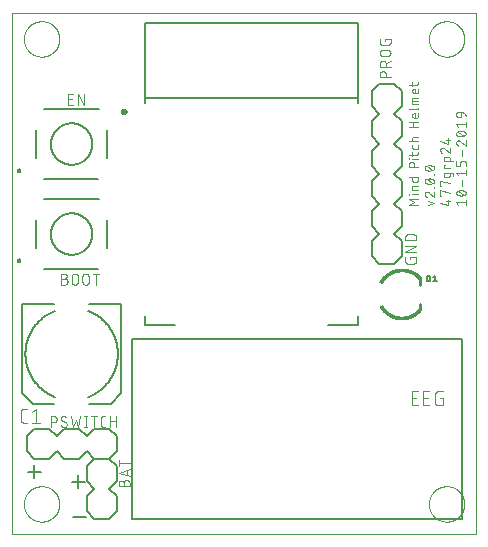
<source format=gto>
G75*
%MOIN*%
%OFA0B0*%
%FSLAX25Y25*%
%IPPOS*%
%LPD*%
%AMOC8*
5,1,8,0,0,1.08239X$1,22.5*
%
%ADD10C,0.00000*%
%ADD11C,0.00600*%
%ADD12C,0.00300*%
%ADD13C,0.00800*%
%ADD14C,0.00400*%
%ADD15C,0.00500*%
%ADD16C,0.00787*%
%ADD17C,0.00100*%
%ADD18C,0.01000*%
%ADD19C,0.01181*%
D10*
X0001500Y0001500D02*
X0001500Y0175201D01*
X0156421Y0175201D01*
X0156421Y0001500D01*
X0001500Y0001500D01*
X0005595Y0011500D02*
X0005597Y0011653D01*
X0005603Y0011806D01*
X0005613Y0011959D01*
X0005627Y0012112D01*
X0005645Y0012264D01*
X0005667Y0012416D01*
X0005692Y0012567D01*
X0005722Y0012718D01*
X0005755Y0012867D01*
X0005793Y0013016D01*
X0005834Y0013164D01*
X0005879Y0013310D01*
X0005928Y0013455D01*
X0005981Y0013599D01*
X0006037Y0013742D01*
X0006097Y0013883D01*
X0006161Y0014023D01*
X0006228Y0014160D01*
X0006299Y0014296D01*
X0006373Y0014430D01*
X0006451Y0014562D01*
X0006532Y0014692D01*
X0006617Y0014820D01*
X0006705Y0014946D01*
X0006796Y0015069D01*
X0006890Y0015190D01*
X0006987Y0015309D01*
X0007088Y0015425D01*
X0007191Y0015538D01*
X0007298Y0015648D01*
X0007407Y0015756D01*
X0007518Y0015861D01*
X0007633Y0015963D01*
X0007750Y0016062D01*
X0007870Y0016157D01*
X0007992Y0016250D01*
X0008117Y0016340D01*
X0008243Y0016426D01*
X0008372Y0016509D01*
X0008503Y0016588D01*
X0008636Y0016664D01*
X0008771Y0016737D01*
X0008908Y0016806D01*
X0009047Y0016871D01*
X0009187Y0016933D01*
X0009329Y0016991D01*
X0009472Y0017046D01*
X0009617Y0017097D01*
X0009763Y0017144D01*
X0009910Y0017187D01*
X0010058Y0017226D01*
X0010207Y0017262D01*
X0010357Y0017293D01*
X0010508Y0017321D01*
X0010660Y0017345D01*
X0010812Y0017365D01*
X0010964Y0017381D01*
X0011117Y0017393D01*
X0011270Y0017401D01*
X0011423Y0017405D01*
X0011577Y0017405D01*
X0011730Y0017401D01*
X0011883Y0017393D01*
X0012036Y0017381D01*
X0012188Y0017365D01*
X0012340Y0017345D01*
X0012492Y0017321D01*
X0012643Y0017293D01*
X0012793Y0017262D01*
X0012942Y0017226D01*
X0013090Y0017187D01*
X0013237Y0017144D01*
X0013383Y0017097D01*
X0013528Y0017046D01*
X0013671Y0016991D01*
X0013813Y0016933D01*
X0013953Y0016871D01*
X0014092Y0016806D01*
X0014229Y0016737D01*
X0014364Y0016664D01*
X0014497Y0016588D01*
X0014628Y0016509D01*
X0014757Y0016426D01*
X0014883Y0016340D01*
X0015008Y0016250D01*
X0015130Y0016157D01*
X0015250Y0016062D01*
X0015367Y0015963D01*
X0015482Y0015861D01*
X0015593Y0015756D01*
X0015702Y0015648D01*
X0015809Y0015538D01*
X0015912Y0015425D01*
X0016013Y0015309D01*
X0016110Y0015190D01*
X0016204Y0015069D01*
X0016295Y0014946D01*
X0016383Y0014820D01*
X0016468Y0014692D01*
X0016549Y0014562D01*
X0016627Y0014430D01*
X0016701Y0014296D01*
X0016772Y0014160D01*
X0016839Y0014023D01*
X0016903Y0013883D01*
X0016963Y0013742D01*
X0017019Y0013599D01*
X0017072Y0013455D01*
X0017121Y0013310D01*
X0017166Y0013164D01*
X0017207Y0013016D01*
X0017245Y0012867D01*
X0017278Y0012718D01*
X0017308Y0012567D01*
X0017333Y0012416D01*
X0017355Y0012264D01*
X0017373Y0012112D01*
X0017387Y0011959D01*
X0017397Y0011806D01*
X0017403Y0011653D01*
X0017405Y0011500D01*
X0017403Y0011347D01*
X0017397Y0011194D01*
X0017387Y0011041D01*
X0017373Y0010888D01*
X0017355Y0010736D01*
X0017333Y0010584D01*
X0017308Y0010433D01*
X0017278Y0010282D01*
X0017245Y0010133D01*
X0017207Y0009984D01*
X0017166Y0009836D01*
X0017121Y0009690D01*
X0017072Y0009545D01*
X0017019Y0009401D01*
X0016963Y0009258D01*
X0016903Y0009117D01*
X0016839Y0008977D01*
X0016772Y0008840D01*
X0016701Y0008704D01*
X0016627Y0008570D01*
X0016549Y0008438D01*
X0016468Y0008308D01*
X0016383Y0008180D01*
X0016295Y0008054D01*
X0016204Y0007931D01*
X0016110Y0007810D01*
X0016013Y0007691D01*
X0015912Y0007575D01*
X0015809Y0007462D01*
X0015702Y0007352D01*
X0015593Y0007244D01*
X0015482Y0007139D01*
X0015367Y0007037D01*
X0015250Y0006938D01*
X0015130Y0006843D01*
X0015008Y0006750D01*
X0014883Y0006660D01*
X0014757Y0006574D01*
X0014628Y0006491D01*
X0014497Y0006412D01*
X0014364Y0006336D01*
X0014229Y0006263D01*
X0014092Y0006194D01*
X0013953Y0006129D01*
X0013813Y0006067D01*
X0013671Y0006009D01*
X0013528Y0005954D01*
X0013383Y0005903D01*
X0013237Y0005856D01*
X0013090Y0005813D01*
X0012942Y0005774D01*
X0012793Y0005738D01*
X0012643Y0005707D01*
X0012492Y0005679D01*
X0012340Y0005655D01*
X0012188Y0005635D01*
X0012036Y0005619D01*
X0011883Y0005607D01*
X0011730Y0005599D01*
X0011577Y0005595D01*
X0011423Y0005595D01*
X0011270Y0005599D01*
X0011117Y0005607D01*
X0010964Y0005619D01*
X0010812Y0005635D01*
X0010660Y0005655D01*
X0010508Y0005679D01*
X0010357Y0005707D01*
X0010207Y0005738D01*
X0010058Y0005774D01*
X0009910Y0005813D01*
X0009763Y0005856D01*
X0009617Y0005903D01*
X0009472Y0005954D01*
X0009329Y0006009D01*
X0009187Y0006067D01*
X0009047Y0006129D01*
X0008908Y0006194D01*
X0008771Y0006263D01*
X0008636Y0006336D01*
X0008503Y0006412D01*
X0008372Y0006491D01*
X0008243Y0006574D01*
X0008117Y0006660D01*
X0007992Y0006750D01*
X0007870Y0006843D01*
X0007750Y0006938D01*
X0007633Y0007037D01*
X0007518Y0007139D01*
X0007407Y0007244D01*
X0007298Y0007352D01*
X0007191Y0007462D01*
X0007088Y0007575D01*
X0006987Y0007691D01*
X0006890Y0007810D01*
X0006796Y0007931D01*
X0006705Y0008054D01*
X0006617Y0008180D01*
X0006532Y0008308D01*
X0006451Y0008438D01*
X0006373Y0008570D01*
X0006299Y0008704D01*
X0006228Y0008840D01*
X0006161Y0008977D01*
X0006097Y0009117D01*
X0006037Y0009258D01*
X0005981Y0009401D01*
X0005928Y0009545D01*
X0005879Y0009690D01*
X0005834Y0009836D01*
X0005793Y0009984D01*
X0005755Y0010133D01*
X0005722Y0010282D01*
X0005692Y0010433D01*
X0005667Y0010584D01*
X0005645Y0010736D01*
X0005627Y0010888D01*
X0005613Y0011041D01*
X0005603Y0011194D01*
X0005597Y0011347D01*
X0005595Y0011500D01*
X0005595Y0166500D02*
X0005597Y0166653D01*
X0005603Y0166806D01*
X0005613Y0166959D01*
X0005627Y0167112D01*
X0005645Y0167264D01*
X0005667Y0167416D01*
X0005692Y0167567D01*
X0005722Y0167718D01*
X0005755Y0167867D01*
X0005793Y0168016D01*
X0005834Y0168164D01*
X0005879Y0168310D01*
X0005928Y0168455D01*
X0005981Y0168599D01*
X0006037Y0168742D01*
X0006097Y0168883D01*
X0006161Y0169023D01*
X0006228Y0169160D01*
X0006299Y0169296D01*
X0006373Y0169430D01*
X0006451Y0169562D01*
X0006532Y0169692D01*
X0006617Y0169820D01*
X0006705Y0169946D01*
X0006796Y0170069D01*
X0006890Y0170190D01*
X0006987Y0170309D01*
X0007088Y0170425D01*
X0007191Y0170538D01*
X0007298Y0170648D01*
X0007407Y0170756D01*
X0007518Y0170861D01*
X0007633Y0170963D01*
X0007750Y0171062D01*
X0007870Y0171157D01*
X0007992Y0171250D01*
X0008117Y0171340D01*
X0008243Y0171426D01*
X0008372Y0171509D01*
X0008503Y0171588D01*
X0008636Y0171664D01*
X0008771Y0171737D01*
X0008908Y0171806D01*
X0009047Y0171871D01*
X0009187Y0171933D01*
X0009329Y0171991D01*
X0009472Y0172046D01*
X0009617Y0172097D01*
X0009763Y0172144D01*
X0009910Y0172187D01*
X0010058Y0172226D01*
X0010207Y0172262D01*
X0010357Y0172293D01*
X0010508Y0172321D01*
X0010660Y0172345D01*
X0010812Y0172365D01*
X0010964Y0172381D01*
X0011117Y0172393D01*
X0011270Y0172401D01*
X0011423Y0172405D01*
X0011577Y0172405D01*
X0011730Y0172401D01*
X0011883Y0172393D01*
X0012036Y0172381D01*
X0012188Y0172365D01*
X0012340Y0172345D01*
X0012492Y0172321D01*
X0012643Y0172293D01*
X0012793Y0172262D01*
X0012942Y0172226D01*
X0013090Y0172187D01*
X0013237Y0172144D01*
X0013383Y0172097D01*
X0013528Y0172046D01*
X0013671Y0171991D01*
X0013813Y0171933D01*
X0013953Y0171871D01*
X0014092Y0171806D01*
X0014229Y0171737D01*
X0014364Y0171664D01*
X0014497Y0171588D01*
X0014628Y0171509D01*
X0014757Y0171426D01*
X0014883Y0171340D01*
X0015008Y0171250D01*
X0015130Y0171157D01*
X0015250Y0171062D01*
X0015367Y0170963D01*
X0015482Y0170861D01*
X0015593Y0170756D01*
X0015702Y0170648D01*
X0015809Y0170538D01*
X0015912Y0170425D01*
X0016013Y0170309D01*
X0016110Y0170190D01*
X0016204Y0170069D01*
X0016295Y0169946D01*
X0016383Y0169820D01*
X0016468Y0169692D01*
X0016549Y0169562D01*
X0016627Y0169430D01*
X0016701Y0169296D01*
X0016772Y0169160D01*
X0016839Y0169023D01*
X0016903Y0168883D01*
X0016963Y0168742D01*
X0017019Y0168599D01*
X0017072Y0168455D01*
X0017121Y0168310D01*
X0017166Y0168164D01*
X0017207Y0168016D01*
X0017245Y0167867D01*
X0017278Y0167718D01*
X0017308Y0167567D01*
X0017333Y0167416D01*
X0017355Y0167264D01*
X0017373Y0167112D01*
X0017387Y0166959D01*
X0017397Y0166806D01*
X0017403Y0166653D01*
X0017405Y0166500D01*
X0017403Y0166347D01*
X0017397Y0166194D01*
X0017387Y0166041D01*
X0017373Y0165888D01*
X0017355Y0165736D01*
X0017333Y0165584D01*
X0017308Y0165433D01*
X0017278Y0165282D01*
X0017245Y0165133D01*
X0017207Y0164984D01*
X0017166Y0164836D01*
X0017121Y0164690D01*
X0017072Y0164545D01*
X0017019Y0164401D01*
X0016963Y0164258D01*
X0016903Y0164117D01*
X0016839Y0163977D01*
X0016772Y0163840D01*
X0016701Y0163704D01*
X0016627Y0163570D01*
X0016549Y0163438D01*
X0016468Y0163308D01*
X0016383Y0163180D01*
X0016295Y0163054D01*
X0016204Y0162931D01*
X0016110Y0162810D01*
X0016013Y0162691D01*
X0015912Y0162575D01*
X0015809Y0162462D01*
X0015702Y0162352D01*
X0015593Y0162244D01*
X0015482Y0162139D01*
X0015367Y0162037D01*
X0015250Y0161938D01*
X0015130Y0161843D01*
X0015008Y0161750D01*
X0014883Y0161660D01*
X0014757Y0161574D01*
X0014628Y0161491D01*
X0014497Y0161412D01*
X0014364Y0161336D01*
X0014229Y0161263D01*
X0014092Y0161194D01*
X0013953Y0161129D01*
X0013813Y0161067D01*
X0013671Y0161009D01*
X0013528Y0160954D01*
X0013383Y0160903D01*
X0013237Y0160856D01*
X0013090Y0160813D01*
X0012942Y0160774D01*
X0012793Y0160738D01*
X0012643Y0160707D01*
X0012492Y0160679D01*
X0012340Y0160655D01*
X0012188Y0160635D01*
X0012036Y0160619D01*
X0011883Y0160607D01*
X0011730Y0160599D01*
X0011577Y0160595D01*
X0011423Y0160595D01*
X0011270Y0160599D01*
X0011117Y0160607D01*
X0010964Y0160619D01*
X0010812Y0160635D01*
X0010660Y0160655D01*
X0010508Y0160679D01*
X0010357Y0160707D01*
X0010207Y0160738D01*
X0010058Y0160774D01*
X0009910Y0160813D01*
X0009763Y0160856D01*
X0009617Y0160903D01*
X0009472Y0160954D01*
X0009329Y0161009D01*
X0009187Y0161067D01*
X0009047Y0161129D01*
X0008908Y0161194D01*
X0008771Y0161263D01*
X0008636Y0161336D01*
X0008503Y0161412D01*
X0008372Y0161491D01*
X0008243Y0161574D01*
X0008117Y0161660D01*
X0007992Y0161750D01*
X0007870Y0161843D01*
X0007750Y0161938D01*
X0007633Y0162037D01*
X0007518Y0162139D01*
X0007407Y0162244D01*
X0007298Y0162352D01*
X0007191Y0162462D01*
X0007088Y0162575D01*
X0006987Y0162691D01*
X0006890Y0162810D01*
X0006796Y0162931D01*
X0006705Y0163054D01*
X0006617Y0163180D01*
X0006532Y0163308D01*
X0006451Y0163438D01*
X0006373Y0163570D01*
X0006299Y0163704D01*
X0006228Y0163840D01*
X0006161Y0163977D01*
X0006097Y0164117D01*
X0006037Y0164258D01*
X0005981Y0164401D01*
X0005928Y0164545D01*
X0005879Y0164690D01*
X0005834Y0164836D01*
X0005793Y0164984D01*
X0005755Y0165133D01*
X0005722Y0165282D01*
X0005692Y0165433D01*
X0005667Y0165584D01*
X0005645Y0165736D01*
X0005627Y0165888D01*
X0005613Y0166041D01*
X0005603Y0166194D01*
X0005597Y0166347D01*
X0005595Y0166500D01*
X0140595Y0166500D02*
X0140597Y0166653D01*
X0140603Y0166806D01*
X0140613Y0166959D01*
X0140627Y0167112D01*
X0140645Y0167264D01*
X0140667Y0167416D01*
X0140692Y0167567D01*
X0140722Y0167718D01*
X0140755Y0167867D01*
X0140793Y0168016D01*
X0140834Y0168164D01*
X0140879Y0168310D01*
X0140928Y0168455D01*
X0140981Y0168599D01*
X0141037Y0168742D01*
X0141097Y0168883D01*
X0141161Y0169023D01*
X0141228Y0169160D01*
X0141299Y0169296D01*
X0141373Y0169430D01*
X0141451Y0169562D01*
X0141532Y0169692D01*
X0141617Y0169820D01*
X0141705Y0169946D01*
X0141796Y0170069D01*
X0141890Y0170190D01*
X0141987Y0170309D01*
X0142088Y0170425D01*
X0142191Y0170538D01*
X0142298Y0170648D01*
X0142407Y0170756D01*
X0142518Y0170861D01*
X0142633Y0170963D01*
X0142750Y0171062D01*
X0142870Y0171157D01*
X0142992Y0171250D01*
X0143117Y0171340D01*
X0143243Y0171426D01*
X0143372Y0171509D01*
X0143503Y0171588D01*
X0143636Y0171664D01*
X0143771Y0171737D01*
X0143908Y0171806D01*
X0144047Y0171871D01*
X0144187Y0171933D01*
X0144329Y0171991D01*
X0144472Y0172046D01*
X0144617Y0172097D01*
X0144763Y0172144D01*
X0144910Y0172187D01*
X0145058Y0172226D01*
X0145207Y0172262D01*
X0145357Y0172293D01*
X0145508Y0172321D01*
X0145660Y0172345D01*
X0145812Y0172365D01*
X0145964Y0172381D01*
X0146117Y0172393D01*
X0146270Y0172401D01*
X0146423Y0172405D01*
X0146577Y0172405D01*
X0146730Y0172401D01*
X0146883Y0172393D01*
X0147036Y0172381D01*
X0147188Y0172365D01*
X0147340Y0172345D01*
X0147492Y0172321D01*
X0147643Y0172293D01*
X0147793Y0172262D01*
X0147942Y0172226D01*
X0148090Y0172187D01*
X0148237Y0172144D01*
X0148383Y0172097D01*
X0148528Y0172046D01*
X0148671Y0171991D01*
X0148813Y0171933D01*
X0148953Y0171871D01*
X0149092Y0171806D01*
X0149229Y0171737D01*
X0149364Y0171664D01*
X0149497Y0171588D01*
X0149628Y0171509D01*
X0149757Y0171426D01*
X0149883Y0171340D01*
X0150008Y0171250D01*
X0150130Y0171157D01*
X0150250Y0171062D01*
X0150367Y0170963D01*
X0150482Y0170861D01*
X0150593Y0170756D01*
X0150702Y0170648D01*
X0150809Y0170538D01*
X0150912Y0170425D01*
X0151013Y0170309D01*
X0151110Y0170190D01*
X0151204Y0170069D01*
X0151295Y0169946D01*
X0151383Y0169820D01*
X0151468Y0169692D01*
X0151549Y0169562D01*
X0151627Y0169430D01*
X0151701Y0169296D01*
X0151772Y0169160D01*
X0151839Y0169023D01*
X0151903Y0168883D01*
X0151963Y0168742D01*
X0152019Y0168599D01*
X0152072Y0168455D01*
X0152121Y0168310D01*
X0152166Y0168164D01*
X0152207Y0168016D01*
X0152245Y0167867D01*
X0152278Y0167718D01*
X0152308Y0167567D01*
X0152333Y0167416D01*
X0152355Y0167264D01*
X0152373Y0167112D01*
X0152387Y0166959D01*
X0152397Y0166806D01*
X0152403Y0166653D01*
X0152405Y0166500D01*
X0152403Y0166347D01*
X0152397Y0166194D01*
X0152387Y0166041D01*
X0152373Y0165888D01*
X0152355Y0165736D01*
X0152333Y0165584D01*
X0152308Y0165433D01*
X0152278Y0165282D01*
X0152245Y0165133D01*
X0152207Y0164984D01*
X0152166Y0164836D01*
X0152121Y0164690D01*
X0152072Y0164545D01*
X0152019Y0164401D01*
X0151963Y0164258D01*
X0151903Y0164117D01*
X0151839Y0163977D01*
X0151772Y0163840D01*
X0151701Y0163704D01*
X0151627Y0163570D01*
X0151549Y0163438D01*
X0151468Y0163308D01*
X0151383Y0163180D01*
X0151295Y0163054D01*
X0151204Y0162931D01*
X0151110Y0162810D01*
X0151013Y0162691D01*
X0150912Y0162575D01*
X0150809Y0162462D01*
X0150702Y0162352D01*
X0150593Y0162244D01*
X0150482Y0162139D01*
X0150367Y0162037D01*
X0150250Y0161938D01*
X0150130Y0161843D01*
X0150008Y0161750D01*
X0149883Y0161660D01*
X0149757Y0161574D01*
X0149628Y0161491D01*
X0149497Y0161412D01*
X0149364Y0161336D01*
X0149229Y0161263D01*
X0149092Y0161194D01*
X0148953Y0161129D01*
X0148813Y0161067D01*
X0148671Y0161009D01*
X0148528Y0160954D01*
X0148383Y0160903D01*
X0148237Y0160856D01*
X0148090Y0160813D01*
X0147942Y0160774D01*
X0147793Y0160738D01*
X0147643Y0160707D01*
X0147492Y0160679D01*
X0147340Y0160655D01*
X0147188Y0160635D01*
X0147036Y0160619D01*
X0146883Y0160607D01*
X0146730Y0160599D01*
X0146577Y0160595D01*
X0146423Y0160595D01*
X0146270Y0160599D01*
X0146117Y0160607D01*
X0145964Y0160619D01*
X0145812Y0160635D01*
X0145660Y0160655D01*
X0145508Y0160679D01*
X0145357Y0160707D01*
X0145207Y0160738D01*
X0145058Y0160774D01*
X0144910Y0160813D01*
X0144763Y0160856D01*
X0144617Y0160903D01*
X0144472Y0160954D01*
X0144329Y0161009D01*
X0144187Y0161067D01*
X0144047Y0161129D01*
X0143908Y0161194D01*
X0143771Y0161263D01*
X0143636Y0161336D01*
X0143503Y0161412D01*
X0143372Y0161491D01*
X0143243Y0161574D01*
X0143117Y0161660D01*
X0142992Y0161750D01*
X0142870Y0161843D01*
X0142750Y0161938D01*
X0142633Y0162037D01*
X0142518Y0162139D01*
X0142407Y0162244D01*
X0142298Y0162352D01*
X0142191Y0162462D01*
X0142088Y0162575D01*
X0141987Y0162691D01*
X0141890Y0162810D01*
X0141796Y0162931D01*
X0141705Y0163054D01*
X0141617Y0163180D01*
X0141532Y0163308D01*
X0141451Y0163438D01*
X0141373Y0163570D01*
X0141299Y0163704D01*
X0141228Y0163840D01*
X0141161Y0163977D01*
X0141097Y0164117D01*
X0141037Y0164258D01*
X0140981Y0164401D01*
X0140928Y0164545D01*
X0140879Y0164690D01*
X0140834Y0164836D01*
X0140793Y0164984D01*
X0140755Y0165133D01*
X0140722Y0165282D01*
X0140692Y0165433D01*
X0140667Y0165584D01*
X0140645Y0165736D01*
X0140627Y0165888D01*
X0140613Y0166041D01*
X0140603Y0166194D01*
X0140597Y0166347D01*
X0140595Y0166500D01*
X0140595Y0011500D02*
X0140597Y0011653D01*
X0140603Y0011806D01*
X0140613Y0011959D01*
X0140627Y0012112D01*
X0140645Y0012264D01*
X0140667Y0012416D01*
X0140692Y0012567D01*
X0140722Y0012718D01*
X0140755Y0012867D01*
X0140793Y0013016D01*
X0140834Y0013164D01*
X0140879Y0013310D01*
X0140928Y0013455D01*
X0140981Y0013599D01*
X0141037Y0013742D01*
X0141097Y0013883D01*
X0141161Y0014023D01*
X0141228Y0014160D01*
X0141299Y0014296D01*
X0141373Y0014430D01*
X0141451Y0014562D01*
X0141532Y0014692D01*
X0141617Y0014820D01*
X0141705Y0014946D01*
X0141796Y0015069D01*
X0141890Y0015190D01*
X0141987Y0015309D01*
X0142088Y0015425D01*
X0142191Y0015538D01*
X0142298Y0015648D01*
X0142407Y0015756D01*
X0142518Y0015861D01*
X0142633Y0015963D01*
X0142750Y0016062D01*
X0142870Y0016157D01*
X0142992Y0016250D01*
X0143117Y0016340D01*
X0143243Y0016426D01*
X0143372Y0016509D01*
X0143503Y0016588D01*
X0143636Y0016664D01*
X0143771Y0016737D01*
X0143908Y0016806D01*
X0144047Y0016871D01*
X0144187Y0016933D01*
X0144329Y0016991D01*
X0144472Y0017046D01*
X0144617Y0017097D01*
X0144763Y0017144D01*
X0144910Y0017187D01*
X0145058Y0017226D01*
X0145207Y0017262D01*
X0145357Y0017293D01*
X0145508Y0017321D01*
X0145660Y0017345D01*
X0145812Y0017365D01*
X0145964Y0017381D01*
X0146117Y0017393D01*
X0146270Y0017401D01*
X0146423Y0017405D01*
X0146577Y0017405D01*
X0146730Y0017401D01*
X0146883Y0017393D01*
X0147036Y0017381D01*
X0147188Y0017365D01*
X0147340Y0017345D01*
X0147492Y0017321D01*
X0147643Y0017293D01*
X0147793Y0017262D01*
X0147942Y0017226D01*
X0148090Y0017187D01*
X0148237Y0017144D01*
X0148383Y0017097D01*
X0148528Y0017046D01*
X0148671Y0016991D01*
X0148813Y0016933D01*
X0148953Y0016871D01*
X0149092Y0016806D01*
X0149229Y0016737D01*
X0149364Y0016664D01*
X0149497Y0016588D01*
X0149628Y0016509D01*
X0149757Y0016426D01*
X0149883Y0016340D01*
X0150008Y0016250D01*
X0150130Y0016157D01*
X0150250Y0016062D01*
X0150367Y0015963D01*
X0150482Y0015861D01*
X0150593Y0015756D01*
X0150702Y0015648D01*
X0150809Y0015538D01*
X0150912Y0015425D01*
X0151013Y0015309D01*
X0151110Y0015190D01*
X0151204Y0015069D01*
X0151295Y0014946D01*
X0151383Y0014820D01*
X0151468Y0014692D01*
X0151549Y0014562D01*
X0151627Y0014430D01*
X0151701Y0014296D01*
X0151772Y0014160D01*
X0151839Y0014023D01*
X0151903Y0013883D01*
X0151963Y0013742D01*
X0152019Y0013599D01*
X0152072Y0013455D01*
X0152121Y0013310D01*
X0152166Y0013164D01*
X0152207Y0013016D01*
X0152245Y0012867D01*
X0152278Y0012718D01*
X0152308Y0012567D01*
X0152333Y0012416D01*
X0152355Y0012264D01*
X0152373Y0012112D01*
X0152387Y0011959D01*
X0152397Y0011806D01*
X0152403Y0011653D01*
X0152405Y0011500D01*
X0152403Y0011347D01*
X0152397Y0011194D01*
X0152387Y0011041D01*
X0152373Y0010888D01*
X0152355Y0010736D01*
X0152333Y0010584D01*
X0152308Y0010433D01*
X0152278Y0010282D01*
X0152245Y0010133D01*
X0152207Y0009984D01*
X0152166Y0009836D01*
X0152121Y0009690D01*
X0152072Y0009545D01*
X0152019Y0009401D01*
X0151963Y0009258D01*
X0151903Y0009117D01*
X0151839Y0008977D01*
X0151772Y0008840D01*
X0151701Y0008704D01*
X0151627Y0008570D01*
X0151549Y0008438D01*
X0151468Y0008308D01*
X0151383Y0008180D01*
X0151295Y0008054D01*
X0151204Y0007931D01*
X0151110Y0007810D01*
X0151013Y0007691D01*
X0150912Y0007575D01*
X0150809Y0007462D01*
X0150702Y0007352D01*
X0150593Y0007244D01*
X0150482Y0007139D01*
X0150367Y0007037D01*
X0150250Y0006938D01*
X0150130Y0006843D01*
X0150008Y0006750D01*
X0149883Y0006660D01*
X0149757Y0006574D01*
X0149628Y0006491D01*
X0149497Y0006412D01*
X0149364Y0006336D01*
X0149229Y0006263D01*
X0149092Y0006194D01*
X0148953Y0006129D01*
X0148813Y0006067D01*
X0148671Y0006009D01*
X0148528Y0005954D01*
X0148383Y0005903D01*
X0148237Y0005856D01*
X0148090Y0005813D01*
X0147942Y0005774D01*
X0147793Y0005738D01*
X0147643Y0005707D01*
X0147492Y0005679D01*
X0147340Y0005655D01*
X0147188Y0005635D01*
X0147036Y0005619D01*
X0146883Y0005607D01*
X0146730Y0005599D01*
X0146577Y0005595D01*
X0146423Y0005595D01*
X0146270Y0005599D01*
X0146117Y0005607D01*
X0145964Y0005619D01*
X0145812Y0005635D01*
X0145660Y0005655D01*
X0145508Y0005679D01*
X0145357Y0005707D01*
X0145207Y0005738D01*
X0145058Y0005774D01*
X0144910Y0005813D01*
X0144763Y0005856D01*
X0144617Y0005903D01*
X0144472Y0005954D01*
X0144329Y0006009D01*
X0144187Y0006067D01*
X0144047Y0006129D01*
X0143908Y0006194D01*
X0143771Y0006263D01*
X0143636Y0006336D01*
X0143503Y0006412D01*
X0143372Y0006491D01*
X0143243Y0006574D01*
X0143117Y0006660D01*
X0142992Y0006750D01*
X0142870Y0006843D01*
X0142750Y0006938D01*
X0142633Y0007037D01*
X0142518Y0007139D01*
X0142407Y0007244D01*
X0142298Y0007352D01*
X0142191Y0007462D01*
X0142088Y0007575D01*
X0141987Y0007691D01*
X0141890Y0007810D01*
X0141796Y0007931D01*
X0141705Y0008054D01*
X0141617Y0008180D01*
X0141532Y0008308D01*
X0141451Y0008438D01*
X0141373Y0008570D01*
X0141299Y0008704D01*
X0141228Y0008840D01*
X0141161Y0008977D01*
X0141097Y0009117D01*
X0141037Y0009258D01*
X0140981Y0009401D01*
X0140928Y0009545D01*
X0140879Y0009690D01*
X0140834Y0009836D01*
X0140793Y0009984D01*
X0140755Y0010133D01*
X0140722Y0010282D01*
X0140692Y0010433D01*
X0140667Y0010584D01*
X0140645Y0010736D01*
X0140627Y0010888D01*
X0140613Y0011041D01*
X0140603Y0011194D01*
X0140597Y0011347D01*
X0140595Y0011500D01*
D11*
X0026200Y0007289D02*
X0021933Y0007289D01*
X0023711Y0016800D02*
X0023711Y0021067D01*
X0025844Y0018933D02*
X0021578Y0018933D01*
X0011200Y0022289D02*
X0006933Y0022289D01*
X0009067Y0020156D02*
X0009067Y0024422D01*
D12*
X0018091Y0084591D02*
X0018091Y0088291D01*
X0019119Y0088291D01*
X0019175Y0088289D01*
X0019231Y0088283D01*
X0019286Y0088274D01*
X0019341Y0088261D01*
X0019394Y0088244D01*
X0019446Y0088223D01*
X0019497Y0088199D01*
X0019546Y0088171D01*
X0019593Y0088141D01*
X0019638Y0088107D01*
X0019680Y0088070D01*
X0019720Y0088030D01*
X0019757Y0087988D01*
X0019791Y0087943D01*
X0019821Y0087896D01*
X0019849Y0087847D01*
X0019873Y0087796D01*
X0019894Y0087744D01*
X0019911Y0087691D01*
X0019924Y0087636D01*
X0019933Y0087581D01*
X0019939Y0087525D01*
X0019941Y0087469D01*
X0019939Y0087413D01*
X0019933Y0087357D01*
X0019924Y0087302D01*
X0019911Y0087247D01*
X0019894Y0087194D01*
X0019873Y0087142D01*
X0019849Y0087091D01*
X0019821Y0087042D01*
X0019791Y0086995D01*
X0019757Y0086950D01*
X0019720Y0086908D01*
X0019680Y0086868D01*
X0019638Y0086831D01*
X0019593Y0086797D01*
X0019546Y0086767D01*
X0019497Y0086739D01*
X0019446Y0086715D01*
X0019394Y0086694D01*
X0019341Y0086677D01*
X0019286Y0086664D01*
X0019231Y0086655D01*
X0019175Y0086649D01*
X0019119Y0086647D01*
X0018091Y0086647D01*
X0019119Y0086647D02*
X0019182Y0086645D01*
X0019245Y0086639D01*
X0019308Y0086629D01*
X0019370Y0086616D01*
X0019431Y0086599D01*
X0019490Y0086578D01*
X0019549Y0086553D01*
X0019605Y0086525D01*
X0019660Y0086493D01*
X0019713Y0086458D01*
X0019763Y0086420D01*
X0019812Y0086379D01*
X0019857Y0086335D01*
X0019900Y0086288D01*
X0019939Y0086239D01*
X0019976Y0086187D01*
X0020009Y0086133D01*
X0020039Y0086077D01*
X0020066Y0086020D01*
X0020089Y0085961D01*
X0020108Y0085900D01*
X0020123Y0085839D01*
X0020135Y0085777D01*
X0020143Y0085714D01*
X0020147Y0085651D01*
X0020147Y0085587D01*
X0020143Y0085524D01*
X0020135Y0085461D01*
X0020123Y0085399D01*
X0020108Y0085338D01*
X0020089Y0085277D01*
X0020066Y0085218D01*
X0020039Y0085161D01*
X0020009Y0085105D01*
X0019976Y0085051D01*
X0019939Y0084999D01*
X0019900Y0084950D01*
X0019857Y0084903D01*
X0019812Y0084859D01*
X0019763Y0084818D01*
X0019713Y0084780D01*
X0019660Y0084745D01*
X0019605Y0084713D01*
X0019549Y0084685D01*
X0019490Y0084660D01*
X0019431Y0084639D01*
X0019370Y0084622D01*
X0019308Y0084609D01*
X0019245Y0084599D01*
X0019182Y0084593D01*
X0019119Y0084591D01*
X0018091Y0084591D01*
X0021519Y0085619D02*
X0021519Y0087263D01*
X0021521Y0087326D01*
X0021527Y0087389D01*
X0021537Y0087452D01*
X0021550Y0087514D01*
X0021567Y0087575D01*
X0021588Y0087634D01*
X0021613Y0087693D01*
X0021641Y0087749D01*
X0021673Y0087804D01*
X0021708Y0087857D01*
X0021746Y0087907D01*
X0021787Y0087956D01*
X0021831Y0088001D01*
X0021878Y0088044D01*
X0021927Y0088083D01*
X0021979Y0088120D01*
X0022033Y0088153D01*
X0022089Y0088183D01*
X0022146Y0088210D01*
X0022205Y0088233D01*
X0022266Y0088252D01*
X0022327Y0088267D01*
X0022389Y0088279D01*
X0022452Y0088287D01*
X0022515Y0088291D01*
X0022579Y0088291D01*
X0022642Y0088287D01*
X0022705Y0088279D01*
X0022767Y0088267D01*
X0022828Y0088252D01*
X0022889Y0088233D01*
X0022948Y0088210D01*
X0023005Y0088183D01*
X0023061Y0088153D01*
X0023115Y0088120D01*
X0023167Y0088083D01*
X0023216Y0088044D01*
X0023263Y0088001D01*
X0023307Y0087956D01*
X0023348Y0087907D01*
X0023386Y0087857D01*
X0023421Y0087804D01*
X0023453Y0087749D01*
X0023481Y0087693D01*
X0023506Y0087634D01*
X0023527Y0087575D01*
X0023544Y0087514D01*
X0023557Y0087452D01*
X0023567Y0087389D01*
X0023573Y0087326D01*
X0023575Y0087263D01*
X0023575Y0085619D01*
X0023573Y0085556D01*
X0023567Y0085493D01*
X0023557Y0085430D01*
X0023544Y0085368D01*
X0023527Y0085307D01*
X0023506Y0085248D01*
X0023481Y0085189D01*
X0023453Y0085133D01*
X0023421Y0085078D01*
X0023386Y0085025D01*
X0023348Y0084975D01*
X0023307Y0084926D01*
X0023263Y0084881D01*
X0023216Y0084838D01*
X0023167Y0084799D01*
X0023115Y0084762D01*
X0023061Y0084729D01*
X0023005Y0084699D01*
X0022948Y0084672D01*
X0022889Y0084649D01*
X0022828Y0084630D01*
X0022767Y0084615D01*
X0022705Y0084603D01*
X0022642Y0084595D01*
X0022579Y0084591D01*
X0022515Y0084591D01*
X0022452Y0084595D01*
X0022389Y0084603D01*
X0022327Y0084615D01*
X0022266Y0084630D01*
X0022205Y0084649D01*
X0022146Y0084672D01*
X0022089Y0084699D01*
X0022033Y0084729D01*
X0021979Y0084762D01*
X0021927Y0084799D01*
X0021878Y0084838D01*
X0021831Y0084881D01*
X0021787Y0084926D01*
X0021746Y0084975D01*
X0021708Y0085025D01*
X0021673Y0085078D01*
X0021641Y0085133D01*
X0021613Y0085189D01*
X0021588Y0085248D01*
X0021567Y0085307D01*
X0021550Y0085368D01*
X0021537Y0085430D01*
X0021527Y0085493D01*
X0021521Y0085556D01*
X0021519Y0085619D01*
X0025119Y0085619D02*
X0025119Y0087263D01*
X0025121Y0087326D01*
X0025127Y0087389D01*
X0025137Y0087452D01*
X0025150Y0087514D01*
X0025167Y0087575D01*
X0025188Y0087634D01*
X0025213Y0087693D01*
X0025241Y0087749D01*
X0025273Y0087804D01*
X0025308Y0087857D01*
X0025346Y0087907D01*
X0025387Y0087956D01*
X0025431Y0088001D01*
X0025478Y0088044D01*
X0025527Y0088083D01*
X0025579Y0088120D01*
X0025633Y0088153D01*
X0025689Y0088183D01*
X0025746Y0088210D01*
X0025805Y0088233D01*
X0025866Y0088252D01*
X0025927Y0088267D01*
X0025989Y0088279D01*
X0026052Y0088287D01*
X0026115Y0088291D01*
X0026179Y0088291D01*
X0026242Y0088287D01*
X0026305Y0088279D01*
X0026367Y0088267D01*
X0026428Y0088252D01*
X0026489Y0088233D01*
X0026548Y0088210D01*
X0026605Y0088183D01*
X0026661Y0088153D01*
X0026715Y0088120D01*
X0026767Y0088083D01*
X0026816Y0088044D01*
X0026863Y0088001D01*
X0026907Y0087956D01*
X0026948Y0087907D01*
X0026986Y0087857D01*
X0027021Y0087804D01*
X0027053Y0087749D01*
X0027081Y0087693D01*
X0027106Y0087634D01*
X0027127Y0087575D01*
X0027144Y0087514D01*
X0027157Y0087452D01*
X0027167Y0087389D01*
X0027173Y0087326D01*
X0027175Y0087263D01*
X0027175Y0085619D01*
X0027173Y0085556D01*
X0027167Y0085493D01*
X0027157Y0085430D01*
X0027144Y0085368D01*
X0027127Y0085307D01*
X0027106Y0085248D01*
X0027081Y0085189D01*
X0027053Y0085133D01*
X0027021Y0085078D01*
X0026986Y0085025D01*
X0026948Y0084975D01*
X0026907Y0084926D01*
X0026863Y0084881D01*
X0026816Y0084838D01*
X0026767Y0084799D01*
X0026715Y0084762D01*
X0026661Y0084729D01*
X0026605Y0084699D01*
X0026548Y0084672D01*
X0026489Y0084649D01*
X0026428Y0084630D01*
X0026367Y0084615D01*
X0026305Y0084603D01*
X0026242Y0084595D01*
X0026179Y0084591D01*
X0026115Y0084591D01*
X0026052Y0084595D01*
X0025989Y0084603D01*
X0025927Y0084615D01*
X0025866Y0084630D01*
X0025805Y0084649D01*
X0025746Y0084672D01*
X0025689Y0084699D01*
X0025633Y0084729D01*
X0025579Y0084762D01*
X0025527Y0084799D01*
X0025478Y0084838D01*
X0025431Y0084881D01*
X0025387Y0084926D01*
X0025346Y0084975D01*
X0025308Y0085025D01*
X0025273Y0085078D01*
X0025241Y0085133D01*
X0025213Y0085189D01*
X0025188Y0085248D01*
X0025167Y0085307D01*
X0025150Y0085368D01*
X0025137Y0085430D01*
X0025127Y0085493D01*
X0025121Y0085556D01*
X0025119Y0085619D01*
X0028479Y0088291D02*
X0030535Y0088291D01*
X0029507Y0088291D02*
X0029507Y0084591D01*
X0025535Y0144591D02*
X0025535Y0148291D01*
X0023479Y0148291D02*
X0023479Y0144591D01*
X0022011Y0144591D02*
X0020366Y0144591D01*
X0020366Y0148291D01*
X0022011Y0148291D01*
X0023479Y0148291D02*
X0025535Y0144591D01*
X0021600Y0146647D02*
X0020366Y0146647D01*
X0132650Y0100358D02*
X0132650Y0099330D01*
X0136350Y0099330D01*
X0136350Y0100358D01*
X0136348Y0100420D01*
X0136343Y0100482D01*
X0136333Y0100543D01*
X0136320Y0100604D01*
X0136303Y0100664D01*
X0136283Y0100723D01*
X0136259Y0100780D01*
X0136232Y0100836D01*
X0136202Y0100890D01*
X0136168Y0100942D01*
X0136131Y0100992D01*
X0136091Y0101040D01*
X0136049Y0101085D01*
X0136004Y0101127D01*
X0135956Y0101167D01*
X0135906Y0101204D01*
X0135854Y0101238D01*
X0135800Y0101268D01*
X0135744Y0101295D01*
X0135687Y0101319D01*
X0135628Y0101339D01*
X0135568Y0101356D01*
X0135507Y0101369D01*
X0135446Y0101379D01*
X0135384Y0101384D01*
X0135322Y0101386D01*
X0133678Y0101386D01*
X0133616Y0101384D01*
X0133554Y0101379D01*
X0133493Y0101369D01*
X0133432Y0101356D01*
X0133372Y0101339D01*
X0133313Y0101319D01*
X0133256Y0101295D01*
X0133200Y0101268D01*
X0133146Y0101238D01*
X0133094Y0101204D01*
X0133044Y0101167D01*
X0132996Y0101127D01*
X0132951Y0101085D01*
X0132909Y0101040D01*
X0132869Y0100992D01*
X0132832Y0100942D01*
X0132798Y0100890D01*
X0132768Y0100836D01*
X0132741Y0100780D01*
X0132717Y0100723D01*
X0132697Y0100664D01*
X0132680Y0100604D01*
X0132667Y0100543D01*
X0132657Y0100482D01*
X0132652Y0100420D01*
X0132650Y0100358D01*
X0132650Y0097546D02*
X0136350Y0097546D01*
X0132650Y0095490D01*
X0136350Y0095490D01*
X0136350Y0093706D02*
X0136350Y0092472D01*
X0136348Y0092416D01*
X0136342Y0092360D01*
X0136333Y0092305D01*
X0136320Y0092250D01*
X0136303Y0092197D01*
X0136282Y0092145D01*
X0136258Y0092094D01*
X0136230Y0092045D01*
X0136200Y0091998D01*
X0136166Y0091953D01*
X0136129Y0091911D01*
X0136089Y0091871D01*
X0136047Y0091834D01*
X0136002Y0091800D01*
X0135955Y0091770D01*
X0135906Y0091742D01*
X0135855Y0091718D01*
X0135803Y0091697D01*
X0135750Y0091680D01*
X0135695Y0091667D01*
X0135640Y0091658D01*
X0135584Y0091652D01*
X0135528Y0091650D01*
X0133472Y0091650D01*
X0133416Y0091652D01*
X0133360Y0091658D01*
X0133305Y0091667D01*
X0133250Y0091680D01*
X0133197Y0091697D01*
X0133145Y0091718D01*
X0133094Y0091742D01*
X0133045Y0091770D01*
X0132998Y0091800D01*
X0132953Y0091834D01*
X0132911Y0091871D01*
X0132871Y0091911D01*
X0132834Y0091953D01*
X0132800Y0091998D01*
X0132770Y0092045D01*
X0132742Y0092094D01*
X0132718Y0092144D01*
X0132697Y0092197D01*
X0132680Y0092250D01*
X0132667Y0092305D01*
X0132658Y0092360D01*
X0132652Y0092416D01*
X0132650Y0092472D01*
X0132650Y0093706D01*
X0134294Y0093706D02*
X0134294Y0093089D01*
X0134294Y0093706D02*
X0136350Y0093706D01*
X0137100Y0111150D02*
X0133900Y0111150D01*
X0135678Y0112217D01*
X0133900Y0113283D01*
X0137100Y0113283D01*
X0137100Y0114737D02*
X0134967Y0114737D01*
X0134078Y0114826D02*
X0134078Y0114648D01*
X0133900Y0114648D01*
X0133900Y0114826D01*
X0134078Y0114826D01*
X0134967Y0116126D02*
X0134967Y0117014D01*
X0134969Y0117058D01*
X0134974Y0117102D01*
X0134983Y0117145D01*
X0134996Y0117187D01*
X0135012Y0117228D01*
X0135031Y0117268D01*
X0135054Y0117306D01*
X0135079Y0117341D01*
X0135108Y0117375D01*
X0135139Y0117406D01*
X0135173Y0117435D01*
X0135208Y0117460D01*
X0135246Y0117483D01*
X0135286Y0117502D01*
X0135327Y0117518D01*
X0135369Y0117531D01*
X0135412Y0117540D01*
X0135456Y0117545D01*
X0135500Y0117547D01*
X0135500Y0117548D02*
X0137100Y0117548D01*
X0137100Y0116126D02*
X0134967Y0116126D01*
X0135500Y0118944D02*
X0136567Y0118944D01*
X0136611Y0118946D01*
X0136655Y0118951D01*
X0136698Y0118960D01*
X0136740Y0118973D01*
X0136781Y0118989D01*
X0136821Y0119008D01*
X0136859Y0119031D01*
X0136894Y0119056D01*
X0136928Y0119085D01*
X0136959Y0119116D01*
X0136988Y0119150D01*
X0137013Y0119185D01*
X0137036Y0119223D01*
X0137055Y0119263D01*
X0137071Y0119304D01*
X0137084Y0119346D01*
X0137093Y0119389D01*
X0137098Y0119433D01*
X0137100Y0119477D01*
X0137100Y0120366D01*
X0133900Y0120366D01*
X0134967Y0120366D02*
X0134967Y0119477D01*
X0134969Y0119433D01*
X0134974Y0119389D01*
X0134983Y0119346D01*
X0134996Y0119304D01*
X0135012Y0119263D01*
X0135031Y0119223D01*
X0135054Y0119185D01*
X0135079Y0119150D01*
X0135108Y0119116D01*
X0135139Y0119085D01*
X0135173Y0119056D01*
X0135208Y0119031D01*
X0135246Y0119008D01*
X0135286Y0118989D01*
X0135327Y0118973D01*
X0135369Y0118960D01*
X0135412Y0118951D01*
X0135456Y0118946D01*
X0135500Y0118944D01*
X0139150Y0119106D02*
X0139152Y0119055D01*
X0139158Y0119004D01*
X0139168Y0118954D01*
X0139181Y0118905D01*
X0139199Y0118857D01*
X0139220Y0118811D01*
X0139245Y0118766D01*
X0139273Y0118724D01*
X0139304Y0118683D01*
X0139338Y0118645D01*
X0139375Y0118610D01*
X0139415Y0118578D01*
X0139457Y0118550D01*
X0139501Y0118524D01*
X0139547Y0118502D01*
X0139595Y0118484D01*
X0139150Y0119106D02*
X0139152Y0119157D01*
X0139158Y0119208D01*
X0139168Y0119258D01*
X0139181Y0119307D01*
X0139199Y0119355D01*
X0139220Y0119401D01*
X0139245Y0119446D01*
X0139273Y0119488D01*
X0139304Y0119529D01*
X0139338Y0119567D01*
X0139375Y0119602D01*
X0139415Y0119634D01*
X0139457Y0119662D01*
X0139501Y0119688D01*
X0139547Y0119710D01*
X0139595Y0119728D01*
X0139861Y0119817D02*
X0141639Y0118395D01*
X0142350Y0119106D02*
X0142348Y0119157D01*
X0142342Y0119208D01*
X0142332Y0119258D01*
X0142319Y0119307D01*
X0142301Y0119355D01*
X0142280Y0119401D01*
X0142255Y0119446D01*
X0142227Y0119488D01*
X0142196Y0119529D01*
X0142162Y0119567D01*
X0142125Y0119602D01*
X0142085Y0119634D01*
X0142043Y0119662D01*
X0141999Y0119688D01*
X0141953Y0119710D01*
X0141905Y0119728D01*
X0142350Y0119106D02*
X0142348Y0119055D01*
X0142342Y0119004D01*
X0142332Y0118954D01*
X0142319Y0118905D01*
X0142301Y0118857D01*
X0142280Y0118811D01*
X0142255Y0118766D01*
X0142227Y0118724D01*
X0142196Y0118683D01*
X0142162Y0118645D01*
X0142125Y0118610D01*
X0142085Y0118578D01*
X0142043Y0118550D01*
X0141999Y0118524D01*
X0141953Y0118502D01*
X0141905Y0118484D01*
X0142172Y0116990D02*
X0142350Y0116990D01*
X0142350Y0116812D01*
X0142172Y0116812D01*
X0142172Y0116990D01*
X0142350Y0115585D02*
X0142350Y0113807D01*
X0140572Y0115318D01*
X0139150Y0114785D02*
X0139152Y0114723D01*
X0139157Y0114662D01*
X0139167Y0114601D01*
X0139179Y0114541D01*
X0139196Y0114482D01*
X0139216Y0114424D01*
X0139239Y0114367D01*
X0139266Y0114311D01*
X0139296Y0114257D01*
X0139329Y0114206D01*
X0139365Y0114156D01*
X0139404Y0114108D01*
X0139446Y0114063D01*
X0139491Y0114021D01*
X0139538Y0113981D01*
X0139587Y0113944D01*
X0139638Y0113910D01*
X0139692Y0113879D01*
X0139747Y0113852D01*
X0139803Y0113828D01*
X0139861Y0113807D01*
X0140572Y0115318D02*
X0140531Y0115359D01*
X0140487Y0115397D01*
X0140440Y0115431D01*
X0140392Y0115463D01*
X0140341Y0115491D01*
X0140288Y0115516D01*
X0140234Y0115537D01*
X0140179Y0115554D01*
X0140123Y0115567D01*
X0140066Y0115577D01*
X0140008Y0115583D01*
X0139950Y0115585D01*
X0139895Y0115583D01*
X0139841Y0115578D01*
X0139787Y0115568D01*
X0139734Y0115555D01*
X0139682Y0115539D01*
X0139631Y0115519D01*
X0139582Y0115495D01*
X0139534Y0115469D01*
X0139489Y0115439D01*
X0139445Y0115406D01*
X0139404Y0115370D01*
X0139365Y0115331D01*
X0139329Y0115290D01*
X0139296Y0115246D01*
X0139266Y0115201D01*
X0139240Y0115153D01*
X0139216Y0115104D01*
X0139196Y0115053D01*
X0139180Y0115001D01*
X0139167Y0114948D01*
X0139157Y0114894D01*
X0139152Y0114840D01*
X0139150Y0114785D01*
X0140750Y0119995D02*
X0140850Y0119993D01*
X0140949Y0119987D01*
X0141048Y0119978D01*
X0141147Y0119965D01*
X0141245Y0119948D01*
X0141343Y0119927D01*
X0141440Y0119903D01*
X0141535Y0119875D01*
X0141630Y0119844D01*
X0141723Y0119809D01*
X0141815Y0119770D01*
X0141906Y0119728D01*
X0142172Y0121222D02*
X0142172Y0121400D01*
X0142350Y0121400D01*
X0142350Y0121222D01*
X0142172Y0121222D01*
X0141906Y0118484D02*
X0141815Y0118442D01*
X0141723Y0118403D01*
X0141630Y0118368D01*
X0141535Y0118337D01*
X0141440Y0118309D01*
X0141343Y0118285D01*
X0141245Y0118264D01*
X0141147Y0118247D01*
X0141048Y0118234D01*
X0140949Y0118225D01*
X0140850Y0118219D01*
X0140750Y0118217D01*
X0140750Y0119995D02*
X0140650Y0119993D01*
X0140551Y0119987D01*
X0140452Y0119978D01*
X0140353Y0119965D01*
X0140255Y0119948D01*
X0140157Y0119927D01*
X0140060Y0119903D01*
X0139965Y0119875D01*
X0139870Y0119844D01*
X0139777Y0119809D01*
X0139685Y0119770D01*
X0139594Y0119728D01*
X0139594Y0118484D02*
X0139685Y0118442D01*
X0139777Y0118403D01*
X0139870Y0118368D01*
X0139965Y0118337D01*
X0140060Y0118309D01*
X0140157Y0118285D01*
X0140255Y0118264D01*
X0140353Y0118247D01*
X0140452Y0118234D01*
X0140551Y0118225D01*
X0140650Y0118219D01*
X0140750Y0118217D01*
X0141906Y0124138D02*
X0141815Y0124180D01*
X0141723Y0124219D01*
X0141630Y0124254D01*
X0141535Y0124285D01*
X0141440Y0124313D01*
X0141343Y0124337D01*
X0141245Y0124358D01*
X0141147Y0124375D01*
X0141048Y0124388D01*
X0140949Y0124397D01*
X0140850Y0124403D01*
X0140750Y0124405D01*
X0140750Y0122627D02*
X0140650Y0122629D01*
X0140551Y0122635D01*
X0140452Y0122644D01*
X0140353Y0122657D01*
X0140255Y0122674D01*
X0140157Y0122695D01*
X0140060Y0122719D01*
X0139965Y0122747D01*
X0139870Y0122778D01*
X0139777Y0122813D01*
X0139685Y0122852D01*
X0139594Y0122894D01*
X0139150Y0123516D02*
X0139152Y0123567D01*
X0139158Y0123618D01*
X0139168Y0123668D01*
X0139181Y0123717D01*
X0139199Y0123765D01*
X0139220Y0123811D01*
X0139245Y0123856D01*
X0139273Y0123898D01*
X0139304Y0123939D01*
X0139338Y0123977D01*
X0139375Y0124012D01*
X0139415Y0124044D01*
X0139457Y0124072D01*
X0139501Y0124098D01*
X0139547Y0124120D01*
X0139595Y0124138D01*
X0139861Y0124227D02*
X0141639Y0122805D01*
X0142350Y0123516D02*
X0142348Y0123567D01*
X0142342Y0123618D01*
X0142332Y0123668D01*
X0142319Y0123717D01*
X0142301Y0123765D01*
X0142280Y0123811D01*
X0142255Y0123856D01*
X0142227Y0123898D01*
X0142196Y0123939D01*
X0142162Y0123977D01*
X0142125Y0124012D01*
X0142085Y0124044D01*
X0142043Y0124072D01*
X0141999Y0124098D01*
X0141953Y0124120D01*
X0141905Y0124138D01*
X0142350Y0123516D02*
X0142348Y0123465D01*
X0142342Y0123414D01*
X0142332Y0123364D01*
X0142319Y0123315D01*
X0142301Y0123267D01*
X0142280Y0123221D01*
X0142255Y0123176D01*
X0142227Y0123134D01*
X0142196Y0123093D01*
X0142162Y0123055D01*
X0142125Y0123020D01*
X0142085Y0122988D01*
X0142043Y0122960D01*
X0141999Y0122934D01*
X0141953Y0122912D01*
X0141905Y0122894D01*
X0140750Y0124405D02*
X0140650Y0124403D01*
X0140551Y0124397D01*
X0140452Y0124388D01*
X0140353Y0124375D01*
X0140255Y0124358D01*
X0140157Y0124337D01*
X0140060Y0124313D01*
X0139965Y0124285D01*
X0139870Y0124254D01*
X0139777Y0124219D01*
X0139685Y0124180D01*
X0139594Y0124138D01*
X0139150Y0123516D02*
X0139152Y0123465D01*
X0139158Y0123414D01*
X0139168Y0123364D01*
X0139181Y0123315D01*
X0139199Y0123267D01*
X0139220Y0123221D01*
X0139245Y0123176D01*
X0139273Y0123134D01*
X0139304Y0123093D01*
X0139338Y0123055D01*
X0139375Y0123020D01*
X0139415Y0122988D01*
X0139457Y0122960D01*
X0139501Y0122934D01*
X0139547Y0122912D01*
X0139595Y0122894D01*
X0137100Y0123661D02*
X0133900Y0123661D01*
X0133900Y0124550D01*
X0133902Y0124608D01*
X0133908Y0124666D01*
X0133917Y0124723D01*
X0133930Y0124780D01*
X0133947Y0124836D01*
X0133968Y0124890D01*
X0133992Y0124943D01*
X0134019Y0124995D01*
X0134050Y0125044D01*
X0134084Y0125091D01*
X0134121Y0125136D01*
X0134160Y0125179D01*
X0134203Y0125218D01*
X0134248Y0125255D01*
X0134295Y0125289D01*
X0134345Y0125320D01*
X0134396Y0125347D01*
X0134449Y0125371D01*
X0134503Y0125392D01*
X0134559Y0125409D01*
X0134616Y0125422D01*
X0134673Y0125431D01*
X0134731Y0125437D01*
X0134789Y0125439D01*
X0134847Y0125437D01*
X0134905Y0125431D01*
X0134962Y0125422D01*
X0135019Y0125409D01*
X0135075Y0125392D01*
X0135129Y0125371D01*
X0135182Y0125347D01*
X0135234Y0125320D01*
X0135283Y0125289D01*
X0135330Y0125255D01*
X0135375Y0125218D01*
X0135418Y0125179D01*
X0135457Y0125136D01*
X0135494Y0125091D01*
X0135528Y0125044D01*
X0135559Y0124995D01*
X0135586Y0124943D01*
X0135610Y0124890D01*
X0135631Y0124836D01*
X0135648Y0124780D01*
X0135661Y0124723D01*
X0135670Y0124666D01*
X0135676Y0124608D01*
X0135678Y0124550D01*
X0135678Y0123661D01*
X0134967Y0126602D02*
X0137100Y0126602D01*
X0136567Y0127972D02*
X0133900Y0127972D01*
X0134967Y0127617D02*
X0134967Y0128684D01*
X0135500Y0129884D02*
X0136567Y0129884D01*
X0136567Y0129885D02*
X0136611Y0129887D01*
X0136655Y0129892D01*
X0136698Y0129901D01*
X0136740Y0129914D01*
X0136781Y0129930D01*
X0136821Y0129949D01*
X0136859Y0129972D01*
X0136894Y0129997D01*
X0136928Y0130026D01*
X0136959Y0130057D01*
X0136988Y0130091D01*
X0137013Y0130126D01*
X0137036Y0130164D01*
X0137055Y0130204D01*
X0137071Y0130245D01*
X0137084Y0130287D01*
X0137093Y0130330D01*
X0137098Y0130374D01*
X0137100Y0130418D01*
X0137100Y0131129D01*
X0137100Y0132400D02*
X0133900Y0132400D01*
X0134967Y0132400D02*
X0134967Y0133289D01*
X0134969Y0133333D01*
X0134974Y0133377D01*
X0134983Y0133420D01*
X0134996Y0133462D01*
X0135012Y0133503D01*
X0135031Y0133543D01*
X0135054Y0133581D01*
X0135079Y0133616D01*
X0135108Y0133650D01*
X0135139Y0133681D01*
X0135173Y0133710D01*
X0135208Y0133735D01*
X0135246Y0133758D01*
X0135286Y0133777D01*
X0135327Y0133793D01*
X0135369Y0133806D01*
X0135412Y0133815D01*
X0135456Y0133820D01*
X0135500Y0133822D01*
X0135500Y0133823D02*
X0137100Y0133823D01*
X0134967Y0131129D02*
X0134967Y0130418D01*
X0134969Y0130374D01*
X0134974Y0130330D01*
X0134983Y0130287D01*
X0134996Y0130245D01*
X0135012Y0130204D01*
X0135031Y0130164D01*
X0135054Y0130126D01*
X0135079Y0130091D01*
X0135108Y0130057D01*
X0135139Y0130026D01*
X0135173Y0129997D01*
X0135208Y0129972D01*
X0135246Y0129949D01*
X0135286Y0129930D01*
X0135327Y0129914D01*
X0135369Y0129901D01*
X0135412Y0129892D01*
X0135456Y0129887D01*
X0135500Y0129885D01*
X0137100Y0128506D02*
X0137098Y0128462D01*
X0137093Y0128418D01*
X0137084Y0128375D01*
X0137071Y0128333D01*
X0137055Y0128292D01*
X0137036Y0128252D01*
X0137013Y0128214D01*
X0136988Y0128179D01*
X0136959Y0128145D01*
X0136928Y0128114D01*
X0136894Y0128085D01*
X0136859Y0128060D01*
X0136821Y0128037D01*
X0136781Y0128018D01*
X0136740Y0128002D01*
X0136698Y0127989D01*
X0136655Y0127980D01*
X0136611Y0127975D01*
X0136567Y0127973D01*
X0137100Y0128506D02*
X0137100Y0128684D01*
X0134078Y0126690D02*
X0134078Y0126513D01*
X0133900Y0126513D01*
X0133900Y0126690D01*
X0134078Y0126690D01*
X0140750Y0122627D02*
X0140850Y0122629D01*
X0140949Y0122635D01*
X0141048Y0122644D01*
X0141147Y0122657D01*
X0141245Y0122674D01*
X0141343Y0122695D01*
X0141440Y0122719D01*
X0141535Y0122747D01*
X0141630Y0122778D01*
X0141723Y0122813D01*
X0141815Y0122852D01*
X0141906Y0122894D01*
X0144400Y0119228D02*
X0147600Y0118339D01*
X0147067Y0120551D02*
X0146000Y0120551D01*
X0145956Y0120553D01*
X0145912Y0120558D01*
X0145869Y0120567D01*
X0145827Y0120580D01*
X0145786Y0120596D01*
X0145746Y0120615D01*
X0145708Y0120638D01*
X0145673Y0120663D01*
X0145639Y0120692D01*
X0145608Y0120723D01*
X0145579Y0120757D01*
X0145554Y0120792D01*
X0145531Y0120830D01*
X0145512Y0120870D01*
X0145496Y0120911D01*
X0145483Y0120953D01*
X0145474Y0120996D01*
X0145469Y0121040D01*
X0145467Y0121084D01*
X0145467Y0121973D01*
X0148133Y0121973D01*
X0147600Y0121973D02*
X0147600Y0121084D01*
X0147598Y0121040D01*
X0147593Y0120996D01*
X0147584Y0120953D01*
X0147571Y0120911D01*
X0147555Y0120870D01*
X0147536Y0120830D01*
X0147513Y0120792D01*
X0147488Y0120757D01*
X0147459Y0120723D01*
X0147428Y0120692D01*
X0147394Y0120663D01*
X0147359Y0120638D01*
X0147321Y0120615D01*
X0147281Y0120596D01*
X0147240Y0120580D01*
X0147198Y0120567D01*
X0147155Y0120558D01*
X0147111Y0120553D01*
X0147067Y0120551D01*
X0148133Y0121973D02*
X0148177Y0121971D01*
X0148221Y0121966D01*
X0148264Y0121957D01*
X0148306Y0121944D01*
X0148347Y0121928D01*
X0148387Y0121909D01*
X0148425Y0121886D01*
X0148460Y0121861D01*
X0148494Y0121832D01*
X0148525Y0121801D01*
X0148554Y0121767D01*
X0148579Y0121732D01*
X0148602Y0121694D01*
X0148621Y0121654D01*
X0148637Y0121613D01*
X0148650Y0121571D01*
X0148659Y0121528D01*
X0148664Y0121484D01*
X0148666Y0121440D01*
X0148667Y0121440D02*
X0148667Y0120729D01*
X0149650Y0121909D02*
X0152850Y0121909D01*
X0152850Y0121020D02*
X0152850Y0122798D01*
X0152850Y0124170D02*
X0152850Y0125237D01*
X0152848Y0125288D01*
X0152843Y0125338D01*
X0152834Y0125388D01*
X0152821Y0125437D01*
X0152805Y0125485D01*
X0152786Y0125532D01*
X0152763Y0125578D01*
X0152737Y0125621D01*
X0152708Y0125663D01*
X0152676Y0125703D01*
X0152642Y0125740D01*
X0152605Y0125774D01*
X0152565Y0125806D01*
X0152523Y0125835D01*
X0152480Y0125861D01*
X0152434Y0125884D01*
X0152387Y0125903D01*
X0152339Y0125919D01*
X0152290Y0125932D01*
X0152240Y0125941D01*
X0152190Y0125946D01*
X0152139Y0125948D01*
X0151783Y0125948D01*
X0151730Y0125946D01*
X0151677Y0125940D01*
X0151625Y0125930D01*
X0151573Y0125916D01*
X0151523Y0125899D01*
X0151475Y0125878D01*
X0151428Y0125853D01*
X0151382Y0125824D01*
X0151340Y0125793D01*
X0151299Y0125758D01*
X0151262Y0125721D01*
X0151227Y0125680D01*
X0151196Y0125638D01*
X0151167Y0125593D01*
X0151142Y0125545D01*
X0151121Y0125497D01*
X0151104Y0125447D01*
X0151090Y0125395D01*
X0151080Y0125343D01*
X0151074Y0125290D01*
X0151072Y0125237D01*
X0151072Y0124170D01*
X0149650Y0124170D01*
X0149650Y0125948D01*
X0148667Y0125730D02*
X0145467Y0125730D01*
X0145467Y0126618D01*
X0145469Y0126662D01*
X0145474Y0126706D01*
X0145483Y0126749D01*
X0145496Y0126791D01*
X0145512Y0126832D01*
X0145531Y0126872D01*
X0145554Y0126910D01*
X0145579Y0126945D01*
X0145608Y0126979D01*
X0145639Y0127010D01*
X0145673Y0127039D01*
X0145708Y0127064D01*
X0145746Y0127087D01*
X0145786Y0127106D01*
X0145827Y0127122D01*
X0145869Y0127135D01*
X0145912Y0127144D01*
X0145956Y0127149D01*
X0146000Y0127151D01*
X0146000Y0127152D02*
X0147067Y0127152D01*
X0147067Y0127151D02*
X0147111Y0127149D01*
X0147155Y0127144D01*
X0147198Y0127135D01*
X0147240Y0127122D01*
X0147281Y0127106D01*
X0147321Y0127087D01*
X0147359Y0127064D01*
X0147394Y0127039D01*
X0147428Y0127010D01*
X0147459Y0126979D01*
X0147488Y0126945D01*
X0147513Y0126910D01*
X0147536Y0126872D01*
X0147555Y0126832D01*
X0147571Y0126791D01*
X0147584Y0126749D01*
X0147593Y0126706D01*
X0147598Y0126662D01*
X0147600Y0126618D01*
X0147600Y0125730D01*
X0145822Y0124593D02*
X0145467Y0124593D01*
X0145467Y0123527D01*
X0147600Y0123527D01*
X0149650Y0121909D02*
X0150361Y0121020D01*
X0151606Y0119616D02*
X0151606Y0117482D01*
X0152406Y0114567D02*
X0152315Y0114525D01*
X0152223Y0114486D01*
X0152130Y0114451D01*
X0152035Y0114420D01*
X0151940Y0114392D01*
X0151843Y0114368D01*
X0151745Y0114347D01*
X0151647Y0114330D01*
X0151548Y0114317D01*
X0151449Y0114308D01*
X0151350Y0114302D01*
X0151250Y0114300D01*
X0151250Y0116078D02*
X0151150Y0116076D01*
X0151051Y0116070D01*
X0150952Y0116061D01*
X0150853Y0116048D01*
X0150755Y0116031D01*
X0150657Y0116010D01*
X0150560Y0115986D01*
X0150465Y0115958D01*
X0150370Y0115927D01*
X0150277Y0115892D01*
X0150185Y0115853D01*
X0150094Y0115811D01*
X0150361Y0115900D02*
X0152139Y0114478D01*
X0152850Y0115189D02*
X0152848Y0115240D01*
X0152842Y0115291D01*
X0152832Y0115341D01*
X0152819Y0115390D01*
X0152801Y0115438D01*
X0152780Y0115484D01*
X0152755Y0115529D01*
X0152727Y0115571D01*
X0152696Y0115612D01*
X0152662Y0115650D01*
X0152625Y0115685D01*
X0152585Y0115717D01*
X0152543Y0115745D01*
X0152499Y0115771D01*
X0152453Y0115793D01*
X0152405Y0115811D01*
X0152850Y0115189D02*
X0152848Y0115138D01*
X0152842Y0115087D01*
X0152832Y0115037D01*
X0152819Y0114988D01*
X0152801Y0114940D01*
X0152780Y0114894D01*
X0152755Y0114849D01*
X0152727Y0114807D01*
X0152696Y0114766D01*
X0152662Y0114728D01*
X0152625Y0114693D01*
X0152585Y0114661D01*
X0152543Y0114633D01*
X0152499Y0114607D01*
X0152453Y0114585D01*
X0152405Y0114567D01*
X0152406Y0115811D02*
X0152315Y0115853D01*
X0152223Y0115892D01*
X0152130Y0115927D01*
X0152035Y0115958D01*
X0151940Y0115986D01*
X0151843Y0116010D01*
X0151745Y0116031D01*
X0151647Y0116048D01*
X0151548Y0116061D01*
X0151449Y0116070D01*
X0151350Y0116076D01*
X0151250Y0116078D01*
X0151250Y0114300D02*
X0151150Y0114302D01*
X0151051Y0114308D01*
X0150952Y0114317D01*
X0150853Y0114330D01*
X0150755Y0114347D01*
X0150657Y0114368D01*
X0150560Y0114392D01*
X0150465Y0114420D01*
X0150370Y0114451D01*
X0150277Y0114486D01*
X0150185Y0114525D01*
X0150094Y0114567D01*
X0150095Y0114567D02*
X0150047Y0114585D01*
X0150001Y0114607D01*
X0149957Y0114633D01*
X0149915Y0114661D01*
X0149875Y0114693D01*
X0149838Y0114728D01*
X0149804Y0114766D01*
X0149773Y0114807D01*
X0149745Y0114849D01*
X0149720Y0114894D01*
X0149699Y0114940D01*
X0149681Y0114988D01*
X0149668Y0115037D01*
X0149658Y0115087D01*
X0149652Y0115138D01*
X0149650Y0115189D01*
X0149652Y0115240D01*
X0149658Y0115291D01*
X0149668Y0115341D01*
X0149681Y0115390D01*
X0149699Y0115438D01*
X0149720Y0115484D01*
X0149745Y0115529D01*
X0149773Y0115571D01*
X0149804Y0115612D01*
X0149838Y0115650D01*
X0149875Y0115685D01*
X0149915Y0115717D01*
X0149957Y0115745D01*
X0150001Y0115771D01*
X0150047Y0115793D01*
X0150095Y0115811D01*
X0147600Y0115189D02*
X0144400Y0116078D01*
X0144400Y0114300D01*
X0144756Y0114300D01*
X0146178Y0112394D02*
X0147600Y0112394D01*
X0146889Y0112928D02*
X0146889Y0111150D01*
X0144400Y0111861D01*
X0142350Y0111861D02*
X0140217Y0112572D01*
X0140217Y0111150D02*
X0142350Y0111861D01*
X0144400Y0117450D02*
X0144400Y0119228D01*
X0144400Y0117450D02*
X0144756Y0117450D01*
X0149650Y0112039D02*
X0152850Y0112039D01*
X0152850Y0111150D02*
X0152850Y0112928D01*
X0150361Y0111150D02*
X0149650Y0112039D01*
X0151606Y0127352D02*
X0151606Y0129485D01*
X0152850Y0130890D02*
X0152850Y0132668D01*
X0152406Y0135551D02*
X0152315Y0135593D01*
X0152223Y0135632D01*
X0152130Y0135667D01*
X0152035Y0135698D01*
X0151940Y0135726D01*
X0151843Y0135750D01*
X0151745Y0135771D01*
X0151647Y0135788D01*
X0151548Y0135801D01*
X0151449Y0135810D01*
X0151350Y0135816D01*
X0151250Y0135818D01*
X0151250Y0134040D02*
X0151150Y0134042D01*
X0151051Y0134048D01*
X0150952Y0134057D01*
X0150853Y0134070D01*
X0150755Y0134087D01*
X0150657Y0134108D01*
X0150560Y0134132D01*
X0150465Y0134160D01*
X0150370Y0134191D01*
X0150277Y0134226D01*
X0150185Y0134265D01*
X0150094Y0134307D01*
X0149650Y0134929D02*
X0149652Y0134980D01*
X0149658Y0135031D01*
X0149668Y0135081D01*
X0149681Y0135130D01*
X0149699Y0135178D01*
X0149720Y0135224D01*
X0149745Y0135269D01*
X0149773Y0135311D01*
X0149804Y0135352D01*
X0149838Y0135390D01*
X0149875Y0135425D01*
X0149915Y0135457D01*
X0149957Y0135485D01*
X0150001Y0135511D01*
X0150047Y0135533D01*
X0150095Y0135551D01*
X0150361Y0135640D02*
X0152139Y0134218D01*
X0152850Y0134929D02*
X0152848Y0134980D01*
X0152842Y0135031D01*
X0152832Y0135081D01*
X0152819Y0135130D01*
X0152801Y0135178D01*
X0152780Y0135224D01*
X0152755Y0135269D01*
X0152727Y0135311D01*
X0152696Y0135352D01*
X0152662Y0135390D01*
X0152625Y0135425D01*
X0152585Y0135457D01*
X0152543Y0135485D01*
X0152499Y0135511D01*
X0152453Y0135533D01*
X0152405Y0135551D01*
X0152850Y0134929D02*
X0152848Y0134878D01*
X0152842Y0134827D01*
X0152832Y0134777D01*
X0152819Y0134728D01*
X0152801Y0134680D01*
X0152780Y0134634D01*
X0152755Y0134589D01*
X0152727Y0134547D01*
X0152696Y0134506D01*
X0152662Y0134468D01*
X0152625Y0134433D01*
X0152585Y0134401D01*
X0152543Y0134373D01*
X0152499Y0134347D01*
X0152453Y0134325D01*
X0152405Y0134307D01*
X0151250Y0135818D02*
X0151150Y0135816D01*
X0151051Y0135810D01*
X0150952Y0135801D01*
X0150853Y0135788D01*
X0150755Y0135771D01*
X0150657Y0135750D01*
X0150560Y0135726D01*
X0150465Y0135698D01*
X0150370Y0135667D01*
X0150277Y0135632D01*
X0150185Y0135593D01*
X0150094Y0135551D01*
X0149650Y0134929D02*
X0149652Y0134878D01*
X0149658Y0134827D01*
X0149668Y0134777D01*
X0149681Y0134728D01*
X0149699Y0134680D01*
X0149720Y0134634D01*
X0149745Y0134589D01*
X0149773Y0134547D01*
X0149804Y0134506D01*
X0149838Y0134468D01*
X0149875Y0134433D01*
X0149915Y0134401D01*
X0149957Y0134373D01*
X0150001Y0134347D01*
X0150047Y0134325D01*
X0150095Y0134307D01*
X0151072Y0132401D02*
X0152850Y0130890D01*
X0150361Y0130890D02*
X0150303Y0130911D01*
X0150247Y0130935D01*
X0150192Y0130962D01*
X0150138Y0130993D01*
X0150087Y0131027D01*
X0150038Y0131064D01*
X0149991Y0131104D01*
X0149946Y0131146D01*
X0149904Y0131191D01*
X0149865Y0131239D01*
X0149829Y0131289D01*
X0149796Y0131340D01*
X0149766Y0131394D01*
X0149739Y0131450D01*
X0149716Y0131507D01*
X0149696Y0131565D01*
X0149679Y0131624D01*
X0149667Y0131684D01*
X0149657Y0131745D01*
X0149652Y0131806D01*
X0149650Y0131868D01*
X0149652Y0131923D01*
X0149657Y0131977D01*
X0149667Y0132031D01*
X0149680Y0132084D01*
X0149696Y0132136D01*
X0149716Y0132187D01*
X0149740Y0132236D01*
X0149766Y0132284D01*
X0149796Y0132329D01*
X0149829Y0132373D01*
X0149865Y0132414D01*
X0149904Y0132453D01*
X0149945Y0132489D01*
X0149989Y0132522D01*
X0150034Y0132552D01*
X0150082Y0132578D01*
X0150131Y0132602D01*
X0150182Y0132622D01*
X0150234Y0132638D01*
X0150287Y0132651D01*
X0150341Y0132661D01*
X0150395Y0132666D01*
X0150450Y0132668D01*
X0150450Y0132667D02*
X0150508Y0132665D01*
X0150566Y0132659D01*
X0150623Y0132649D01*
X0150679Y0132636D01*
X0150734Y0132619D01*
X0150788Y0132598D01*
X0150841Y0132573D01*
X0150892Y0132545D01*
X0150940Y0132513D01*
X0150987Y0132479D01*
X0151031Y0132441D01*
X0151072Y0132400D01*
X0147600Y0132869D02*
X0146178Y0132869D01*
X0146889Y0133403D02*
X0146889Y0131625D01*
X0144400Y0132336D01*
X0145822Y0129986D02*
X0147600Y0128475D01*
X0147600Y0130253D01*
X0145111Y0128475D02*
X0145053Y0128496D01*
X0144997Y0128520D01*
X0144942Y0128547D01*
X0144888Y0128578D01*
X0144837Y0128612D01*
X0144788Y0128649D01*
X0144741Y0128689D01*
X0144696Y0128731D01*
X0144654Y0128776D01*
X0144615Y0128824D01*
X0144579Y0128874D01*
X0144546Y0128925D01*
X0144516Y0128979D01*
X0144489Y0129035D01*
X0144466Y0129092D01*
X0144446Y0129150D01*
X0144429Y0129209D01*
X0144417Y0129269D01*
X0144407Y0129330D01*
X0144402Y0129391D01*
X0144400Y0129453D01*
X0144402Y0129508D01*
X0144407Y0129562D01*
X0144417Y0129616D01*
X0144430Y0129669D01*
X0144446Y0129721D01*
X0144466Y0129772D01*
X0144490Y0129821D01*
X0144516Y0129869D01*
X0144546Y0129914D01*
X0144579Y0129958D01*
X0144615Y0129999D01*
X0144654Y0130038D01*
X0144695Y0130074D01*
X0144739Y0130107D01*
X0144784Y0130137D01*
X0144832Y0130163D01*
X0144881Y0130187D01*
X0144932Y0130207D01*
X0144984Y0130223D01*
X0145037Y0130236D01*
X0145091Y0130246D01*
X0145145Y0130251D01*
X0145200Y0130253D01*
X0145200Y0130252D02*
X0145258Y0130250D01*
X0145316Y0130244D01*
X0145373Y0130234D01*
X0145429Y0130221D01*
X0145484Y0130204D01*
X0145538Y0130183D01*
X0145591Y0130158D01*
X0145642Y0130130D01*
X0145690Y0130098D01*
X0145737Y0130064D01*
X0145781Y0130026D01*
X0145822Y0129985D01*
X0150361Y0137190D02*
X0149650Y0138079D01*
X0152850Y0138079D01*
X0152850Y0137190D02*
X0152850Y0138968D01*
X0152850Y0140695D02*
X0152848Y0140769D01*
X0152842Y0140844D01*
X0152832Y0140917D01*
X0152819Y0140991D01*
X0152802Y0141063D01*
X0152780Y0141134D01*
X0152756Y0141205D01*
X0152727Y0141273D01*
X0152695Y0141341D01*
X0152659Y0141406D01*
X0152621Y0141469D01*
X0152578Y0141531D01*
X0152533Y0141590D01*
X0152485Y0141647D01*
X0152434Y0141701D01*
X0152380Y0141752D01*
X0152323Y0141800D01*
X0152264Y0141845D01*
X0152202Y0141888D01*
X0152139Y0141926D01*
X0152074Y0141962D01*
X0152006Y0141994D01*
X0151938Y0142023D01*
X0151867Y0142047D01*
X0151796Y0142069D01*
X0151724Y0142086D01*
X0151650Y0142099D01*
X0151577Y0142109D01*
X0151502Y0142115D01*
X0151428Y0142117D01*
X0151428Y0142118D02*
X0150539Y0142118D01*
X0151428Y0142118D02*
X0151428Y0141051D01*
X0151426Y0140998D01*
X0151420Y0140945D01*
X0151410Y0140893D01*
X0151396Y0140841D01*
X0151379Y0140791D01*
X0151358Y0140743D01*
X0151333Y0140696D01*
X0151304Y0140650D01*
X0151273Y0140608D01*
X0151238Y0140567D01*
X0151201Y0140530D01*
X0151160Y0140495D01*
X0151118Y0140464D01*
X0151073Y0140435D01*
X0151025Y0140410D01*
X0150977Y0140389D01*
X0150927Y0140372D01*
X0150875Y0140358D01*
X0150823Y0140348D01*
X0150770Y0140342D01*
X0150717Y0140340D01*
X0150539Y0140340D01*
X0150481Y0140342D01*
X0150423Y0140348D01*
X0150366Y0140357D01*
X0150309Y0140370D01*
X0150253Y0140387D01*
X0150199Y0140408D01*
X0150146Y0140432D01*
X0150095Y0140459D01*
X0150045Y0140490D01*
X0149998Y0140524D01*
X0149953Y0140561D01*
X0149910Y0140600D01*
X0149871Y0140643D01*
X0149834Y0140688D01*
X0149800Y0140735D01*
X0149769Y0140785D01*
X0149742Y0140836D01*
X0149718Y0140889D01*
X0149697Y0140943D01*
X0149680Y0140999D01*
X0149667Y0141056D01*
X0149658Y0141113D01*
X0149652Y0141171D01*
X0149650Y0141229D01*
X0149652Y0141287D01*
X0149658Y0141345D01*
X0149667Y0141402D01*
X0149680Y0141459D01*
X0149697Y0141515D01*
X0149718Y0141569D01*
X0149742Y0141622D01*
X0149769Y0141674D01*
X0149800Y0141723D01*
X0149834Y0141770D01*
X0149871Y0141815D01*
X0149910Y0141858D01*
X0149953Y0141897D01*
X0149998Y0141934D01*
X0150045Y0141968D01*
X0150095Y0141999D01*
X0150146Y0142026D01*
X0150199Y0142050D01*
X0150253Y0142071D01*
X0150309Y0142088D01*
X0150366Y0142101D01*
X0150423Y0142110D01*
X0150481Y0142116D01*
X0150539Y0142118D01*
X0152406Y0134307D02*
X0152315Y0134265D01*
X0152223Y0134226D01*
X0152130Y0134191D01*
X0152035Y0134160D01*
X0151940Y0134132D01*
X0151843Y0134108D01*
X0151745Y0134087D01*
X0151647Y0134070D01*
X0151548Y0134057D01*
X0151449Y0134048D01*
X0151350Y0134042D01*
X0151250Y0134040D01*
X0137100Y0137053D02*
X0133900Y0137053D01*
X0135322Y0137053D02*
X0135322Y0138830D01*
X0133900Y0138830D02*
X0137100Y0138830D01*
X0136567Y0140275D02*
X0135678Y0140275D01*
X0136033Y0140275D02*
X0136033Y0141698D01*
X0135678Y0141698D01*
X0135678Y0141697D02*
X0135626Y0141695D01*
X0135574Y0141689D01*
X0135523Y0141680D01*
X0135473Y0141667D01*
X0135424Y0141650D01*
X0135376Y0141630D01*
X0135330Y0141606D01*
X0135286Y0141579D01*
X0135243Y0141549D01*
X0135204Y0141516D01*
X0135166Y0141479D01*
X0135131Y0141441D01*
X0135100Y0141400D01*
X0135071Y0141356D01*
X0135046Y0141311D01*
X0135024Y0141264D01*
X0135005Y0141216D01*
X0134990Y0141166D01*
X0134979Y0141115D01*
X0134971Y0141064D01*
X0134967Y0141012D01*
X0134967Y0140960D01*
X0134971Y0140908D01*
X0134979Y0140857D01*
X0134990Y0140806D01*
X0135005Y0140756D01*
X0135024Y0140708D01*
X0135046Y0140661D01*
X0135071Y0140616D01*
X0135100Y0140572D01*
X0135131Y0140531D01*
X0135166Y0140493D01*
X0135204Y0140456D01*
X0135243Y0140423D01*
X0135286Y0140393D01*
X0135330Y0140366D01*
X0135376Y0140342D01*
X0135424Y0140322D01*
X0135473Y0140305D01*
X0135523Y0140292D01*
X0135574Y0140283D01*
X0135626Y0140277D01*
X0135678Y0140275D01*
X0136567Y0140276D02*
X0136611Y0140278D01*
X0136655Y0140283D01*
X0136698Y0140292D01*
X0136740Y0140305D01*
X0136781Y0140321D01*
X0136821Y0140340D01*
X0136859Y0140363D01*
X0136894Y0140388D01*
X0136928Y0140417D01*
X0136959Y0140448D01*
X0136988Y0140482D01*
X0137013Y0140517D01*
X0137036Y0140555D01*
X0137055Y0140595D01*
X0137071Y0140636D01*
X0137084Y0140678D01*
X0137093Y0140721D01*
X0137098Y0140765D01*
X0137100Y0140809D01*
X0137100Y0141698D01*
X0136567Y0143044D02*
X0133900Y0143044D01*
X0134967Y0144855D02*
X0134967Y0146455D01*
X0134969Y0146499D01*
X0134974Y0146543D01*
X0134983Y0146586D01*
X0134996Y0146628D01*
X0135012Y0146669D01*
X0135031Y0146709D01*
X0135054Y0146747D01*
X0135079Y0146782D01*
X0135108Y0146816D01*
X0135139Y0146847D01*
X0135173Y0146876D01*
X0135208Y0146901D01*
X0135246Y0146924D01*
X0135286Y0146943D01*
X0135327Y0146959D01*
X0135369Y0146972D01*
X0135412Y0146981D01*
X0135456Y0146986D01*
X0135500Y0146988D01*
X0137100Y0146988D01*
X0137100Y0145921D02*
X0134967Y0145921D01*
X0134967Y0144855D02*
X0137100Y0144855D01*
X0137100Y0143578D02*
X0137098Y0143534D01*
X0137093Y0143490D01*
X0137084Y0143447D01*
X0137071Y0143405D01*
X0137055Y0143364D01*
X0137036Y0143324D01*
X0137013Y0143286D01*
X0136988Y0143251D01*
X0136959Y0143217D01*
X0136928Y0143186D01*
X0136894Y0143157D01*
X0136859Y0143132D01*
X0136821Y0143109D01*
X0136781Y0143090D01*
X0136740Y0143074D01*
X0136698Y0143061D01*
X0136655Y0143052D01*
X0136611Y0143047D01*
X0136567Y0143045D01*
X0136567Y0148465D02*
X0135678Y0148465D01*
X0136033Y0148465D02*
X0136033Y0149888D01*
X0135678Y0149888D01*
X0135678Y0149887D02*
X0135626Y0149885D01*
X0135574Y0149879D01*
X0135523Y0149870D01*
X0135473Y0149857D01*
X0135424Y0149840D01*
X0135376Y0149820D01*
X0135330Y0149796D01*
X0135286Y0149769D01*
X0135243Y0149739D01*
X0135204Y0149706D01*
X0135166Y0149669D01*
X0135131Y0149631D01*
X0135100Y0149590D01*
X0135071Y0149546D01*
X0135046Y0149501D01*
X0135024Y0149454D01*
X0135005Y0149406D01*
X0134990Y0149356D01*
X0134979Y0149305D01*
X0134971Y0149254D01*
X0134967Y0149202D01*
X0134967Y0149150D01*
X0134971Y0149098D01*
X0134979Y0149047D01*
X0134990Y0148996D01*
X0135005Y0148946D01*
X0135024Y0148898D01*
X0135046Y0148851D01*
X0135071Y0148806D01*
X0135100Y0148762D01*
X0135131Y0148721D01*
X0135166Y0148683D01*
X0135204Y0148646D01*
X0135243Y0148613D01*
X0135286Y0148583D01*
X0135330Y0148556D01*
X0135376Y0148532D01*
X0135424Y0148512D01*
X0135473Y0148495D01*
X0135523Y0148482D01*
X0135574Y0148473D01*
X0135626Y0148467D01*
X0135678Y0148465D01*
X0136567Y0148466D02*
X0136611Y0148468D01*
X0136655Y0148473D01*
X0136698Y0148482D01*
X0136740Y0148495D01*
X0136781Y0148511D01*
X0136821Y0148530D01*
X0136859Y0148553D01*
X0136894Y0148578D01*
X0136928Y0148607D01*
X0136959Y0148638D01*
X0136988Y0148672D01*
X0137013Y0148707D01*
X0137036Y0148745D01*
X0137055Y0148785D01*
X0137071Y0148826D01*
X0137084Y0148868D01*
X0137093Y0148911D01*
X0137098Y0148955D01*
X0137100Y0148999D01*
X0137100Y0149888D01*
X0136567Y0151282D02*
X0133900Y0151282D01*
X0134967Y0150927D02*
X0134967Y0151993D01*
X0136567Y0151283D02*
X0136611Y0151285D01*
X0136655Y0151290D01*
X0136698Y0151299D01*
X0136740Y0151312D01*
X0136781Y0151328D01*
X0136821Y0151347D01*
X0136859Y0151370D01*
X0136894Y0151395D01*
X0136928Y0151424D01*
X0136959Y0151455D01*
X0136988Y0151489D01*
X0137013Y0151524D01*
X0137036Y0151562D01*
X0137055Y0151602D01*
X0137071Y0151643D01*
X0137084Y0151685D01*
X0137093Y0151728D01*
X0137098Y0151772D01*
X0137100Y0151816D01*
X0137100Y0151993D01*
D13*
X0131500Y0149000D02*
X0131500Y0144000D01*
X0129000Y0141500D01*
X0131500Y0139000D01*
X0131500Y0134000D01*
X0129000Y0131500D01*
X0131500Y0129000D01*
X0131500Y0124000D01*
X0129000Y0121500D01*
X0131500Y0119000D01*
X0131500Y0114000D01*
X0129000Y0111500D01*
X0131500Y0109000D01*
X0131500Y0104000D01*
X0129000Y0101500D01*
X0131500Y0099000D01*
X0131500Y0094000D01*
X0129000Y0091500D01*
X0124000Y0091500D01*
X0121500Y0094000D01*
X0121500Y0099000D01*
X0124000Y0101500D01*
X0121500Y0104000D01*
X0121500Y0109000D01*
X0124000Y0111500D01*
X0121500Y0114000D01*
X0121500Y0119000D01*
X0124000Y0121500D01*
X0121500Y0124000D01*
X0121500Y0129000D01*
X0124000Y0131500D01*
X0121500Y0134000D01*
X0121500Y0139000D01*
X0124000Y0141500D01*
X0121500Y0144000D01*
X0121500Y0149000D01*
X0124000Y0151500D01*
X0129000Y0151500D01*
X0131500Y0149000D01*
X0038035Y0078035D02*
X0038035Y0048508D01*
X0034492Y0044965D01*
X0027406Y0044965D01*
X0029000Y0036500D02*
X0034000Y0036500D01*
X0036500Y0034000D01*
X0036500Y0029000D01*
X0034000Y0026500D01*
X0029000Y0026500D01*
X0026500Y0029000D01*
X0024000Y0026500D01*
X0019000Y0026500D01*
X0016500Y0029000D01*
X0014000Y0026500D01*
X0009000Y0026500D01*
X0006500Y0029000D01*
X0006500Y0034000D01*
X0009000Y0036500D01*
X0014000Y0036500D01*
X0016500Y0034000D01*
X0019000Y0036500D01*
X0024000Y0036500D01*
X0026500Y0034000D01*
X0029000Y0036500D01*
X0029000Y0026500D02*
X0026500Y0024000D01*
X0026500Y0019000D01*
X0029000Y0016500D01*
X0026500Y0014000D01*
X0026500Y0009000D01*
X0029000Y0006500D01*
X0034000Y0006500D01*
X0036500Y0009000D01*
X0036500Y0014000D01*
X0034000Y0016500D01*
X0036500Y0019000D01*
X0036500Y0024000D01*
X0034000Y0026500D01*
X0029000Y0026500D01*
X0015594Y0044965D02*
X0008508Y0044965D01*
X0004965Y0048508D01*
X0004965Y0078035D01*
X0015594Y0078035D01*
X0027406Y0078035D02*
X0038035Y0078035D01*
X0015988Y0075870D02*
X0015640Y0075732D01*
X0015296Y0075585D01*
X0014955Y0075430D01*
X0014618Y0075267D01*
X0014285Y0075095D01*
X0013956Y0074915D01*
X0013632Y0074728D01*
X0013312Y0074533D01*
X0012998Y0074329D01*
X0012688Y0074119D01*
X0012384Y0073901D01*
X0012085Y0073675D01*
X0011791Y0073442D01*
X0011503Y0073203D01*
X0011222Y0072956D01*
X0010946Y0072702D01*
X0010677Y0072442D01*
X0010413Y0072176D01*
X0010157Y0071903D01*
X0009907Y0071624D01*
X0009664Y0071339D01*
X0009428Y0071048D01*
X0009200Y0070751D01*
X0008978Y0070449D01*
X0008764Y0070142D01*
X0008558Y0069829D01*
X0008359Y0069512D01*
X0008168Y0069190D01*
X0007985Y0068863D01*
X0007809Y0068532D01*
X0007642Y0068197D01*
X0007484Y0067858D01*
X0007333Y0067515D01*
X0007191Y0067168D01*
X0007057Y0066819D01*
X0006932Y0066466D01*
X0006816Y0066110D01*
X0006708Y0065751D01*
X0006609Y0065390D01*
X0006518Y0065026D01*
X0006437Y0064661D01*
X0006365Y0064293D01*
X0006301Y0063924D01*
X0006247Y0063554D01*
X0006201Y0063182D01*
X0006165Y0062809D01*
X0006137Y0062436D01*
X0006119Y0062062D01*
X0006110Y0061687D01*
X0006110Y0061313D01*
X0006119Y0060938D01*
X0006137Y0060564D01*
X0006165Y0060191D01*
X0006201Y0059818D01*
X0006247Y0059446D01*
X0006301Y0059076D01*
X0006365Y0058707D01*
X0006437Y0058339D01*
X0006518Y0057974D01*
X0006609Y0057610D01*
X0006708Y0057249D01*
X0006816Y0056890D01*
X0006932Y0056534D01*
X0007057Y0056181D01*
X0007191Y0055832D01*
X0007333Y0055485D01*
X0007484Y0055142D01*
X0007642Y0054803D01*
X0007809Y0054468D01*
X0007985Y0054137D01*
X0008168Y0053810D01*
X0008359Y0053488D01*
X0008558Y0053171D01*
X0008764Y0052858D01*
X0008978Y0052551D01*
X0009200Y0052249D01*
X0009428Y0051952D01*
X0009664Y0051661D01*
X0009907Y0051376D01*
X0010157Y0051097D01*
X0010413Y0050824D01*
X0010677Y0050558D01*
X0010946Y0050298D01*
X0011222Y0050044D01*
X0011503Y0049797D01*
X0011791Y0049558D01*
X0012085Y0049325D01*
X0012384Y0049099D01*
X0012688Y0048881D01*
X0012998Y0048671D01*
X0013312Y0048467D01*
X0013632Y0048272D01*
X0013956Y0048085D01*
X0014285Y0047905D01*
X0014618Y0047733D01*
X0014955Y0047570D01*
X0015296Y0047415D01*
X0015640Y0047268D01*
X0015988Y0047130D01*
X0027012Y0047130D02*
X0027360Y0047268D01*
X0027704Y0047415D01*
X0028045Y0047570D01*
X0028382Y0047733D01*
X0028715Y0047905D01*
X0029044Y0048085D01*
X0029368Y0048272D01*
X0029688Y0048467D01*
X0030002Y0048671D01*
X0030312Y0048881D01*
X0030616Y0049099D01*
X0030915Y0049325D01*
X0031209Y0049558D01*
X0031497Y0049797D01*
X0031778Y0050044D01*
X0032054Y0050298D01*
X0032323Y0050558D01*
X0032587Y0050824D01*
X0032843Y0051097D01*
X0033093Y0051376D01*
X0033336Y0051661D01*
X0033572Y0051952D01*
X0033800Y0052249D01*
X0034022Y0052551D01*
X0034236Y0052858D01*
X0034442Y0053171D01*
X0034641Y0053488D01*
X0034832Y0053810D01*
X0035015Y0054137D01*
X0035191Y0054468D01*
X0035358Y0054803D01*
X0035516Y0055142D01*
X0035667Y0055485D01*
X0035809Y0055832D01*
X0035943Y0056181D01*
X0036068Y0056534D01*
X0036184Y0056890D01*
X0036292Y0057249D01*
X0036391Y0057610D01*
X0036482Y0057974D01*
X0036563Y0058339D01*
X0036635Y0058707D01*
X0036699Y0059076D01*
X0036753Y0059446D01*
X0036799Y0059818D01*
X0036835Y0060191D01*
X0036863Y0060564D01*
X0036881Y0060938D01*
X0036890Y0061313D01*
X0036890Y0061687D01*
X0036881Y0062062D01*
X0036863Y0062436D01*
X0036835Y0062809D01*
X0036799Y0063182D01*
X0036753Y0063554D01*
X0036699Y0063924D01*
X0036635Y0064293D01*
X0036563Y0064661D01*
X0036482Y0065026D01*
X0036391Y0065390D01*
X0036292Y0065751D01*
X0036184Y0066110D01*
X0036068Y0066466D01*
X0035943Y0066819D01*
X0035809Y0067168D01*
X0035667Y0067515D01*
X0035516Y0067858D01*
X0035358Y0068197D01*
X0035191Y0068532D01*
X0035015Y0068863D01*
X0034832Y0069190D01*
X0034641Y0069512D01*
X0034442Y0069829D01*
X0034236Y0070142D01*
X0034022Y0070449D01*
X0033800Y0070751D01*
X0033572Y0071048D01*
X0033336Y0071339D01*
X0033093Y0071624D01*
X0032843Y0071903D01*
X0032587Y0072176D01*
X0032323Y0072442D01*
X0032054Y0072702D01*
X0031778Y0072956D01*
X0031497Y0073203D01*
X0031209Y0073442D01*
X0030915Y0073675D01*
X0030616Y0073901D01*
X0030312Y0074119D01*
X0030002Y0074329D01*
X0029688Y0074533D01*
X0029368Y0074728D01*
X0029044Y0074915D01*
X0028715Y0075095D01*
X0028382Y0075267D01*
X0028045Y0075430D01*
X0027704Y0075585D01*
X0027360Y0075732D01*
X0027012Y0075870D01*
D14*
X0009575Y0043190D02*
X0009575Y0038590D01*
X0008298Y0038590D02*
X0010853Y0038590D01*
X0006579Y0038590D02*
X0005557Y0038590D01*
X0005495Y0038592D01*
X0005434Y0038597D01*
X0005373Y0038607D01*
X0005312Y0038620D01*
X0005253Y0038636D01*
X0005195Y0038656D01*
X0005138Y0038680D01*
X0005082Y0038707D01*
X0005028Y0038737D01*
X0004976Y0038771D01*
X0004927Y0038807D01*
X0004879Y0038847D01*
X0004834Y0038889D01*
X0004792Y0038934D01*
X0004752Y0038982D01*
X0004716Y0039031D01*
X0004682Y0039083D01*
X0004652Y0039137D01*
X0004625Y0039193D01*
X0004601Y0039250D01*
X0004581Y0039308D01*
X0004565Y0039367D01*
X0004552Y0039428D01*
X0004542Y0039489D01*
X0004537Y0039550D01*
X0004535Y0039612D01*
X0004535Y0042168D01*
X0004537Y0042230D01*
X0004542Y0042291D01*
X0004552Y0042352D01*
X0004565Y0042413D01*
X0004581Y0042472D01*
X0004601Y0042530D01*
X0004625Y0042587D01*
X0004652Y0042643D01*
X0004682Y0042697D01*
X0004716Y0042749D01*
X0004752Y0042798D01*
X0004792Y0042846D01*
X0004834Y0042891D01*
X0004879Y0042933D01*
X0004927Y0042972D01*
X0004976Y0043009D01*
X0005028Y0043043D01*
X0005082Y0043073D01*
X0005138Y0043100D01*
X0005195Y0043124D01*
X0005253Y0043144D01*
X0005312Y0043160D01*
X0005373Y0043173D01*
X0005434Y0043183D01*
X0005495Y0043188D01*
X0005557Y0043190D01*
X0006579Y0043190D01*
X0008298Y0042168D02*
X0009575Y0043190D01*
X0014560Y0040800D02*
X0014560Y0037200D01*
X0014560Y0038800D02*
X0015560Y0038800D01*
X0015622Y0038802D01*
X0015683Y0038808D01*
X0015744Y0038817D01*
X0015804Y0038830D01*
X0015863Y0038847D01*
X0015921Y0038868D01*
X0015978Y0038892D01*
X0016033Y0038919D01*
X0016086Y0038950D01*
X0016138Y0038984D01*
X0016187Y0039021D01*
X0016234Y0039061D01*
X0016278Y0039104D01*
X0016319Y0039149D01*
X0016358Y0039197D01*
X0016394Y0039248D01*
X0016426Y0039300D01*
X0016455Y0039354D01*
X0016481Y0039410D01*
X0016503Y0039468D01*
X0016522Y0039526D01*
X0016537Y0039586D01*
X0016548Y0039647D01*
X0016556Y0039708D01*
X0016560Y0039769D01*
X0016560Y0039831D01*
X0016556Y0039892D01*
X0016548Y0039953D01*
X0016537Y0040014D01*
X0016522Y0040074D01*
X0016503Y0040132D01*
X0016481Y0040190D01*
X0016455Y0040246D01*
X0016426Y0040300D01*
X0016394Y0040352D01*
X0016358Y0040403D01*
X0016319Y0040451D01*
X0016278Y0040496D01*
X0016234Y0040539D01*
X0016187Y0040579D01*
X0016138Y0040616D01*
X0016086Y0040650D01*
X0016033Y0040681D01*
X0015978Y0040708D01*
X0015921Y0040732D01*
X0015863Y0040753D01*
X0015804Y0040770D01*
X0015744Y0040783D01*
X0015683Y0040792D01*
X0015622Y0040798D01*
X0015560Y0040800D01*
X0014560Y0040800D01*
X0018360Y0039300D02*
X0019460Y0038700D01*
X0019060Y0037200D02*
X0018982Y0037202D01*
X0018903Y0037207D01*
X0018825Y0037216D01*
X0018748Y0037229D01*
X0018671Y0037245D01*
X0018595Y0037265D01*
X0018520Y0037289D01*
X0018446Y0037315D01*
X0018374Y0037346D01*
X0018303Y0037379D01*
X0018234Y0037416D01*
X0018166Y0037456D01*
X0018100Y0037499D01*
X0018037Y0037545D01*
X0017976Y0037594D01*
X0017917Y0037646D01*
X0017860Y0037700D01*
X0019460Y0038700D02*
X0019508Y0038669D01*
X0019553Y0038636D01*
X0019596Y0038600D01*
X0019636Y0038560D01*
X0019673Y0038518D01*
X0019707Y0038474D01*
X0019739Y0038427D01*
X0019767Y0038378D01*
X0019791Y0038328D01*
X0019812Y0038275D01*
X0019829Y0038222D01*
X0019843Y0038167D01*
X0019852Y0038112D01*
X0019858Y0038056D01*
X0019860Y0038000D01*
X0019858Y0037945D01*
X0019853Y0037891D01*
X0019843Y0037837D01*
X0019830Y0037784D01*
X0019814Y0037732D01*
X0019794Y0037681D01*
X0019770Y0037632D01*
X0019744Y0037584D01*
X0019714Y0037539D01*
X0019681Y0037495D01*
X0019645Y0037454D01*
X0019606Y0037415D01*
X0019565Y0037379D01*
X0019521Y0037346D01*
X0019476Y0037316D01*
X0019428Y0037290D01*
X0019379Y0037266D01*
X0019328Y0037246D01*
X0019276Y0037230D01*
X0019223Y0037217D01*
X0019169Y0037207D01*
X0019115Y0037202D01*
X0019060Y0037200D01*
X0019660Y0040500D02*
X0019600Y0040543D01*
X0019537Y0040583D01*
X0019473Y0040620D01*
X0019406Y0040654D01*
X0019339Y0040684D01*
X0019269Y0040711D01*
X0019199Y0040734D01*
X0019127Y0040754D01*
X0019055Y0040771D01*
X0018982Y0040783D01*
X0018908Y0040793D01*
X0018834Y0040798D01*
X0018760Y0040800D01*
X0018705Y0040798D01*
X0018651Y0040793D01*
X0018597Y0040783D01*
X0018544Y0040770D01*
X0018492Y0040754D01*
X0018441Y0040734D01*
X0018392Y0040710D01*
X0018344Y0040684D01*
X0018299Y0040654D01*
X0018255Y0040621D01*
X0018214Y0040585D01*
X0018175Y0040546D01*
X0018139Y0040505D01*
X0018106Y0040461D01*
X0018076Y0040416D01*
X0018050Y0040368D01*
X0018026Y0040319D01*
X0018006Y0040268D01*
X0017990Y0040216D01*
X0017977Y0040163D01*
X0017967Y0040109D01*
X0017962Y0040055D01*
X0017960Y0040000D01*
X0017961Y0040000D02*
X0017963Y0039944D01*
X0017969Y0039888D01*
X0017978Y0039833D01*
X0017992Y0039778D01*
X0018009Y0039725D01*
X0018030Y0039672D01*
X0018054Y0039622D01*
X0018082Y0039573D01*
X0018114Y0039526D01*
X0018148Y0039482D01*
X0018185Y0039440D01*
X0018225Y0039400D01*
X0018268Y0039364D01*
X0018313Y0039331D01*
X0018361Y0039300D01*
X0021220Y0040800D02*
X0022020Y0037200D01*
X0022820Y0039600D01*
X0023620Y0037200D01*
X0024420Y0040800D01*
X0025780Y0040800D02*
X0026580Y0040800D01*
X0026180Y0040800D02*
X0026180Y0037200D01*
X0025780Y0037200D02*
X0026580Y0037200D01*
X0028820Y0037200D02*
X0028820Y0040800D01*
X0027820Y0040800D02*
X0029820Y0040800D01*
X0031168Y0040000D02*
X0031168Y0038000D01*
X0031170Y0037945D01*
X0031175Y0037891D01*
X0031185Y0037837D01*
X0031198Y0037784D01*
X0031214Y0037732D01*
X0031234Y0037681D01*
X0031258Y0037632D01*
X0031284Y0037584D01*
X0031314Y0037539D01*
X0031347Y0037495D01*
X0031383Y0037454D01*
X0031422Y0037415D01*
X0031463Y0037379D01*
X0031507Y0037346D01*
X0031552Y0037316D01*
X0031600Y0037290D01*
X0031649Y0037266D01*
X0031700Y0037246D01*
X0031752Y0037230D01*
X0031805Y0037217D01*
X0031859Y0037207D01*
X0031913Y0037202D01*
X0031968Y0037200D01*
X0032768Y0037200D01*
X0034300Y0037200D02*
X0034300Y0040800D01*
X0032768Y0040800D02*
X0031968Y0040800D01*
X0031913Y0040798D01*
X0031859Y0040793D01*
X0031805Y0040783D01*
X0031752Y0040770D01*
X0031700Y0040754D01*
X0031649Y0040734D01*
X0031600Y0040710D01*
X0031552Y0040684D01*
X0031507Y0040654D01*
X0031463Y0040621D01*
X0031422Y0040585D01*
X0031383Y0040546D01*
X0031347Y0040505D01*
X0031314Y0040461D01*
X0031284Y0040416D01*
X0031258Y0040368D01*
X0031234Y0040319D01*
X0031214Y0040268D01*
X0031198Y0040216D01*
X0031185Y0040163D01*
X0031175Y0040109D01*
X0031170Y0040055D01*
X0031168Y0040000D01*
X0034300Y0039200D02*
X0036300Y0039200D01*
X0036300Y0040800D02*
X0036300Y0037200D01*
X0037200Y0026300D02*
X0037200Y0024300D01*
X0037200Y0025300D02*
X0040800Y0025300D01*
X0040800Y0023140D02*
X0037200Y0021940D01*
X0040800Y0020740D01*
X0039900Y0021040D02*
X0039900Y0022840D01*
X0040800Y0018520D02*
X0040798Y0018582D01*
X0040792Y0018643D01*
X0040783Y0018704D01*
X0040770Y0018764D01*
X0040753Y0018823D01*
X0040732Y0018881D01*
X0040708Y0018938D01*
X0040681Y0018993D01*
X0040650Y0019046D01*
X0040616Y0019098D01*
X0040579Y0019147D01*
X0040539Y0019194D01*
X0040496Y0019238D01*
X0040451Y0019279D01*
X0040403Y0019318D01*
X0040352Y0019354D01*
X0040300Y0019386D01*
X0040246Y0019415D01*
X0040190Y0019441D01*
X0040132Y0019463D01*
X0040074Y0019482D01*
X0040014Y0019497D01*
X0039953Y0019508D01*
X0039892Y0019516D01*
X0039831Y0019520D01*
X0039769Y0019520D01*
X0039708Y0019516D01*
X0039647Y0019508D01*
X0039586Y0019497D01*
X0039526Y0019482D01*
X0039468Y0019463D01*
X0039410Y0019441D01*
X0039354Y0019415D01*
X0039300Y0019386D01*
X0039248Y0019354D01*
X0039197Y0019318D01*
X0039149Y0019279D01*
X0039104Y0019238D01*
X0039061Y0019194D01*
X0039021Y0019147D01*
X0038984Y0019098D01*
X0038950Y0019046D01*
X0038919Y0018993D01*
X0038892Y0018938D01*
X0038868Y0018881D01*
X0038847Y0018823D01*
X0038830Y0018764D01*
X0038817Y0018704D01*
X0038808Y0018643D01*
X0038802Y0018582D01*
X0038800Y0018520D01*
X0038800Y0017520D01*
X0038800Y0018520D02*
X0038798Y0018576D01*
X0038792Y0018631D01*
X0038783Y0018686D01*
X0038769Y0018741D01*
X0038752Y0018794D01*
X0038731Y0018845D01*
X0038706Y0018896D01*
X0038678Y0018944D01*
X0038647Y0018990D01*
X0038613Y0019034D01*
X0038575Y0019076D01*
X0038535Y0019115D01*
X0038493Y0019150D01*
X0038447Y0019183D01*
X0038400Y0019213D01*
X0038351Y0019239D01*
X0038300Y0019262D01*
X0038247Y0019281D01*
X0038194Y0019296D01*
X0038139Y0019308D01*
X0038084Y0019316D01*
X0038028Y0019320D01*
X0037972Y0019320D01*
X0037916Y0019316D01*
X0037861Y0019308D01*
X0037806Y0019296D01*
X0037753Y0019281D01*
X0037700Y0019262D01*
X0037649Y0019239D01*
X0037600Y0019213D01*
X0037553Y0019183D01*
X0037507Y0019150D01*
X0037465Y0019115D01*
X0037425Y0019076D01*
X0037387Y0019034D01*
X0037353Y0018990D01*
X0037322Y0018944D01*
X0037294Y0018896D01*
X0037269Y0018845D01*
X0037248Y0018794D01*
X0037231Y0018741D01*
X0037217Y0018686D01*
X0037208Y0018631D01*
X0037202Y0018576D01*
X0037200Y0018520D01*
X0037200Y0017520D01*
X0040800Y0017520D01*
X0040800Y0018520D01*
X0134826Y0044420D02*
X0134826Y0049020D01*
X0136870Y0049020D01*
X0138726Y0049020D02*
X0140770Y0049020D01*
X0140259Y0046976D02*
X0138726Y0046976D01*
X0138726Y0049020D02*
X0138726Y0044420D01*
X0140770Y0044420D01*
X0142617Y0045443D02*
X0142617Y0047998D01*
X0142619Y0048060D01*
X0142624Y0048121D01*
X0142634Y0048182D01*
X0142647Y0048243D01*
X0142663Y0048302D01*
X0142683Y0048360D01*
X0142707Y0048417D01*
X0142734Y0048473D01*
X0142764Y0048527D01*
X0142798Y0048579D01*
X0142834Y0048628D01*
X0142874Y0048676D01*
X0142916Y0048721D01*
X0142961Y0048763D01*
X0143009Y0048802D01*
X0143058Y0048839D01*
X0143110Y0048873D01*
X0143164Y0048903D01*
X0143220Y0048930D01*
X0143277Y0048954D01*
X0143335Y0048974D01*
X0143394Y0048990D01*
X0143455Y0049003D01*
X0143516Y0049013D01*
X0143577Y0049018D01*
X0143639Y0049020D01*
X0145173Y0049020D01*
X0145173Y0046976D02*
X0145173Y0044420D01*
X0143639Y0044420D01*
X0143639Y0044421D02*
X0143577Y0044423D01*
X0143516Y0044428D01*
X0143455Y0044438D01*
X0143394Y0044451D01*
X0143335Y0044467D01*
X0143277Y0044487D01*
X0143220Y0044511D01*
X0143164Y0044538D01*
X0143110Y0044568D01*
X0143058Y0044602D01*
X0143009Y0044638D01*
X0142961Y0044678D01*
X0142916Y0044720D01*
X0142874Y0044765D01*
X0142834Y0044813D01*
X0142798Y0044862D01*
X0142764Y0044914D01*
X0142734Y0044968D01*
X0142707Y0045024D01*
X0142683Y0045081D01*
X0142663Y0045139D01*
X0142647Y0045198D01*
X0142634Y0045259D01*
X0142624Y0045320D01*
X0142619Y0045381D01*
X0142617Y0045443D01*
X0144406Y0046976D02*
X0145173Y0046976D01*
X0136870Y0044420D02*
X0134826Y0044420D01*
X0134826Y0046976D02*
X0136359Y0046976D01*
X0127800Y0153700D02*
X0124200Y0153700D01*
X0124200Y0154700D01*
X0124202Y0154762D01*
X0124208Y0154823D01*
X0124217Y0154884D01*
X0124230Y0154944D01*
X0124247Y0155003D01*
X0124268Y0155061D01*
X0124292Y0155118D01*
X0124319Y0155173D01*
X0124350Y0155226D01*
X0124384Y0155278D01*
X0124421Y0155327D01*
X0124461Y0155374D01*
X0124504Y0155418D01*
X0124549Y0155459D01*
X0124597Y0155498D01*
X0124648Y0155534D01*
X0124700Y0155566D01*
X0124754Y0155595D01*
X0124810Y0155621D01*
X0124868Y0155643D01*
X0124926Y0155662D01*
X0124986Y0155677D01*
X0125047Y0155688D01*
X0125108Y0155696D01*
X0125169Y0155700D01*
X0125231Y0155700D01*
X0125292Y0155696D01*
X0125353Y0155688D01*
X0125414Y0155677D01*
X0125474Y0155662D01*
X0125532Y0155643D01*
X0125590Y0155621D01*
X0125646Y0155595D01*
X0125700Y0155566D01*
X0125752Y0155534D01*
X0125803Y0155498D01*
X0125851Y0155459D01*
X0125896Y0155418D01*
X0125939Y0155374D01*
X0125979Y0155327D01*
X0126016Y0155278D01*
X0126050Y0155226D01*
X0126081Y0155173D01*
X0126108Y0155118D01*
X0126132Y0155061D01*
X0126153Y0155003D01*
X0126170Y0154944D01*
X0126183Y0154884D01*
X0126192Y0154823D01*
X0126198Y0154762D01*
X0126200Y0154700D01*
X0126200Y0153700D01*
X0126200Y0157266D02*
X0126200Y0158266D01*
X0126200Y0158466D02*
X0127800Y0159266D01*
X0126800Y0160840D02*
X0125200Y0160840D01*
X0125138Y0160842D01*
X0125077Y0160848D01*
X0125016Y0160857D01*
X0124956Y0160870D01*
X0124897Y0160887D01*
X0124839Y0160908D01*
X0124782Y0160932D01*
X0124727Y0160959D01*
X0124674Y0160990D01*
X0124622Y0161024D01*
X0124573Y0161061D01*
X0124526Y0161101D01*
X0124482Y0161144D01*
X0124441Y0161189D01*
X0124402Y0161237D01*
X0124366Y0161288D01*
X0124334Y0161340D01*
X0124305Y0161394D01*
X0124279Y0161450D01*
X0124257Y0161508D01*
X0124238Y0161566D01*
X0124223Y0161626D01*
X0124212Y0161687D01*
X0124204Y0161748D01*
X0124200Y0161809D01*
X0124200Y0161871D01*
X0124204Y0161932D01*
X0124212Y0161993D01*
X0124223Y0162054D01*
X0124238Y0162114D01*
X0124257Y0162172D01*
X0124279Y0162230D01*
X0124305Y0162286D01*
X0124334Y0162340D01*
X0124366Y0162392D01*
X0124402Y0162443D01*
X0124441Y0162491D01*
X0124482Y0162536D01*
X0124526Y0162579D01*
X0124573Y0162619D01*
X0124622Y0162656D01*
X0124674Y0162690D01*
X0124727Y0162721D01*
X0124782Y0162748D01*
X0124839Y0162772D01*
X0124897Y0162793D01*
X0124956Y0162810D01*
X0125016Y0162823D01*
X0125077Y0162832D01*
X0125138Y0162838D01*
X0125200Y0162840D01*
X0126800Y0162840D01*
X0126862Y0162838D01*
X0126923Y0162832D01*
X0126984Y0162823D01*
X0127044Y0162810D01*
X0127103Y0162793D01*
X0127161Y0162772D01*
X0127218Y0162748D01*
X0127273Y0162721D01*
X0127326Y0162690D01*
X0127378Y0162656D01*
X0127427Y0162619D01*
X0127474Y0162579D01*
X0127518Y0162536D01*
X0127559Y0162491D01*
X0127598Y0162443D01*
X0127634Y0162392D01*
X0127666Y0162340D01*
X0127695Y0162286D01*
X0127721Y0162230D01*
X0127743Y0162172D01*
X0127762Y0162114D01*
X0127777Y0162054D01*
X0127788Y0161993D01*
X0127796Y0161932D01*
X0127800Y0161871D01*
X0127800Y0161809D01*
X0127796Y0161748D01*
X0127788Y0161687D01*
X0127777Y0161626D01*
X0127762Y0161566D01*
X0127743Y0161508D01*
X0127721Y0161450D01*
X0127695Y0161394D01*
X0127666Y0161340D01*
X0127634Y0161288D01*
X0127598Y0161237D01*
X0127559Y0161189D01*
X0127518Y0161144D01*
X0127474Y0161101D01*
X0127427Y0161061D01*
X0127378Y0161024D01*
X0127326Y0160990D01*
X0127273Y0160959D01*
X0127218Y0160932D01*
X0127161Y0160908D01*
X0127103Y0160887D01*
X0127044Y0160870D01*
X0126984Y0160857D01*
X0126923Y0160848D01*
X0126862Y0160842D01*
X0126800Y0160840D01*
X0126200Y0158266D02*
X0126198Y0158328D01*
X0126192Y0158389D01*
X0126183Y0158450D01*
X0126170Y0158510D01*
X0126153Y0158569D01*
X0126132Y0158627D01*
X0126108Y0158684D01*
X0126081Y0158739D01*
X0126050Y0158792D01*
X0126016Y0158844D01*
X0125979Y0158893D01*
X0125939Y0158940D01*
X0125896Y0158984D01*
X0125851Y0159025D01*
X0125803Y0159064D01*
X0125752Y0159100D01*
X0125700Y0159132D01*
X0125646Y0159161D01*
X0125590Y0159187D01*
X0125532Y0159209D01*
X0125474Y0159228D01*
X0125414Y0159243D01*
X0125353Y0159254D01*
X0125292Y0159262D01*
X0125231Y0159266D01*
X0125169Y0159266D01*
X0125108Y0159262D01*
X0125047Y0159254D01*
X0124986Y0159243D01*
X0124926Y0159228D01*
X0124868Y0159209D01*
X0124810Y0159187D01*
X0124754Y0159161D01*
X0124700Y0159132D01*
X0124648Y0159100D01*
X0124597Y0159064D01*
X0124549Y0159025D01*
X0124504Y0158984D01*
X0124461Y0158940D01*
X0124421Y0158893D01*
X0124384Y0158844D01*
X0124350Y0158792D01*
X0124319Y0158739D01*
X0124292Y0158684D01*
X0124268Y0158627D01*
X0124247Y0158569D01*
X0124230Y0158510D01*
X0124217Y0158450D01*
X0124208Y0158389D01*
X0124202Y0158328D01*
X0124200Y0158266D01*
X0124200Y0157266D01*
X0127800Y0157266D01*
X0127000Y0164560D02*
X0125000Y0164560D01*
X0124945Y0164562D01*
X0124891Y0164567D01*
X0124837Y0164577D01*
X0124784Y0164590D01*
X0124732Y0164606D01*
X0124681Y0164626D01*
X0124632Y0164650D01*
X0124584Y0164676D01*
X0124539Y0164706D01*
X0124495Y0164739D01*
X0124454Y0164775D01*
X0124415Y0164814D01*
X0124379Y0164855D01*
X0124346Y0164899D01*
X0124316Y0164944D01*
X0124290Y0164992D01*
X0124266Y0165041D01*
X0124246Y0165092D01*
X0124230Y0165144D01*
X0124217Y0165197D01*
X0124207Y0165251D01*
X0124202Y0165305D01*
X0124200Y0165360D01*
X0124200Y0166560D01*
X0125800Y0166560D02*
X0127800Y0166560D01*
X0127800Y0165360D01*
X0127798Y0165305D01*
X0127793Y0165251D01*
X0127783Y0165197D01*
X0127770Y0165144D01*
X0127754Y0165092D01*
X0127734Y0165041D01*
X0127710Y0164992D01*
X0127684Y0164944D01*
X0127654Y0164899D01*
X0127621Y0164855D01*
X0127585Y0164814D01*
X0127546Y0164775D01*
X0127505Y0164739D01*
X0127461Y0164706D01*
X0127416Y0164676D01*
X0127368Y0164650D01*
X0127319Y0164626D01*
X0127268Y0164606D01*
X0127216Y0164590D01*
X0127163Y0164577D01*
X0127109Y0164567D01*
X0127055Y0164562D01*
X0127000Y0164560D01*
X0125800Y0165960D02*
X0125800Y0166560D01*
D15*
X0116933Y0171697D02*
X0116933Y0145122D01*
X0116776Y0146894D02*
X0046224Y0146894D01*
X0046067Y0145122D02*
X0046067Y0171697D01*
X0116933Y0171697D01*
X0139856Y0087650D02*
X0140384Y0087650D01*
X0139856Y0087650D02*
X0139856Y0085750D01*
X0140384Y0085750D01*
X0140428Y0085752D01*
X0140471Y0085757D01*
X0140514Y0085766D01*
X0140555Y0085779D01*
X0140596Y0085794D01*
X0140635Y0085814D01*
X0140673Y0085836D01*
X0140708Y0085861D01*
X0140742Y0085890D01*
X0140772Y0085920D01*
X0140801Y0085954D01*
X0140826Y0085989D01*
X0140848Y0086027D01*
X0140868Y0086066D01*
X0140883Y0086107D01*
X0140896Y0086148D01*
X0140905Y0086191D01*
X0140910Y0086234D01*
X0140912Y0086278D01*
X0140912Y0087122D01*
X0140910Y0087166D01*
X0140905Y0087209D01*
X0140896Y0087252D01*
X0140883Y0087293D01*
X0140868Y0087334D01*
X0140848Y0087373D01*
X0140826Y0087411D01*
X0140801Y0087446D01*
X0140772Y0087480D01*
X0140742Y0087510D01*
X0140708Y0087539D01*
X0140673Y0087564D01*
X0140635Y0087586D01*
X0140596Y0087606D01*
X0140555Y0087621D01*
X0140514Y0087634D01*
X0140471Y0087643D01*
X0140428Y0087648D01*
X0140384Y0087650D01*
X0142088Y0087228D02*
X0142616Y0087650D01*
X0142616Y0085750D01*
X0142088Y0085750D02*
X0143144Y0085750D01*
X0151500Y0066500D02*
X0041500Y0066500D01*
X0041500Y0006500D01*
X0151500Y0006500D01*
X0151500Y0066500D01*
X0116933Y0071303D02*
X0116933Y0074256D01*
X0116933Y0071303D02*
X0107091Y0071303D01*
X0055909Y0071303D02*
X0046067Y0071303D01*
X0046067Y0074256D01*
X0030161Y0089709D02*
X0012445Y0089709D01*
X0009689Y0096972D02*
X0009689Y0106028D01*
X0012445Y0113291D02*
X0030555Y0113291D01*
X0030161Y0119709D02*
X0012445Y0119709D01*
X0009689Y0126972D02*
X0009689Y0136028D01*
X0012445Y0143291D02*
X0030555Y0143291D01*
X0033291Y0136028D02*
X0033291Y0126972D01*
X0014591Y0131500D02*
X0014593Y0131670D01*
X0014599Y0131839D01*
X0014610Y0132008D01*
X0014624Y0132177D01*
X0014643Y0132346D01*
X0014666Y0132514D01*
X0014693Y0132681D01*
X0014724Y0132848D01*
X0014759Y0133014D01*
X0014798Y0133179D01*
X0014841Y0133343D01*
X0014888Y0133506D01*
X0014940Y0133667D01*
X0014995Y0133828D01*
X0015054Y0133987D01*
X0015117Y0134144D01*
X0015184Y0134300D01*
X0015254Y0134454D01*
X0015329Y0134606D01*
X0015407Y0134757D01*
X0015489Y0134905D01*
X0015574Y0135052D01*
X0015663Y0135196D01*
X0015755Y0135338D01*
X0015851Y0135478D01*
X0015951Y0135616D01*
X0016053Y0135751D01*
X0016159Y0135883D01*
X0016268Y0136013D01*
X0016381Y0136140D01*
X0016496Y0136264D01*
X0016615Y0136385D01*
X0016736Y0136504D01*
X0016860Y0136619D01*
X0016987Y0136732D01*
X0017117Y0136841D01*
X0017249Y0136947D01*
X0017384Y0137049D01*
X0017522Y0137149D01*
X0017662Y0137245D01*
X0017804Y0137337D01*
X0017948Y0137426D01*
X0018095Y0137511D01*
X0018243Y0137593D01*
X0018394Y0137671D01*
X0018546Y0137746D01*
X0018700Y0137816D01*
X0018856Y0137883D01*
X0019013Y0137946D01*
X0019172Y0138005D01*
X0019333Y0138060D01*
X0019494Y0138112D01*
X0019657Y0138159D01*
X0019821Y0138202D01*
X0019986Y0138241D01*
X0020152Y0138276D01*
X0020319Y0138307D01*
X0020486Y0138334D01*
X0020654Y0138357D01*
X0020823Y0138376D01*
X0020992Y0138390D01*
X0021161Y0138401D01*
X0021330Y0138407D01*
X0021500Y0138409D01*
X0021670Y0138407D01*
X0021839Y0138401D01*
X0022008Y0138390D01*
X0022177Y0138376D01*
X0022346Y0138357D01*
X0022514Y0138334D01*
X0022681Y0138307D01*
X0022848Y0138276D01*
X0023014Y0138241D01*
X0023179Y0138202D01*
X0023343Y0138159D01*
X0023506Y0138112D01*
X0023667Y0138060D01*
X0023828Y0138005D01*
X0023987Y0137946D01*
X0024144Y0137883D01*
X0024300Y0137816D01*
X0024454Y0137746D01*
X0024606Y0137671D01*
X0024757Y0137593D01*
X0024905Y0137511D01*
X0025052Y0137426D01*
X0025196Y0137337D01*
X0025338Y0137245D01*
X0025478Y0137149D01*
X0025616Y0137049D01*
X0025751Y0136947D01*
X0025883Y0136841D01*
X0026013Y0136732D01*
X0026140Y0136619D01*
X0026264Y0136504D01*
X0026385Y0136385D01*
X0026504Y0136264D01*
X0026619Y0136140D01*
X0026732Y0136013D01*
X0026841Y0135883D01*
X0026947Y0135751D01*
X0027049Y0135616D01*
X0027149Y0135478D01*
X0027245Y0135338D01*
X0027337Y0135196D01*
X0027426Y0135052D01*
X0027511Y0134905D01*
X0027593Y0134757D01*
X0027671Y0134606D01*
X0027746Y0134454D01*
X0027816Y0134300D01*
X0027883Y0134144D01*
X0027946Y0133987D01*
X0028005Y0133828D01*
X0028060Y0133667D01*
X0028112Y0133506D01*
X0028159Y0133343D01*
X0028202Y0133179D01*
X0028241Y0133014D01*
X0028276Y0132848D01*
X0028307Y0132681D01*
X0028334Y0132514D01*
X0028357Y0132346D01*
X0028376Y0132177D01*
X0028390Y0132008D01*
X0028401Y0131839D01*
X0028407Y0131670D01*
X0028409Y0131500D01*
X0028407Y0131330D01*
X0028401Y0131161D01*
X0028390Y0130992D01*
X0028376Y0130823D01*
X0028357Y0130654D01*
X0028334Y0130486D01*
X0028307Y0130319D01*
X0028276Y0130152D01*
X0028241Y0129986D01*
X0028202Y0129821D01*
X0028159Y0129657D01*
X0028112Y0129494D01*
X0028060Y0129333D01*
X0028005Y0129172D01*
X0027946Y0129013D01*
X0027883Y0128856D01*
X0027816Y0128700D01*
X0027746Y0128546D01*
X0027671Y0128394D01*
X0027593Y0128243D01*
X0027511Y0128095D01*
X0027426Y0127948D01*
X0027337Y0127804D01*
X0027245Y0127662D01*
X0027149Y0127522D01*
X0027049Y0127384D01*
X0026947Y0127249D01*
X0026841Y0127117D01*
X0026732Y0126987D01*
X0026619Y0126860D01*
X0026504Y0126736D01*
X0026385Y0126615D01*
X0026264Y0126496D01*
X0026140Y0126381D01*
X0026013Y0126268D01*
X0025883Y0126159D01*
X0025751Y0126053D01*
X0025616Y0125951D01*
X0025478Y0125851D01*
X0025338Y0125755D01*
X0025196Y0125663D01*
X0025052Y0125574D01*
X0024905Y0125489D01*
X0024757Y0125407D01*
X0024606Y0125329D01*
X0024454Y0125254D01*
X0024300Y0125184D01*
X0024144Y0125117D01*
X0023987Y0125054D01*
X0023828Y0124995D01*
X0023667Y0124940D01*
X0023506Y0124888D01*
X0023343Y0124841D01*
X0023179Y0124798D01*
X0023014Y0124759D01*
X0022848Y0124724D01*
X0022681Y0124693D01*
X0022514Y0124666D01*
X0022346Y0124643D01*
X0022177Y0124624D01*
X0022008Y0124610D01*
X0021839Y0124599D01*
X0021670Y0124593D01*
X0021500Y0124591D01*
X0021330Y0124593D01*
X0021161Y0124599D01*
X0020992Y0124610D01*
X0020823Y0124624D01*
X0020654Y0124643D01*
X0020486Y0124666D01*
X0020319Y0124693D01*
X0020152Y0124724D01*
X0019986Y0124759D01*
X0019821Y0124798D01*
X0019657Y0124841D01*
X0019494Y0124888D01*
X0019333Y0124940D01*
X0019172Y0124995D01*
X0019013Y0125054D01*
X0018856Y0125117D01*
X0018700Y0125184D01*
X0018546Y0125254D01*
X0018394Y0125329D01*
X0018243Y0125407D01*
X0018095Y0125489D01*
X0017948Y0125574D01*
X0017804Y0125663D01*
X0017662Y0125755D01*
X0017522Y0125851D01*
X0017384Y0125951D01*
X0017249Y0126053D01*
X0017117Y0126159D01*
X0016987Y0126268D01*
X0016860Y0126381D01*
X0016736Y0126496D01*
X0016615Y0126615D01*
X0016496Y0126736D01*
X0016381Y0126860D01*
X0016268Y0126987D01*
X0016159Y0127117D01*
X0016053Y0127249D01*
X0015951Y0127384D01*
X0015851Y0127522D01*
X0015755Y0127662D01*
X0015663Y0127804D01*
X0015574Y0127948D01*
X0015489Y0128095D01*
X0015407Y0128243D01*
X0015329Y0128394D01*
X0015254Y0128546D01*
X0015184Y0128700D01*
X0015117Y0128856D01*
X0015054Y0129013D01*
X0014995Y0129172D01*
X0014940Y0129333D01*
X0014888Y0129494D01*
X0014841Y0129657D01*
X0014798Y0129821D01*
X0014759Y0129986D01*
X0014724Y0130152D01*
X0014693Y0130319D01*
X0014666Y0130486D01*
X0014643Y0130654D01*
X0014624Y0130823D01*
X0014610Y0130992D01*
X0014599Y0131161D01*
X0014593Y0131330D01*
X0014591Y0131500D01*
X0033291Y0106028D02*
X0033291Y0096972D01*
X0014591Y0101500D02*
X0014593Y0101670D01*
X0014599Y0101839D01*
X0014610Y0102008D01*
X0014624Y0102177D01*
X0014643Y0102346D01*
X0014666Y0102514D01*
X0014693Y0102681D01*
X0014724Y0102848D01*
X0014759Y0103014D01*
X0014798Y0103179D01*
X0014841Y0103343D01*
X0014888Y0103506D01*
X0014940Y0103667D01*
X0014995Y0103828D01*
X0015054Y0103987D01*
X0015117Y0104144D01*
X0015184Y0104300D01*
X0015254Y0104454D01*
X0015329Y0104606D01*
X0015407Y0104757D01*
X0015489Y0104905D01*
X0015574Y0105052D01*
X0015663Y0105196D01*
X0015755Y0105338D01*
X0015851Y0105478D01*
X0015951Y0105616D01*
X0016053Y0105751D01*
X0016159Y0105883D01*
X0016268Y0106013D01*
X0016381Y0106140D01*
X0016496Y0106264D01*
X0016615Y0106385D01*
X0016736Y0106504D01*
X0016860Y0106619D01*
X0016987Y0106732D01*
X0017117Y0106841D01*
X0017249Y0106947D01*
X0017384Y0107049D01*
X0017522Y0107149D01*
X0017662Y0107245D01*
X0017804Y0107337D01*
X0017948Y0107426D01*
X0018095Y0107511D01*
X0018243Y0107593D01*
X0018394Y0107671D01*
X0018546Y0107746D01*
X0018700Y0107816D01*
X0018856Y0107883D01*
X0019013Y0107946D01*
X0019172Y0108005D01*
X0019333Y0108060D01*
X0019494Y0108112D01*
X0019657Y0108159D01*
X0019821Y0108202D01*
X0019986Y0108241D01*
X0020152Y0108276D01*
X0020319Y0108307D01*
X0020486Y0108334D01*
X0020654Y0108357D01*
X0020823Y0108376D01*
X0020992Y0108390D01*
X0021161Y0108401D01*
X0021330Y0108407D01*
X0021500Y0108409D01*
X0021670Y0108407D01*
X0021839Y0108401D01*
X0022008Y0108390D01*
X0022177Y0108376D01*
X0022346Y0108357D01*
X0022514Y0108334D01*
X0022681Y0108307D01*
X0022848Y0108276D01*
X0023014Y0108241D01*
X0023179Y0108202D01*
X0023343Y0108159D01*
X0023506Y0108112D01*
X0023667Y0108060D01*
X0023828Y0108005D01*
X0023987Y0107946D01*
X0024144Y0107883D01*
X0024300Y0107816D01*
X0024454Y0107746D01*
X0024606Y0107671D01*
X0024757Y0107593D01*
X0024905Y0107511D01*
X0025052Y0107426D01*
X0025196Y0107337D01*
X0025338Y0107245D01*
X0025478Y0107149D01*
X0025616Y0107049D01*
X0025751Y0106947D01*
X0025883Y0106841D01*
X0026013Y0106732D01*
X0026140Y0106619D01*
X0026264Y0106504D01*
X0026385Y0106385D01*
X0026504Y0106264D01*
X0026619Y0106140D01*
X0026732Y0106013D01*
X0026841Y0105883D01*
X0026947Y0105751D01*
X0027049Y0105616D01*
X0027149Y0105478D01*
X0027245Y0105338D01*
X0027337Y0105196D01*
X0027426Y0105052D01*
X0027511Y0104905D01*
X0027593Y0104757D01*
X0027671Y0104606D01*
X0027746Y0104454D01*
X0027816Y0104300D01*
X0027883Y0104144D01*
X0027946Y0103987D01*
X0028005Y0103828D01*
X0028060Y0103667D01*
X0028112Y0103506D01*
X0028159Y0103343D01*
X0028202Y0103179D01*
X0028241Y0103014D01*
X0028276Y0102848D01*
X0028307Y0102681D01*
X0028334Y0102514D01*
X0028357Y0102346D01*
X0028376Y0102177D01*
X0028390Y0102008D01*
X0028401Y0101839D01*
X0028407Y0101670D01*
X0028409Y0101500D01*
X0028407Y0101330D01*
X0028401Y0101161D01*
X0028390Y0100992D01*
X0028376Y0100823D01*
X0028357Y0100654D01*
X0028334Y0100486D01*
X0028307Y0100319D01*
X0028276Y0100152D01*
X0028241Y0099986D01*
X0028202Y0099821D01*
X0028159Y0099657D01*
X0028112Y0099494D01*
X0028060Y0099333D01*
X0028005Y0099172D01*
X0027946Y0099013D01*
X0027883Y0098856D01*
X0027816Y0098700D01*
X0027746Y0098546D01*
X0027671Y0098394D01*
X0027593Y0098243D01*
X0027511Y0098095D01*
X0027426Y0097948D01*
X0027337Y0097804D01*
X0027245Y0097662D01*
X0027149Y0097522D01*
X0027049Y0097384D01*
X0026947Y0097249D01*
X0026841Y0097117D01*
X0026732Y0096987D01*
X0026619Y0096860D01*
X0026504Y0096736D01*
X0026385Y0096615D01*
X0026264Y0096496D01*
X0026140Y0096381D01*
X0026013Y0096268D01*
X0025883Y0096159D01*
X0025751Y0096053D01*
X0025616Y0095951D01*
X0025478Y0095851D01*
X0025338Y0095755D01*
X0025196Y0095663D01*
X0025052Y0095574D01*
X0024905Y0095489D01*
X0024757Y0095407D01*
X0024606Y0095329D01*
X0024454Y0095254D01*
X0024300Y0095184D01*
X0024144Y0095117D01*
X0023987Y0095054D01*
X0023828Y0094995D01*
X0023667Y0094940D01*
X0023506Y0094888D01*
X0023343Y0094841D01*
X0023179Y0094798D01*
X0023014Y0094759D01*
X0022848Y0094724D01*
X0022681Y0094693D01*
X0022514Y0094666D01*
X0022346Y0094643D01*
X0022177Y0094624D01*
X0022008Y0094610D01*
X0021839Y0094599D01*
X0021670Y0094593D01*
X0021500Y0094591D01*
X0021330Y0094593D01*
X0021161Y0094599D01*
X0020992Y0094610D01*
X0020823Y0094624D01*
X0020654Y0094643D01*
X0020486Y0094666D01*
X0020319Y0094693D01*
X0020152Y0094724D01*
X0019986Y0094759D01*
X0019821Y0094798D01*
X0019657Y0094841D01*
X0019494Y0094888D01*
X0019333Y0094940D01*
X0019172Y0094995D01*
X0019013Y0095054D01*
X0018856Y0095117D01*
X0018700Y0095184D01*
X0018546Y0095254D01*
X0018394Y0095329D01*
X0018243Y0095407D01*
X0018095Y0095489D01*
X0017948Y0095574D01*
X0017804Y0095663D01*
X0017662Y0095755D01*
X0017522Y0095851D01*
X0017384Y0095951D01*
X0017249Y0096053D01*
X0017117Y0096159D01*
X0016987Y0096268D01*
X0016860Y0096381D01*
X0016736Y0096496D01*
X0016615Y0096615D01*
X0016496Y0096736D01*
X0016381Y0096860D01*
X0016268Y0096987D01*
X0016159Y0097117D01*
X0016053Y0097249D01*
X0015951Y0097384D01*
X0015851Y0097522D01*
X0015755Y0097662D01*
X0015663Y0097804D01*
X0015574Y0097948D01*
X0015489Y0098095D01*
X0015407Y0098243D01*
X0015329Y0098394D01*
X0015254Y0098546D01*
X0015184Y0098700D01*
X0015117Y0098856D01*
X0015054Y0099013D01*
X0014995Y0099172D01*
X0014940Y0099333D01*
X0014888Y0099494D01*
X0014841Y0099657D01*
X0014798Y0099821D01*
X0014759Y0099986D01*
X0014724Y0100152D01*
X0014693Y0100319D01*
X0014666Y0100486D01*
X0014643Y0100654D01*
X0014624Y0100823D01*
X0014610Y0100992D01*
X0014599Y0101161D01*
X0014593Y0101330D01*
X0014591Y0101500D01*
D16*
X0003606Y0092642D02*
X0003608Y0092681D01*
X0003614Y0092720D01*
X0003624Y0092758D01*
X0003637Y0092795D01*
X0003654Y0092830D01*
X0003674Y0092864D01*
X0003698Y0092895D01*
X0003725Y0092924D01*
X0003754Y0092950D01*
X0003786Y0092973D01*
X0003820Y0092993D01*
X0003856Y0093009D01*
X0003893Y0093021D01*
X0003932Y0093030D01*
X0003971Y0093035D01*
X0004010Y0093036D01*
X0004049Y0093033D01*
X0004088Y0093026D01*
X0004125Y0093015D01*
X0004162Y0093001D01*
X0004197Y0092983D01*
X0004230Y0092962D01*
X0004261Y0092937D01*
X0004289Y0092910D01*
X0004314Y0092880D01*
X0004336Y0092847D01*
X0004355Y0092813D01*
X0004370Y0092777D01*
X0004382Y0092739D01*
X0004390Y0092701D01*
X0004394Y0092662D01*
X0004394Y0092622D01*
X0004390Y0092583D01*
X0004382Y0092545D01*
X0004370Y0092507D01*
X0004355Y0092471D01*
X0004336Y0092437D01*
X0004314Y0092404D01*
X0004289Y0092374D01*
X0004261Y0092347D01*
X0004230Y0092322D01*
X0004197Y0092301D01*
X0004162Y0092283D01*
X0004125Y0092269D01*
X0004088Y0092258D01*
X0004049Y0092251D01*
X0004010Y0092248D01*
X0003971Y0092249D01*
X0003932Y0092254D01*
X0003893Y0092263D01*
X0003856Y0092275D01*
X0003820Y0092291D01*
X0003786Y0092311D01*
X0003754Y0092334D01*
X0003725Y0092360D01*
X0003698Y0092389D01*
X0003674Y0092420D01*
X0003654Y0092454D01*
X0003637Y0092489D01*
X0003624Y0092526D01*
X0003614Y0092564D01*
X0003608Y0092603D01*
X0003606Y0092642D01*
X0003606Y0122642D02*
X0003608Y0122681D01*
X0003614Y0122720D01*
X0003624Y0122758D01*
X0003637Y0122795D01*
X0003654Y0122830D01*
X0003674Y0122864D01*
X0003698Y0122895D01*
X0003725Y0122924D01*
X0003754Y0122950D01*
X0003786Y0122973D01*
X0003820Y0122993D01*
X0003856Y0123009D01*
X0003893Y0123021D01*
X0003932Y0123030D01*
X0003971Y0123035D01*
X0004010Y0123036D01*
X0004049Y0123033D01*
X0004088Y0123026D01*
X0004125Y0123015D01*
X0004162Y0123001D01*
X0004197Y0122983D01*
X0004230Y0122962D01*
X0004261Y0122937D01*
X0004289Y0122910D01*
X0004314Y0122880D01*
X0004336Y0122847D01*
X0004355Y0122813D01*
X0004370Y0122777D01*
X0004382Y0122739D01*
X0004390Y0122701D01*
X0004394Y0122662D01*
X0004394Y0122622D01*
X0004390Y0122583D01*
X0004382Y0122545D01*
X0004370Y0122507D01*
X0004355Y0122471D01*
X0004336Y0122437D01*
X0004314Y0122404D01*
X0004289Y0122374D01*
X0004261Y0122347D01*
X0004230Y0122322D01*
X0004197Y0122301D01*
X0004162Y0122283D01*
X0004125Y0122269D01*
X0004088Y0122258D01*
X0004049Y0122251D01*
X0004010Y0122248D01*
X0003971Y0122249D01*
X0003932Y0122254D01*
X0003893Y0122263D01*
X0003856Y0122275D01*
X0003820Y0122291D01*
X0003786Y0122311D01*
X0003754Y0122334D01*
X0003725Y0122360D01*
X0003698Y0122389D01*
X0003674Y0122420D01*
X0003654Y0122454D01*
X0003637Y0122489D01*
X0003624Y0122526D01*
X0003614Y0122564D01*
X0003608Y0122603D01*
X0003606Y0122642D01*
D17*
X0124189Y0077265D02*
X0124970Y0077711D01*
X0125063Y0077554D01*
X0125160Y0077400D01*
X0125261Y0077248D01*
X0125366Y0077099D01*
X0125474Y0076952D01*
X0125585Y0076807D01*
X0125700Y0076666D01*
X0125819Y0076527D01*
X0125941Y0076392D01*
X0126066Y0076259D01*
X0126194Y0076129D01*
X0126325Y0076003D01*
X0126459Y0075879D01*
X0126596Y0075759D01*
X0126736Y0075642D01*
X0126879Y0075529D01*
X0127025Y0075419D01*
X0127173Y0075313D01*
X0127324Y0075210D01*
X0127477Y0075111D01*
X0127632Y0075016D01*
X0127790Y0074925D01*
X0127950Y0074837D01*
X0128112Y0074753D01*
X0128275Y0074673D01*
X0128441Y0074597D01*
X0128609Y0074526D01*
X0128778Y0074458D01*
X0128949Y0074394D01*
X0129121Y0074335D01*
X0129295Y0074279D01*
X0129470Y0074228D01*
X0129646Y0074181D01*
X0129823Y0074139D01*
X0130002Y0074100D01*
X0130181Y0074066D01*
X0130361Y0074036D01*
X0130541Y0074011D01*
X0130722Y0073990D01*
X0130904Y0073974D01*
X0131086Y0073961D01*
X0131268Y0073954D01*
X0131450Y0073950D01*
X0131451Y0073051D01*
X0131450Y0073050D01*
X0131246Y0073054D01*
X0131042Y0073062D01*
X0130838Y0073076D01*
X0130634Y0073094D01*
X0130431Y0073118D01*
X0130229Y0073146D01*
X0130027Y0073179D01*
X0129827Y0073217D01*
X0129627Y0073260D01*
X0129428Y0073308D01*
X0129231Y0073360D01*
X0129035Y0073418D01*
X0128840Y0073480D01*
X0128647Y0073546D01*
X0128455Y0073618D01*
X0128266Y0073694D01*
X0128078Y0073774D01*
X0127892Y0073859D01*
X0127708Y0073949D01*
X0127527Y0074042D01*
X0127348Y0074141D01*
X0127171Y0074243D01*
X0126997Y0074350D01*
X0126825Y0074461D01*
X0126656Y0074576D01*
X0126490Y0074695D01*
X0126327Y0074818D01*
X0126167Y0074945D01*
X0126010Y0075076D01*
X0125856Y0075211D01*
X0125706Y0075349D01*
X0125559Y0075491D01*
X0125415Y0075636D01*
X0125275Y0075785D01*
X0125139Y0075937D01*
X0125006Y0076093D01*
X0124878Y0076251D01*
X0124753Y0076413D01*
X0124632Y0076578D01*
X0124515Y0076745D01*
X0124402Y0076916D01*
X0124293Y0077089D01*
X0124188Y0077264D01*
X0124270Y0077311D01*
X0124373Y0077137D01*
X0124481Y0076966D01*
X0124593Y0076798D01*
X0124708Y0076632D01*
X0124828Y0076469D01*
X0124952Y0076310D01*
X0125079Y0076153D01*
X0125210Y0075999D01*
X0125345Y0075849D01*
X0125483Y0075701D01*
X0125625Y0075558D01*
X0125771Y0075417D01*
X0125919Y0075281D01*
X0126071Y0075148D01*
X0126227Y0075018D01*
X0126385Y0074893D01*
X0126546Y0074771D01*
X0126710Y0074653D01*
X0126877Y0074539D01*
X0127047Y0074430D01*
X0127219Y0074324D01*
X0127394Y0074223D01*
X0127571Y0074125D01*
X0127750Y0074033D01*
X0127932Y0073944D01*
X0128116Y0073860D01*
X0128301Y0073780D01*
X0128489Y0073705D01*
X0128678Y0073635D01*
X0128869Y0073569D01*
X0129062Y0073508D01*
X0129256Y0073451D01*
X0129451Y0073399D01*
X0129647Y0073352D01*
X0129845Y0073310D01*
X0130043Y0073272D01*
X0130243Y0073239D01*
X0130443Y0073211D01*
X0130644Y0073188D01*
X0130845Y0073170D01*
X0131046Y0073156D01*
X0131248Y0073148D01*
X0131450Y0073144D01*
X0131450Y0073238D01*
X0131251Y0073242D01*
X0131051Y0073250D01*
X0130852Y0073263D01*
X0130653Y0073282D01*
X0130454Y0073304D01*
X0130257Y0073332D01*
X0130059Y0073365D01*
X0129863Y0073402D01*
X0129668Y0073444D01*
X0129474Y0073490D01*
X0129281Y0073542D01*
X0129089Y0073598D01*
X0128899Y0073658D01*
X0128710Y0073723D01*
X0128523Y0073793D01*
X0128337Y0073867D01*
X0128154Y0073946D01*
X0127972Y0074029D01*
X0127792Y0074117D01*
X0127615Y0074208D01*
X0127440Y0074304D01*
X0127267Y0074405D01*
X0127097Y0074509D01*
X0126929Y0074618D01*
X0126764Y0074730D01*
X0126602Y0074846D01*
X0126443Y0074967D01*
X0126286Y0075091D01*
X0126133Y0075219D01*
X0125982Y0075350D01*
X0125835Y0075486D01*
X0125692Y0075624D01*
X0125551Y0075766D01*
X0125414Y0075912D01*
X0125281Y0076061D01*
X0125151Y0076213D01*
X0125025Y0076368D01*
X0124903Y0076526D01*
X0124785Y0076687D01*
X0124671Y0076850D01*
X0124560Y0077017D01*
X0124454Y0077186D01*
X0124352Y0077357D01*
X0124433Y0077404D01*
X0124534Y0077234D01*
X0124639Y0077067D01*
X0124749Y0076903D01*
X0124862Y0076741D01*
X0124979Y0076582D01*
X0125099Y0076426D01*
X0125224Y0076272D01*
X0125352Y0076122D01*
X0125484Y0075975D01*
X0125619Y0075831D01*
X0125758Y0075691D01*
X0125900Y0075554D01*
X0126045Y0075420D01*
X0126194Y0075290D01*
X0126346Y0075164D01*
X0126500Y0075041D01*
X0126658Y0074922D01*
X0126818Y0074807D01*
X0126981Y0074696D01*
X0127147Y0074589D01*
X0127315Y0074485D01*
X0127486Y0074386D01*
X0127659Y0074291D01*
X0127835Y0074201D01*
X0128012Y0074114D01*
X0128192Y0074032D01*
X0128373Y0073954D01*
X0128556Y0073881D01*
X0128741Y0073812D01*
X0128928Y0073748D01*
X0129116Y0073688D01*
X0129306Y0073632D01*
X0129496Y0073582D01*
X0129688Y0073535D01*
X0129881Y0073494D01*
X0130075Y0073457D01*
X0130270Y0073425D01*
X0130466Y0073398D01*
X0130662Y0073375D01*
X0130859Y0073357D01*
X0131056Y0073344D01*
X0131253Y0073336D01*
X0131450Y0073332D01*
X0131450Y0073426D01*
X0131255Y0073430D01*
X0131060Y0073438D01*
X0130865Y0073451D01*
X0130671Y0073469D01*
X0130477Y0073491D01*
X0130284Y0073518D01*
X0130091Y0073550D01*
X0129900Y0073586D01*
X0129709Y0073627D01*
X0129519Y0073673D01*
X0129331Y0073723D01*
X0129143Y0073778D01*
X0128957Y0073837D01*
X0128773Y0073900D01*
X0128590Y0073969D01*
X0128409Y0074041D01*
X0128230Y0074118D01*
X0128052Y0074199D01*
X0127877Y0074285D01*
X0127703Y0074374D01*
X0127532Y0074468D01*
X0127364Y0074566D01*
X0127197Y0074668D01*
X0127033Y0074774D01*
X0126872Y0074884D01*
X0126714Y0074998D01*
X0126558Y0075115D01*
X0126405Y0075237D01*
X0126255Y0075362D01*
X0126108Y0075490D01*
X0125965Y0075622D01*
X0125824Y0075758D01*
X0125687Y0075897D01*
X0125553Y0076039D01*
X0125423Y0076184D01*
X0125296Y0076332D01*
X0125173Y0076484D01*
X0125054Y0076638D01*
X0124938Y0076795D01*
X0124827Y0076955D01*
X0124719Y0077118D01*
X0124615Y0077283D01*
X0124515Y0077451D01*
X0124596Y0077497D01*
X0124695Y0077332D01*
X0124798Y0077168D01*
X0124905Y0077008D01*
X0125015Y0076850D01*
X0125129Y0076694D01*
X0125247Y0076542D01*
X0125369Y0076392D01*
X0125494Y0076246D01*
X0125623Y0076102D01*
X0125755Y0075962D01*
X0125890Y0075824D01*
X0126029Y0075690D01*
X0126171Y0075560D01*
X0126316Y0075433D01*
X0126464Y0075309D01*
X0126615Y0075190D01*
X0126769Y0075073D01*
X0126926Y0074961D01*
X0127085Y0074852D01*
X0127247Y0074748D01*
X0127412Y0074647D01*
X0127578Y0074550D01*
X0127748Y0074457D01*
X0127919Y0074369D01*
X0128092Y0074284D01*
X0128268Y0074204D01*
X0128445Y0074128D01*
X0128624Y0074056D01*
X0128805Y0073989D01*
X0128987Y0073926D01*
X0129171Y0073868D01*
X0129356Y0073814D01*
X0129542Y0073764D01*
X0129730Y0073719D01*
X0129918Y0073678D01*
X0130107Y0073642D01*
X0130298Y0073611D01*
X0130489Y0073584D01*
X0130680Y0073562D01*
X0130872Y0073545D01*
X0131065Y0073532D01*
X0131257Y0073524D01*
X0131450Y0073520D01*
X0131450Y0073614D01*
X0131260Y0073618D01*
X0131069Y0073626D01*
X0130879Y0073638D01*
X0130689Y0073656D01*
X0130500Y0073678D01*
X0130312Y0073704D01*
X0130124Y0073735D01*
X0129936Y0073771D01*
X0129750Y0073811D01*
X0129565Y0073855D01*
X0129381Y0073904D01*
X0129198Y0073958D01*
X0129016Y0074015D01*
X0128836Y0074078D01*
X0128658Y0074144D01*
X0128481Y0074215D01*
X0128306Y0074290D01*
X0128132Y0074369D01*
X0127961Y0074453D01*
X0127792Y0074540D01*
X0127625Y0074632D01*
X0127460Y0074728D01*
X0127297Y0074827D01*
X0127137Y0074931D01*
X0126980Y0075038D01*
X0126825Y0075149D01*
X0126673Y0075264D01*
X0126524Y0075382D01*
X0126378Y0075504D01*
X0126234Y0075630D01*
X0126094Y0075759D01*
X0125957Y0075891D01*
X0125823Y0076027D01*
X0125692Y0076165D01*
X0125565Y0076307D01*
X0125441Y0076452D01*
X0125321Y0076600D01*
X0125205Y0076751D01*
X0125092Y0076904D01*
X0124983Y0077060D01*
X0124877Y0077219D01*
X0124776Y0077380D01*
X0124678Y0077544D01*
X0124760Y0077591D01*
X0124856Y0077429D01*
X0124956Y0077270D01*
X0125060Y0077113D01*
X0125168Y0076958D01*
X0125280Y0076807D01*
X0125395Y0076658D01*
X0125514Y0076512D01*
X0125636Y0076369D01*
X0125762Y0076229D01*
X0125891Y0076092D01*
X0126023Y0075958D01*
X0126159Y0075827D01*
X0126297Y0075700D01*
X0126439Y0075576D01*
X0126583Y0075455D01*
X0126731Y0075338D01*
X0126881Y0075225D01*
X0127034Y0075115D01*
X0127190Y0075009D01*
X0127348Y0074907D01*
X0127508Y0074808D01*
X0127671Y0074714D01*
X0127836Y0074623D01*
X0128003Y0074537D01*
X0128172Y0074454D01*
X0128343Y0074376D01*
X0128516Y0074302D01*
X0128691Y0074232D01*
X0128868Y0074166D01*
X0129046Y0074105D01*
X0129225Y0074048D01*
X0129406Y0073995D01*
X0129588Y0073946D01*
X0129771Y0073902D01*
X0129955Y0073863D01*
X0130140Y0073828D01*
X0130325Y0073797D01*
X0130512Y0073771D01*
X0130699Y0073749D01*
X0130886Y0073732D01*
X0131074Y0073720D01*
X0131262Y0073712D01*
X0131450Y0073708D01*
X0131450Y0073802D01*
X0131264Y0073806D01*
X0131079Y0073814D01*
X0130893Y0073826D01*
X0130708Y0073843D01*
X0130523Y0073864D01*
X0130339Y0073890D01*
X0130156Y0073920D01*
X0129973Y0073955D01*
X0129791Y0073994D01*
X0129610Y0074038D01*
X0129431Y0074085D01*
X0129252Y0074138D01*
X0129075Y0074194D01*
X0128899Y0074255D01*
X0128725Y0074320D01*
X0128552Y0074389D01*
X0128381Y0074462D01*
X0128212Y0074539D01*
X0128045Y0074621D01*
X0127880Y0074706D01*
X0127717Y0074796D01*
X0127556Y0074889D01*
X0127398Y0074986D01*
X0127242Y0075087D01*
X0127088Y0075192D01*
X0126937Y0075300D01*
X0126788Y0075412D01*
X0126643Y0075528D01*
X0126500Y0075647D01*
X0126360Y0075769D01*
X0126223Y0075895D01*
X0126089Y0076024D01*
X0125959Y0076157D01*
X0125831Y0076292D01*
X0125707Y0076430D01*
X0125586Y0076572D01*
X0125469Y0076716D01*
X0125355Y0076863D01*
X0125245Y0077013D01*
X0125138Y0077165D01*
X0125036Y0077320D01*
X0124937Y0077478D01*
X0124841Y0077637D01*
X0124923Y0077684D01*
X0125017Y0077526D01*
X0125115Y0077371D01*
X0125216Y0077218D01*
X0125322Y0077067D01*
X0125431Y0076919D01*
X0125543Y0076774D01*
X0125659Y0076632D01*
X0125778Y0076492D01*
X0125901Y0076355D01*
X0126027Y0076222D01*
X0126156Y0076091D01*
X0126288Y0075963D01*
X0126423Y0075839D01*
X0126561Y0075718D01*
X0126702Y0075601D01*
X0126846Y0075487D01*
X0126993Y0075376D01*
X0127142Y0075269D01*
X0127294Y0075165D01*
X0127448Y0075066D01*
X0127604Y0074970D01*
X0127763Y0074878D01*
X0127924Y0074789D01*
X0128087Y0074705D01*
X0128252Y0074624D01*
X0128419Y0074548D01*
X0128588Y0074476D01*
X0128759Y0074407D01*
X0128931Y0074343D01*
X0129104Y0074283D01*
X0129279Y0074227D01*
X0129456Y0074176D01*
X0129633Y0074129D01*
X0129812Y0074086D01*
X0129991Y0074047D01*
X0130172Y0074013D01*
X0130353Y0073983D01*
X0130535Y0073958D01*
X0130717Y0073936D01*
X0130900Y0073920D01*
X0131083Y0073907D01*
X0131267Y0073900D01*
X0131450Y0073896D01*
X0131450Y0089949D02*
X0131450Y0089049D01*
X0131450Y0089050D02*
X0131267Y0089046D01*
X0131084Y0089039D01*
X0130901Y0089026D01*
X0130718Y0089009D01*
X0130536Y0088988D01*
X0130355Y0088963D01*
X0130174Y0088933D01*
X0129994Y0088898D01*
X0129815Y0088860D01*
X0129637Y0088817D01*
X0129460Y0088769D01*
X0129285Y0088718D01*
X0129110Y0088662D01*
X0128937Y0088602D01*
X0128766Y0088537D01*
X0128596Y0088469D01*
X0128427Y0088397D01*
X0128261Y0088320D01*
X0128097Y0088239D01*
X0127934Y0088155D01*
X0127774Y0088066D01*
X0127615Y0087974D01*
X0127459Y0087878D01*
X0127306Y0087778D01*
X0127155Y0087674D01*
X0127006Y0087567D01*
X0126860Y0087456D01*
X0126717Y0087342D01*
X0126577Y0087224D01*
X0126440Y0087103D01*
X0126305Y0086979D01*
X0126174Y0086851D01*
X0126045Y0086720D01*
X0125920Y0086586D01*
X0125799Y0086450D01*
X0125680Y0086310D01*
X0125565Y0086167D01*
X0125454Y0086022D01*
X0125346Y0085874D01*
X0125242Y0085723D01*
X0125141Y0085570D01*
X0125044Y0085415D01*
X0124951Y0085257D01*
X0124862Y0085097D01*
X0124068Y0085520D01*
X0124168Y0085700D01*
X0124272Y0085877D01*
X0124380Y0086051D01*
X0124493Y0086223D01*
X0124610Y0086391D01*
X0124731Y0086557D01*
X0124855Y0086720D01*
X0124984Y0086880D01*
X0125117Y0087037D01*
X0125253Y0087190D01*
X0125393Y0087340D01*
X0125537Y0087487D01*
X0125684Y0087630D01*
X0125835Y0087770D01*
X0125989Y0087905D01*
X0126146Y0088037D01*
X0126306Y0088165D01*
X0126470Y0088290D01*
X0126636Y0088410D01*
X0126806Y0088526D01*
X0126978Y0088638D01*
X0127152Y0088746D01*
X0127330Y0088849D01*
X0127509Y0088948D01*
X0127692Y0089043D01*
X0127876Y0089133D01*
X0128062Y0089219D01*
X0128251Y0089300D01*
X0128441Y0089377D01*
X0128634Y0089449D01*
X0128828Y0089516D01*
X0129023Y0089579D01*
X0129220Y0089637D01*
X0129418Y0089690D01*
X0129618Y0089738D01*
X0129819Y0089781D01*
X0130020Y0089819D01*
X0130223Y0089853D01*
X0130426Y0089881D01*
X0130630Y0089905D01*
X0130835Y0089924D01*
X0131039Y0089937D01*
X0131244Y0089946D01*
X0131450Y0089950D01*
X0131450Y0089856D01*
X0131247Y0089852D01*
X0131044Y0089844D01*
X0130841Y0089830D01*
X0130639Y0089812D01*
X0130438Y0089788D01*
X0130237Y0089760D01*
X0130036Y0089727D01*
X0129837Y0089689D01*
X0129639Y0089646D01*
X0129441Y0089598D01*
X0129245Y0089546D01*
X0129050Y0089489D01*
X0128857Y0089427D01*
X0128665Y0089360D01*
X0128475Y0089289D01*
X0128287Y0089214D01*
X0128101Y0089133D01*
X0127916Y0089048D01*
X0127734Y0088959D01*
X0127554Y0088865D01*
X0127376Y0088767D01*
X0127201Y0088665D01*
X0127028Y0088559D01*
X0126858Y0088448D01*
X0126690Y0088333D01*
X0126526Y0088214D01*
X0126364Y0088091D01*
X0126206Y0087965D01*
X0126050Y0087834D01*
X0125898Y0087700D01*
X0125749Y0087562D01*
X0125603Y0087421D01*
X0125461Y0087276D01*
X0125323Y0087127D01*
X0125188Y0086976D01*
X0125057Y0086821D01*
X0124930Y0086663D01*
X0124806Y0086501D01*
X0124687Y0086337D01*
X0124571Y0086170D01*
X0124460Y0086001D01*
X0124352Y0085828D01*
X0124249Y0085653D01*
X0124151Y0085476D01*
X0124234Y0085432D01*
X0124331Y0085607D01*
X0124433Y0085780D01*
X0124539Y0085950D01*
X0124649Y0086118D01*
X0124763Y0086283D01*
X0124882Y0086445D01*
X0125004Y0086605D01*
X0125130Y0086761D01*
X0125259Y0086914D01*
X0125393Y0087064D01*
X0125529Y0087211D01*
X0125670Y0087354D01*
X0125814Y0087494D01*
X0125961Y0087630D01*
X0126112Y0087763D01*
X0126265Y0087892D01*
X0126422Y0088017D01*
X0126582Y0088139D01*
X0126745Y0088256D01*
X0126910Y0088370D01*
X0127078Y0088479D01*
X0127249Y0088585D01*
X0127422Y0088686D01*
X0127598Y0088783D01*
X0127776Y0088875D01*
X0127956Y0088963D01*
X0128139Y0089047D01*
X0128323Y0089127D01*
X0128509Y0089202D01*
X0128697Y0089272D01*
X0128887Y0089338D01*
X0129078Y0089399D01*
X0129270Y0089455D01*
X0129464Y0089507D01*
X0129659Y0089554D01*
X0129855Y0089597D01*
X0130053Y0089634D01*
X0130251Y0089667D01*
X0130449Y0089695D01*
X0130649Y0089718D01*
X0130848Y0089736D01*
X0131049Y0089750D01*
X0131249Y0089758D01*
X0131450Y0089762D01*
X0131450Y0089668D01*
X0131251Y0089664D01*
X0131053Y0089656D01*
X0130855Y0089643D01*
X0130658Y0089624D01*
X0130461Y0089602D01*
X0130264Y0089574D01*
X0130069Y0089542D01*
X0129874Y0089504D01*
X0129680Y0089463D01*
X0129487Y0089416D01*
X0129295Y0089365D01*
X0129105Y0089309D01*
X0128916Y0089249D01*
X0128729Y0089184D01*
X0128543Y0089114D01*
X0128359Y0089040D01*
X0128177Y0088961D01*
X0127997Y0088878D01*
X0127818Y0088791D01*
X0127642Y0088700D01*
X0127469Y0088604D01*
X0127297Y0088504D01*
X0127129Y0088400D01*
X0126962Y0088292D01*
X0126799Y0088179D01*
X0126638Y0088063D01*
X0126480Y0087943D01*
X0126325Y0087819D01*
X0126173Y0087692D01*
X0126024Y0087561D01*
X0125879Y0087426D01*
X0125736Y0087288D01*
X0125598Y0087146D01*
X0125462Y0087001D01*
X0125330Y0086853D01*
X0125202Y0086701D01*
X0125078Y0086547D01*
X0124957Y0086390D01*
X0124840Y0086229D01*
X0124727Y0086066D01*
X0124619Y0085900D01*
X0124514Y0085732D01*
X0124413Y0085561D01*
X0124317Y0085388D01*
X0124399Y0085343D01*
X0124495Y0085515D01*
X0124594Y0085684D01*
X0124698Y0085850D01*
X0124806Y0086014D01*
X0124917Y0086175D01*
X0125033Y0086334D01*
X0125152Y0086489D01*
X0125275Y0086642D01*
X0125402Y0086791D01*
X0125532Y0086938D01*
X0125666Y0087081D01*
X0125803Y0087221D01*
X0125944Y0087358D01*
X0126087Y0087491D01*
X0126234Y0087621D01*
X0126385Y0087747D01*
X0126538Y0087869D01*
X0126694Y0087988D01*
X0126853Y0088103D01*
X0127015Y0088213D01*
X0127179Y0088320D01*
X0127346Y0088423D01*
X0127515Y0088522D01*
X0127687Y0088617D01*
X0127861Y0088707D01*
X0128037Y0088794D01*
X0128215Y0088875D01*
X0128395Y0088953D01*
X0128577Y0089026D01*
X0128760Y0089095D01*
X0128946Y0089159D01*
X0129132Y0089219D01*
X0129320Y0089274D01*
X0129510Y0089325D01*
X0129700Y0089371D01*
X0129892Y0089412D01*
X0130085Y0089449D01*
X0130278Y0089481D01*
X0130472Y0089508D01*
X0130667Y0089531D01*
X0130862Y0089549D01*
X0131058Y0089562D01*
X0131254Y0089570D01*
X0131450Y0089574D01*
X0131450Y0089480D01*
X0131256Y0089476D01*
X0131062Y0089468D01*
X0130869Y0089455D01*
X0130676Y0089437D01*
X0130484Y0089415D01*
X0130292Y0089388D01*
X0130101Y0089356D01*
X0129910Y0089320D01*
X0129721Y0089279D01*
X0129533Y0089234D01*
X0129346Y0089184D01*
X0129160Y0089129D01*
X0128975Y0089070D01*
X0128792Y0089007D01*
X0128611Y0088939D01*
X0128431Y0088866D01*
X0128253Y0088790D01*
X0128077Y0088709D01*
X0127903Y0088623D01*
X0127731Y0088534D01*
X0127561Y0088440D01*
X0127394Y0088343D01*
X0127229Y0088241D01*
X0127067Y0088135D01*
X0126907Y0088026D01*
X0126750Y0087912D01*
X0126596Y0087795D01*
X0126444Y0087674D01*
X0126296Y0087550D01*
X0126151Y0087422D01*
X0126008Y0087290D01*
X0125869Y0087155D01*
X0125734Y0087017D01*
X0125602Y0086875D01*
X0125473Y0086730D01*
X0125348Y0086582D01*
X0125226Y0086431D01*
X0125108Y0086278D01*
X0124994Y0086121D01*
X0124884Y0085962D01*
X0124778Y0085800D01*
X0124675Y0085635D01*
X0124577Y0085468D01*
X0124482Y0085299D01*
X0124565Y0085255D01*
X0124659Y0085422D01*
X0124756Y0085587D01*
X0124857Y0085750D01*
X0124962Y0085910D01*
X0125071Y0086067D01*
X0125184Y0086222D01*
X0125300Y0086374D01*
X0125420Y0086523D01*
X0125544Y0086669D01*
X0125671Y0086812D01*
X0125802Y0086952D01*
X0125936Y0087088D01*
X0126073Y0087222D01*
X0126214Y0087352D01*
X0126357Y0087479D01*
X0126504Y0087602D01*
X0126654Y0087721D01*
X0126806Y0087837D01*
X0126961Y0087949D01*
X0127119Y0088057D01*
X0127280Y0088162D01*
X0127443Y0088262D01*
X0127608Y0088359D01*
X0127775Y0088451D01*
X0127945Y0088539D01*
X0128117Y0088624D01*
X0128291Y0088704D01*
X0128467Y0088779D01*
X0128645Y0088851D01*
X0128824Y0088918D01*
X0129005Y0088981D01*
X0129187Y0089039D01*
X0129371Y0089093D01*
X0129556Y0089143D01*
X0129742Y0089187D01*
X0129929Y0089228D01*
X0130117Y0089264D01*
X0130306Y0089295D01*
X0130495Y0089322D01*
X0130685Y0089344D01*
X0130876Y0089361D01*
X0131067Y0089374D01*
X0131258Y0089382D01*
X0131450Y0089386D01*
X0131450Y0089292D01*
X0131261Y0089288D01*
X0131072Y0089280D01*
X0130883Y0089268D01*
X0130695Y0089250D01*
X0130507Y0089228D01*
X0130320Y0089202D01*
X0130133Y0089171D01*
X0129947Y0089136D01*
X0129762Y0089096D01*
X0129578Y0089051D01*
X0129396Y0089002D01*
X0129214Y0088949D01*
X0129034Y0088892D01*
X0128856Y0088830D01*
X0128678Y0088763D01*
X0128503Y0088693D01*
X0128329Y0088618D01*
X0128157Y0088539D01*
X0127988Y0088455D01*
X0127820Y0088368D01*
X0127654Y0088277D01*
X0127491Y0088181D01*
X0127330Y0088082D01*
X0127171Y0087979D01*
X0127015Y0087872D01*
X0126862Y0087761D01*
X0126711Y0087647D01*
X0126564Y0087529D01*
X0126419Y0087407D01*
X0126277Y0087282D01*
X0126138Y0087154D01*
X0126003Y0087022D01*
X0125870Y0086887D01*
X0125741Y0086749D01*
X0125615Y0086607D01*
X0125493Y0086463D01*
X0125374Y0086316D01*
X0125259Y0086166D01*
X0125148Y0086013D01*
X0125040Y0085857D01*
X0124936Y0085699D01*
X0124836Y0085539D01*
X0124740Y0085376D01*
X0124648Y0085211D01*
X0124731Y0085166D01*
X0124822Y0085330D01*
X0124917Y0085491D01*
X0125016Y0085649D01*
X0125118Y0085805D01*
X0125225Y0085959D01*
X0125335Y0086110D01*
X0125449Y0086258D01*
X0125566Y0086404D01*
X0125687Y0086546D01*
X0125811Y0086686D01*
X0125938Y0086822D01*
X0126069Y0086956D01*
X0126203Y0087086D01*
X0126340Y0087213D01*
X0126480Y0087336D01*
X0126623Y0087456D01*
X0126769Y0087573D01*
X0126918Y0087686D01*
X0127070Y0087795D01*
X0127224Y0087901D01*
X0127380Y0088003D01*
X0127539Y0088101D01*
X0127701Y0088195D01*
X0127864Y0088285D01*
X0128030Y0088372D01*
X0128198Y0088454D01*
X0128367Y0088532D01*
X0128539Y0088606D01*
X0128712Y0088675D01*
X0128887Y0088741D01*
X0129064Y0088802D01*
X0129242Y0088859D01*
X0129421Y0088912D01*
X0129601Y0088960D01*
X0129783Y0089004D01*
X0129966Y0089044D01*
X0130149Y0089079D01*
X0130333Y0089109D01*
X0130518Y0089135D01*
X0130704Y0089157D01*
X0130890Y0089174D01*
X0131076Y0089186D01*
X0131263Y0089194D01*
X0131450Y0089198D01*
X0131450Y0089104D01*
X0131265Y0089100D01*
X0131081Y0089092D01*
X0130897Y0089080D01*
X0130713Y0089063D01*
X0130530Y0089042D01*
X0130347Y0089016D01*
X0130165Y0088986D01*
X0129984Y0088951D01*
X0129804Y0088912D01*
X0129624Y0088869D01*
X0129446Y0088821D01*
X0129269Y0088769D01*
X0129093Y0088713D01*
X0128919Y0088653D01*
X0128746Y0088588D01*
X0128575Y0088519D01*
X0128406Y0088446D01*
X0128238Y0088369D01*
X0128072Y0088288D01*
X0127909Y0088202D01*
X0127747Y0088113D01*
X0127588Y0088020D01*
X0127431Y0087923D01*
X0127276Y0087823D01*
X0127124Y0087718D01*
X0126974Y0087610D01*
X0126827Y0087499D01*
X0126683Y0087384D01*
X0126542Y0087265D01*
X0126403Y0087143D01*
X0126268Y0087018D01*
X0126136Y0086889D01*
X0126006Y0086757D01*
X0125880Y0086623D01*
X0125758Y0086485D01*
X0125639Y0086344D01*
X0125523Y0086200D01*
X0125410Y0086054D01*
X0125302Y0085905D01*
X0125197Y0085753D01*
X0125095Y0085599D01*
X0124998Y0085442D01*
X0124904Y0085283D01*
X0124814Y0085122D01*
X0137959Y0086948D02*
X0137267Y0086371D01*
X0137268Y0086372D02*
X0137149Y0086509D01*
X0137028Y0086643D01*
X0136903Y0086774D01*
X0136775Y0086902D01*
X0136644Y0087026D01*
X0136510Y0087148D01*
X0136373Y0087267D01*
X0136234Y0087382D01*
X0136091Y0087493D01*
X0135946Y0087602D01*
X0135799Y0087707D01*
X0135649Y0087808D01*
X0135497Y0087905D01*
X0135342Y0087999D01*
X0135185Y0088090D01*
X0135026Y0088176D01*
X0134865Y0088259D01*
X0134702Y0088337D01*
X0134537Y0088412D01*
X0134371Y0088483D01*
X0134203Y0088550D01*
X0134033Y0088612D01*
X0133862Y0088671D01*
X0133689Y0088726D01*
X0133516Y0088776D01*
X0133341Y0088822D01*
X0133165Y0088864D01*
X0132988Y0088902D01*
X0132810Y0088935D01*
X0132631Y0088965D01*
X0132452Y0088990D01*
X0132272Y0089010D01*
X0132092Y0089027D01*
X0131912Y0089039D01*
X0131731Y0089046D01*
X0131550Y0089050D01*
X0131549Y0089949D01*
X0131550Y0089950D01*
X0131753Y0089946D01*
X0131955Y0089938D01*
X0132158Y0089924D01*
X0132360Y0089906D01*
X0132561Y0089883D01*
X0132762Y0089855D01*
X0132962Y0089822D01*
X0133162Y0089785D01*
X0133360Y0089743D01*
X0133558Y0089696D01*
X0133754Y0089644D01*
X0133948Y0089587D01*
X0134142Y0089526D01*
X0134334Y0089461D01*
X0134524Y0089390D01*
X0134713Y0089315D01*
X0134899Y0089236D01*
X0135084Y0089152D01*
X0135267Y0089064D01*
X0135447Y0088971D01*
X0135625Y0088875D01*
X0135801Y0088773D01*
X0135974Y0088668D01*
X0136145Y0088559D01*
X0136313Y0088445D01*
X0136479Y0088328D01*
X0136641Y0088206D01*
X0136801Y0088081D01*
X0136957Y0087952D01*
X0137110Y0087819D01*
X0137260Y0087682D01*
X0137407Y0087542D01*
X0137550Y0087399D01*
X0137690Y0087252D01*
X0137827Y0087102D01*
X0137959Y0086948D01*
X0137887Y0086888D01*
X0137756Y0087040D01*
X0137621Y0087188D01*
X0137483Y0087333D01*
X0137341Y0087475D01*
X0137196Y0087614D01*
X0137048Y0087749D01*
X0136896Y0087880D01*
X0136741Y0088008D01*
X0136584Y0088132D01*
X0136423Y0088252D01*
X0136260Y0088368D01*
X0136093Y0088480D01*
X0135925Y0088588D01*
X0135753Y0088693D01*
X0135579Y0088793D01*
X0135403Y0088888D01*
X0135225Y0088980D01*
X0135044Y0089067D01*
X0134861Y0089150D01*
X0134677Y0089229D01*
X0134491Y0089303D01*
X0134302Y0089372D01*
X0134113Y0089437D01*
X0133921Y0089497D01*
X0133729Y0089553D01*
X0133535Y0089604D01*
X0133340Y0089651D01*
X0133144Y0089693D01*
X0132947Y0089730D01*
X0132749Y0089762D01*
X0132550Y0089790D01*
X0132351Y0089813D01*
X0132151Y0089831D01*
X0131951Y0089844D01*
X0131750Y0089852D01*
X0131550Y0089856D01*
X0131550Y0089762D01*
X0131748Y0089758D01*
X0131946Y0089750D01*
X0132144Y0089737D01*
X0132342Y0089719D01*
X0132539Y0089696D01*
X0132735Y0089669D01*
X0132931Y0089637D01*
X0133125Y0089601D01*
X0133319Y0089559D01*
X0133512Y0089513D01*
X0133704Y0089463D01*
X0133894Y0089407D01*
X0134083Y0089348D01*
X0134271Y0089283D01*
X0134457Y0089215D01*
X0134641Y0089142D01*
X0134824Y0089064D01*
X0135004Y0088982D01*
X0135183Y0088896D01*
X0135359Y0088805D01*
X0135533Y0088711D01*
X0135705Y0088612D01*
X0135875Y0088509D01*
X0136042Y0088402D01*
X0136206Y0088291D01*
X0136367Y0088176D01*
X0136526Y0088057D01*
X0136682Y0087935D01*
X0136835Y0087809D01*
X0136985Y0087679D01*
X0137132Y0087545D01*
X0137275Y0087408D01*
X0137415Y0087268D01*
X0137552Y0087125D01*
X0137685Y0086978D01*
X0137815Y0086828D01*
X0137743Y0086768D01*
X0137614Y0086916D01*
X0137483Y0087061D01*
X0137348Y0087203D01*
X0137209Y0087341D01*
X0137067Y0087477D01*
X0136922Y0087609D01*
X0136774Y0087737D01*
X0136623Y0087862D01*
X0136469Y0087983D01*
X0136312Y0088100D01*
X0136152Y0088214D01*
X0135990Y0088323D01*
X0135825Y0088429D01*
X0135657Y0088531D01*
X0135487Y0088629D01*
X0135315Y0088722D01*
X0135141Y0088812D01*
X0134964Y0088897D01*
X0134786Y0088978D01*
X0134606Y0089055D01*
X0134423Y0089127D01*
X0134240Y0089195D01*
X0134054Y0089258D01*
X0133867Y0089317D01*
X0133679Y0089372D01*
X0133490Y0089422D01*
X0133299Y0089467D01*
X0133107Y0089508D01*
X0132915Y0089545D01*
X0132721Y0089576D01*
X0132527Y0089603D01*
X0132332Y0089625D01*
X0132137Y0089643D01*
X0131942Y0089656D01*
X0131746Y0089664D01*
X0131550Y0089668D01*
X0131550Y0089574D01*
X0131744Y0089570D01*
X0131937Y0089562D01*
X0132130Y0089549D01*
X0132323Y0089532D01*
X0132516Y0089510D01*
X0132708Y0089483D01*
X0132899Y0089452D01*
X0133089Y0089416D01*
X0133279Y0089376D01*
X0133467Y0089331D01*
X0133654Y0089281D01*
X0133840Y0089227D01*
X0134025Y0089169D01*
X0134208Y0089106D01*
X0134390Y0089039D01*
X0134570Y0088968D01*
X0134748Y0088892D01*
X0134925Y0088812D01*
X0135099Y0088728D01*
X0135271Y0088639D01*
X0135441Y0088547D01*
X0135609Y0088450D01*
X0135775Y0088349D01*
X0135938Y0088245D01*
X0136098Y0088137D01*
X0136256Y0088024D01*
X0136411Y0087908D01*
X0136564Y0087789D01*
X0136713Y0087665D01*
X0136860Y0087539D01*
X0137003Y0087408D01*
X0137143Y0087275D01*
X0137280Y0087138D01*
X0137413Y0086997D01*
X0137544Y0086854D01*
X0137670Y0086707D01*
X0137598Y0086647D01*
X0137473Y0086792D01*
X0137344Y0086934D01*
X0137212Y0087072D01*
X0137077Y0087208D01*
X0136938Y0087340D01*
X0136797Y0087469D01*
X0136652Y0087594D01*
X0136505Y0087716D01*
X0136354Y0087834D01*
X0136201Y0087949D01*
X0136045Y0088059D01*
X0135886Y0088167D01*
X0135725Y0088270D01*
X0135561Y0088369D01*
X0135395Y0088465D01*
X0135227Y0088556D01*
X0135057Y0088643D01*
X0134885Y0088727D01*
X0134710Y0088806D01*
X0134534Y0088881D01*
X0134356Y0088951D01*
X0134177Y0089018D01*
X0133996Y0089080D01*
X0133813Y0089137D01*
X0133629Y0089191D01*
X0133444Y0089240D01*
X0133258Y0089284D01*
X0133071Y0089324D01*
X0132883Y0089359D01*
X0132694Y0089390D01*
X0132504Y0089417D01*
X0132314Y0089438D01*
X0132124Y0089456D01*
X0131933Y0089468D01*
X0131741Y0089476D01*
X0131550Y0089480D01*
X0131550Y0089386D01*
X0131739Y0089382D01*
X0131928Y0089374D01*
X0132117Y0089362D01*
X0132305Y0089345D01*
X0132493Y0089323D01*
X0132680Y0089297D01*
X0132867Y0089267D01*
X0133053Y0089232D01*
X0133238Y0089192D01*
X0133422Y0089148D01*
X0133604Y0089100D01*
X0133786Y0089047D01*
X0133966Y0088990D01*
X0134145Y0088929D01*
X0134323Y0088863D01*
X0134499Y0088794D01*
X0134673Y0088720D01*
X0134845Y0088642D01*
X0135015Y0088559D01*
X0135183Y0088473D01*
X0135349Y0088383D01*
X0135513Y0088288D01*
X0135675Y0088190D01*
X0135834Y0088088D01*
X0135991Y0087982D01*
X0136145Y0087873D01*
X0136297Y0087759D01*
X0136445Y0087643D01*
X0136591Y0087522D01*
X0136734Y0087399D01*
X0136874Y0087271D01*
X0137011Y0087141D01*
X0137145Y0087007D01*
X0137275Y0086870D01*
X0137402Y0086730D01*
X0137526Y0086587D01*
X0137454Y0086527D01*
X0137331Y0086668D01*
X0137206Y0086806D01*
X0137077Y0086942D01*
X0136945Y0087074D01*
X0136810Y0087203D01*
X0136671Y0087328D01*
X0136530Y0087451D01*
X0136386Y0087570D01*
X0136239Y0087685D01*
X0136090Y0087797D01*
X0135937Y0087905D01*
X0135782Y0088010D01*
X0135625Y0088110D01*
X0135465Y0088207D01*
X0135304Y0088301D01*
X0135139Y0088390D01*
X0134973Y0088475D01*
X0134805Y0088556D01*
X0134635Y0088634D01*
X0134463Y0088707D01*
X0134289Y0088776D01*
X0134114Y0088840D01*
X0133937Y0088901D01*
X0133759Y0088957D01*
X0133580Y0089009D01*
X0133399Y0089057D01*
X0133217Y0089100D01*
X0133035Y0089139D01*
X0132851Y0089174D01*
X0132667Y0089204D01*
X0132482Y0089230D01*
X0132296Y0089251D01*
X0132110Y0089268D01*
X0131923Y0089280D01*
X0131737Y0089288D01*
X0131550Y0089292D01*
X0131550Y0089198D01*
X0131734Y0089194D01*
X0131919Y0089187D01*
X0132103Y0089174D01*
X0132287Y0089158D01*
X0132470Y0089137D01*
X0132653Y0089111D01*
X0132835Y0089081D01*
X0133016Y0089047D01*
X0133197Y0089009D01*
X0133376Y0088966D01*
X0133555Y0088919D01*
X0133732Y0088867D01*
X0133908Y0088812D01*
X0134083Y0088752D01*
X0134256Y0088688D01*
X0134427Y0088620D01*
X0134597Y0088548D01*
X0134765Y0088471D01*
X0134931Y0088391D01*
X0135095Y0088307D01*
X0135258Y0088219D01*
X0135418Y0088127D01*
X0135575Y0088031D01*
X0135731Y0087931D01*
X0135884Y0087828D01*
X0136034Y0087721D01*
X0136182Y0087611D01*
X0136327Y0087497D01*
X0136469Y0087379D01*
X0136609Y0087258D01*
X0136745Y0087134D01*
X0136879Y0087007D01*
X0137009Y0086876D01*
X0137137Y0086743D01*
X0137261Y0086606D01*
X0137381Y0086467D01*
X0137309Y0086406D01*
X0137190Y0086544D01*
X0137067Y0086679D01*
X0136942Y0086811D01*
X0136813Y0086940D01*
X0136681Y0087066D01*
X0136546Y0087188D01*
X0136408Y0087308D01*
X0136268Y0087424D01*
X0136124Y0087536D01*
X0135978Y0087645D01*
X0135830Y0087751D01*
X0135679Y0087853D01*
X0135525Y0087951D01*
X0135370Y0088046D01*
X0135212Y0088137D01*
X0135051Y0088224D01*
X0134889Y0088307D01*
X0134725Y0088386D01*
X0134559Y0088461D01*
X0134391Y0088533D01*
X0134222Y0088600D01*
X0134051Y0088663D01*
X0133879Y0088722D01*
X0133705Y0088777D01*
X0133530Y0088828D01*
X0133354Y0088875D01*
X0133176Y0088917D01*
X0132998Y0088955D01*
X0132819Y0088989D01*
X0132639Y0089018D01*
X0132459Y0089043D01*
X0132278Y0089064D01*
X0132096Y0089081D01*
X0131914Y0089093D01*
X0131732Y0089100D01*
X0131550Y0089104D01*
X0131549Y0073051D02*
X0131549Y0073951D01*
X0131550Y0073950D02*
X0131734Y0073954D01*
X0131919Y0073962D01*
X0132103Y0073974D01*
X0132286Y0073991D01*
X0132470Y0074013D01*
X0132652Y0074038D01*
X0132834Y0074069D01*
X0133015Y0074104D01*
X0133196Y0074143D01*
X0133375Y0074187D01*
X0133553Y0074235D01*
X0133730Y0074287D01*
X0133906Y0074344D01*
X0134080Y0074404D01*
X0134252Y0074470D01*
X0134423Y0074539D01*
X0134593Y0074612D01*
X0134760Y0074690D01*
X0134925Y0074772D01*
X0135089Y0074857D01*
X0135250Y0074947D01*
X0135409Y0075041D01*
X0135566Y0075138D01*
X0135720Y0075239D01*
X0135872Y0075344D01*
X0136021Y0075453D01*
X0136167Y0075565D01*
X0136311Y0075681D01*
X0136451Y0075800D01*
X0136589Y0075923D01*
X0136724Y0076049D01*
X0136856Y0076178D01*
X0136984Y0076311D01*
X0137109Y0076446D01*
X0137231Y0076585D01*
X0137918Y0076004D01*
X0137782Y0075848D01*
X0137641Y0075696D01*
X0137497Y0075547D01*
X0137350Y0075402D01*
X0137199Y0075261D01*
X0137045Y0075124D01*
X0136887Y0074990D01*
X0136726Y0074860D01*
X0136562Y0074734D01*
X0136395Y0074612D01*
X0136225Y0074494D01*
X0136052Y0074381D01*
X0135876Y0074272D01*
X0135698Y0074167D01*
X0135517Y0074066D01*
X0135334Y0073970D01*
X0135149Y0073878D01*
X0134961Y0073791D01*
X0134771Y0073709D01*
X0134580Y0073631D01*
X0134386Y0073558D01*
X0134191Y0073490D01*
X0133994Y0073426D01*
X0133796Y0073368D01*
X0133596Y0073314D01*
X0133395Y0073265D01*
X0133193Y0073221D01*
X0132990Y0073182D01*
X0132786Y0073148D01*
X0132581Y0073119D01*
X0132376Y0073095D01*
X0132170Y0073077D01*
X0131963Y0073063D01*
X0131757Y0073054D01*
X0131550Y0073050D01*
X0131550Y0073144D01*
X0131754Y0073148D01*
X0131959Y0073157D01*
X0132163Y0073170D01*
X0132366Y0073189D01*
X0132569Y0073213D01*
X0132772Y0073241D01*
X0132974Y0073275D01*
X0133174Y0073313D01*
X0133374Y0073357D01*
X0133573Y0073405D01*
X0133770Y0073458D01*
X0133967Y0073516D01*
X0134161Y0073579D01*
X0134354Y0073647D01*
X0134546Y0073719D01*
X0134735Y0073796D01*
X0134923Y0073877D01*
X0135108Y0073963D01*
X0135291Y0074054D01*
X0135473Y0074149D01*
X0135651Y0074248D01*
X0135827Y0074352D01*
X0136001Y0074460D01*
X0136172Y0074572D01*
X0136340Y0074689D01*
X0136505Y0074809D01*
X0136668Y0074934D01*
X0136827Y0075062D01*
X0136983Y0075194D01*
X0137135Y0075330D01*
X0137285Y0075470D01*
X0137430Y0075613D01*
X0137573Y0075760D01*
X0137711Y0075911D01*
X0137846Y0076064D01*
X0137775Y0076125D01*
X0137641Y0075973D01*
X0137504Y0075824D01*
X0137363Y0075679D01*
X0137219Y0075538D01*
X0137072Y0075399D01*
X0136921Y0075265D01*
X0136767Y0075134D01*
X0136609Y0075007D01*
X0136449Y0074884D01*
X0136285Y0074765D01*
X0136119Y0074650D01*
X0135950Y0074539D01*
X0135779Y0074432D01*
X0135604Y0074330D01*
X0135428Y0074231D01*
X0135249Y0074137D01*
X0135067Y0074048D01*
X0134884Y0073963D01*
X0134699Y0073882D01*
X0134511Y0073806D01*
X0134322Y0073735D01*
X0134131Y0073668D01*
X0133939Y0073606D01*
X0133745Y0073549D01*
X0133550Y0073496D01*
X0133353Y0073449D01*
X0133156Y0073406D01*
X0132957Y0073368D01*
X0132758Y0073334D01*
X0132558Y0073306D01*
X0132357Y0073283D01*
X0132156Y0073264D01*
X0131954Y0073250D01*
X0131752Y0073242D01*
X0131550Y0073238D01*
X0131550Y0073332D01*
X0131750Y0073336D01*
X0131949Y0073344D01*
X0132149Y0073358D01*
X0132348Y0073376D01*
X0132546Y0073399D01*
X0132744Y0073427D01*
X0132941Y0073460D01*
X0133137Y0073498D01*
X0133333Y0073540D01*
X0133527Y0073587D01*
X0133720Y0073639D01*
X0133911Y0073696D01*
X0134102Y0073757D01*
X0134290Y0073823D01*
X0134477Y0073894D01*
X0134662Y0073969D01*
X0134846Y0074049D01*
X0135027Y0074133D01*
X0135206Y0074221D01*
X0135383Y0074314D01*
X0135558Y0074411D01*
X0135730Y0074513D01*
X0135899Y0074618D01*
X0136067Y0074728D01*
X0136231Y0074842D01*
X0136392Y0074959D01*
X0136551Y0075081D01*
X0136706Y0075206D01*
X0136859Y0075336D01*
X0137008Y0075469D01*
X0137154Y0075605D01*
X0137296Y0075745D01*
X0137435Y0075889D01*
X0137571Y0076036D01*
X0137703Y0076186D01*
X0137631Y0076246D01*
X0137501Y0076098D01*
X0137367Y0075953D01*
X0137229Y0075811D01*
X0137088Y0075673D01*
X0136944Y0075538D01*
X0136797Y0075406D01*
X0136646Y0075279D01*
X0136492Y0075155D01*
X0136336Y0075034D01*
X0136176Y0074918D01*
X0136014Y0074806D01*
X0135849Y0074697D01*
X0135681Y0074593D01*
X0135511Y0074493D01*
X0135338Y0074397D01*
X0135163Y0074305D01*
X0134986Y0074217D01*
X0134807Y0074134D01*
X0134626Y0074056D01*
X0134443Y0073981D01*
X0134258Y0073912D01*
X0134072Y0073847D01*
X0133884Y0073786D01*
X0133694Y0073730D01*
X0133504Y0073679D01*
X0133312Y0073632D01*
X0133119Y0073590D01*
X0132925Y0073553D01*
X0132730Y0073520D01*
X0132534Y0073493D01*
X0132338Y0073470D01*
X0132142Y0073452D01*
X0131945Y0073438D01*
X0131747Y0073430D01*
X0131550Y0073426D01*
X0131550Y0073520D01*
X0131745Y0073524D01*
X0131940Y0073532D01*
X0132135Y0073545D01*
X0132329Y0073563D01*
X0132523Y0073586D01*
X0132716Y0073613D01*
X0132909Y0073645D01*
X0133100Y0073682D01*
X0133291Y0073724D01*
X0133481Y0073770D01*
X0133669Y0073820D01*
X0133856Y0073876D01*
X0134042Y0073936D01*
X0134226Y0074000D01*
X0134409Y0074069D01*
X0134590Y0074142D01*
X0134769Y0074220D01*
X0134946Y0074302D01*
X0135121Y0074389D01*
X0135293Y0074479D01*
X0135464Y0074574D01*
X0135632Y0074673D01*
X0135798Y0074776D01*
X0135961Y0074883D01*
X0136122Y0074994D01*
X0136279Y0075109D01*
X0136434Y0075228D01*
X0136586Y0075351D01*
X0136735Y0075477D01*
X0136881Y0075607D01*
X0137023Y0075740D01*
X0137162Y0075877D01*
X0137298Y0076017D01*
X0137430Y0076161D01*
X0137559Y0076307D01*
X0137487Y0076368D01*
X0137360Y0076223D01*
X0137229Y0076081D01*
X0137095Y0075943D01*
X0136958Y0075808D01*
X0136817Y0075676D01*
X0136673Y0075548D01*
X0136526Y0075423D01*
X0136376Y0075302D01*
X0136223Y0075185D01*
X0136067Y0075071D01*
X0135908Y0074961D01*
X0135747Y0074855D01*
X0135583Y0074754D01*
X0135417Y0074656D01*
X0135249Y0074562D01*
X0135078Y0074472D01*
X0134905Y0074387D01*
X0134730Y0074306D01*
X0134553Y0074229D01*
X0134375Y0074157D01*
X0134194Y0074088D01*
X0134012Y0074025D01*
X0133829Y0073966D01*
X0133644Y0073911D01*
X0133458Y0073861D01*
X0133270Y0073815D01*
X0133082Y0073774D01*
X0132892Y0073738D01*
X0132702Y0073706D01*
X0132511Y0073679D01*
X0132320Y0073657D01*
X0132128Y0073639D01*
X0131935Y0073626D01*
X0131743Y0073618D01*
X0131550Y0073614D01*
X0131550Y0073708D01*
X0131740Y0073712D01*
X0131931Y0073720D01*
X0132121Y0073733D01*
X0132310Y0073750D01*
X0132500Y0073772D01*
X0132688Y0073799D01*
X0132876Y0073830D01*
X0133063Y0073866D01*
X0133249Y0073907D01*
X0133434Y0073952D01*
X0133618Y0074001D01*
X0133801Y0074056D01*
X0133982Y0074114D01*
X0134162Y0074177D01*
X0134340Y0074244D01*
X0134517Y0074316D01*
X0134692Y0074392D01*
X0134864Y0074472D01*
X0135035Y0074556D01*
X0135204Y0074645D01*
X0135370Y0074737D01*
X0135535Y0074834D01*
X0135696Y0074934D01*
X0135856Y0075039D01*
X0136012Y0075147D01*
X0136166Y0075260D01*
X0136317Y0075376D01*
X0136466Y0075495D01*
X0136611Y0075618D01*
X0136753Y0075745D01*
X0136892Y0075875D01*
X0137028Y0076009D01*
X0137161Y0076145D01*
X0137290Y0076285D01*
X0137416Y0076429D01*
X0137344Y0076489D01*
X0137220Y0076348D01*
X0137092Y0076210D01*
X0136961Y0076075D01*
X0136827Y0075943D01*
X0136690Y0075814D01*
X0136549Y0075689D01*
X0136405Y0075567D01*
X0136259Y0075449D01*
X0136110Y0075335D01*
X0135958Y0075224D01*
X0135803Y0075117D01*
X0135646Y0075014D01*
X0135486Y0074914D01*
X0135324Y0074819D01*
X0135159Y0074727D01*
X0134993Y0074640D01*
X0134824Y0074557D01*
X0134653Y0074477D01*
X0134481Y0074402D01*
X0134306Y0074332D01*
X0134130Y0074265D01*
X0133953Y0074203D01*
X0133773Y0074145D01*
X0133593Y0074092D01*
X0133411Y0074043D01*
X0133229Y0073999D01*
X0133045Y0073959D01*
X0132860Y0073923D01*
X0132674Y0073892D01*
X0132488Y0073866D01*
X0132301Y0073844D01*
X0132114Y0073827D01*
X0131926Y0073814D01*
X0131738Y0073806D01*
X0131550Y0073802D01*
X0131550Y0073896D01*
X0131736Y0073900D01*
X0131921Y0073908D01*
X0132107Y0073920D01*
X0132292Y0073937D01*
X0132476Y0073959D01*
X0132660Y0073985D01*
X0132844Y0074016D01*
X0133026Y0074051D01*
X0133208Y0074090D01*
X0133388Y0074134D01*
X0133568Y0074183D01*
X0133746Y0074235D01*
X0133923Y0074292D01*
X0134098Y0074354D01*
X0134272Y0074419D01*
X0134444Y0074489D01*
X0134615Y0074563D01*
X0134783Y0074641D01*
X0134950Y0074724D01*
X0135114Y0074810D01*
X0135277Y0074900D01*
X0135437Y0074995D01*
X0135595Y0075093D01*
X0135750Y0075195D01*
X0135903Y0075300D01*
X0136053Y0075410D01*
X0136201Y0075523D01*
X0136345Y0075640D01*
X0136487Y0075760D01*
X0136626Y0075883D01*
X0136762Y0076010D01*
X0136894Y0076140D01*
X0137023Y0076274D01*
X0137150Y0076410D01*
X0137272Y0076550D01*
D18*
X0137700Y0076400D02*
X0137700Y0078200D01*
X0137700Y0084600D02*
X0137700Y0086600D01*
D19*
X0038677Y0142122D02*
X0038679Y0142161D01*
X0038685Y0142200D01*
X0038695Y0142238D01*
X0038708Y0142275D01*
X0038725Y0142310D01*
X0038745Y0142344D01*
X0038769Y0142375D01*
X0038796Y0142404D01*
X0038825Y0142430D01*
X0038857Y0142453D01*
X0038891Y0142473D01*
X0038927Y0142489D01*
X0038964Y0142501D01*
X0039003Y0142510D01*
X0039042Y0142515D01*
X0039081Y0142516D01*
X0039120Y0142513D01*
X0039159Y0142506D01*
X0039196Y0142495D01*
X0039233Y0142481D01*
X0039268Y0142463D01*
X0039301Y0142442D01*
X0039332Y0142417D01*
X0039360Y0142390D01*
X0039385Y0142360D01*
X0039407Y0142327D01*
X0039426Y0142293D01*
X0039441Y0142257D01*
X0039453Y0142219D01*
X0039461Y0142181D01*
X0039465Y0142142D01*
X0039465Y0142102D01*
X0039461Y0142063D01*
X0039453Y0142025D01*
X0039441Y0141987D01*
X0039426Y0141951D01*
X0039407Y0141917D01*
X0039385Y0141884D01*
X0039360Y0141854D01*
X0039332Y0141827D01*
X0039301Y0141802D01*
X0039268Y0141781D01*
X0039233Y0141763D01*
X0039196Y0141749D01*
X0039159Y0141738D01*
X0039120Y0141731D01*
X0039081Y0141728D01*
X0039042Y0141729D01*
X0039003Y0141734D01*
X0038964Y0141743D01*
X0038927Y0141755D01*
X0038891Y0141771D01*
X0038857Y0141791D01*
X0038825Y0141814D01*
X0038796Y0141840D01*
X0038769Y0141869D01*
X0038745Y0141900D01*
X0038725Y0141934D01*
X0038708Y0141969D01*
X0038695Y0142006D01*
X0038685Y0142044D01*
X0038679Y0142083D01*
X0038677Y0142122D01*
M02*

</source>
